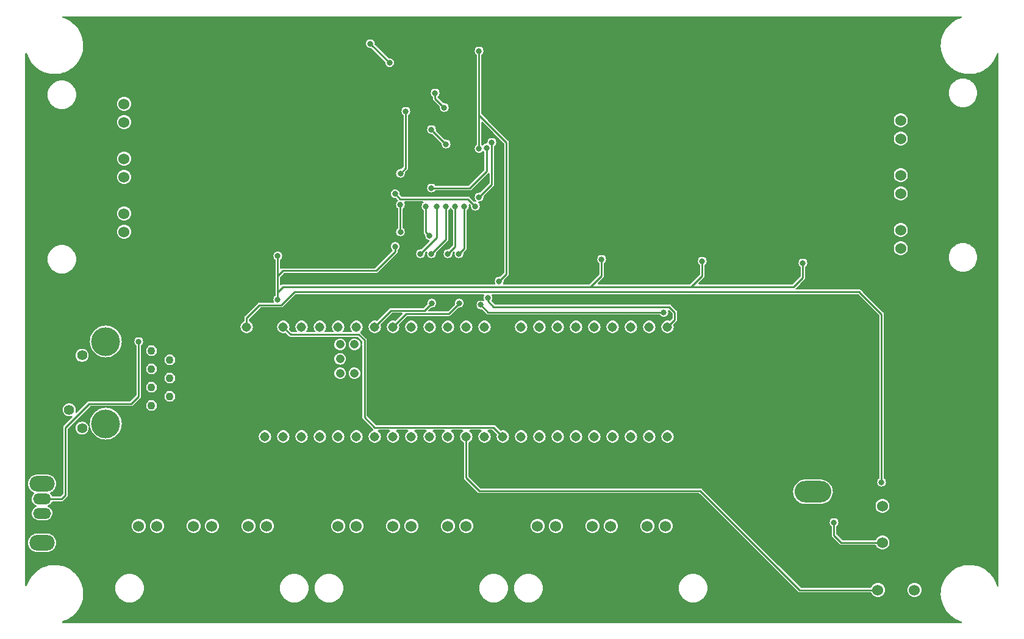
<source format=gbr>
%TF.GenerationSoftware,KiCad,Pcbnew,7.0.7*%
%TF.CreationDate,2023-11-02T10:21:24-05:00*%
%TF.ProjectId,CoreBoard_Rev1,436f7265-426f-4617-9264-5f526576312e,rev?*%
%TF.SameCoordinates,Original*%
%TF.FileFunction,Copper,L2,Bot*%
%TF.FilePolarity,Positive*%
%FSLAX46Y46*%
G04 Gerber Fmt 4.6, Leading zero omitted, Abs format (unit mm)*
G04 Created by KiCad (PCBNEW 7.0.7) date 2023-11-02 10:21:24*
%MOMM*%
%LPD*%
G01*
G04 APERTURE LIST*
%TA.AperFunction,ComponentPad*%
%ADD10C,1.524000*%
%TD*%
%TA.AperFunction,ComponentPad*%
%ADD11O,3.500000X2.200000*%
%TD*%
%TA.AperFunction,ComponentPad*%
%ADD12R,2.500000X1.500000*%
%TD*%
%TA.AperFunction,ComponentPad*%
%ADD13O,2.500000X1.500000*%
%TD*%
%TA.AperFunction,ComponentPad*%
%ADD14C,1.308000*%
%TD*%
%TA.AperFunction,ComponentPad*%
%ADD15C,1.208000*%
%TD*%
%TA.AperFunction,ComponentPad*%
%ADD16C,1.100000*%
%TD*%
%TA.AperFunction,ComponentPad*%
%ADD17C,1.400000*%
%TD*%
%TA.AperFunction,ComponentPad*%
%ADD18C,4.000000*%
%TD*%
%TA.AperFunction,ComponentPad*%
%ADD19C,2.000000*%
%TD*%
%TA.AperFunction,ComponentPad*%
%ADD20O,5.100000X3.000000*%
%TD*%
%TA.AperFunction,ViaPad*%
%ADD21C,0.800000*%
%TD*%
%TA.AperFunction,Conductor*%
%ADD22C,0.254000*%
%TD*%
%TA.AperFunction,Conductor*%
%ADD23C,0.250000*%
%TD*%
G04 APERTURE END LIST*
D10*
%TO.P,Conn2,1*%
%TO.N,GND*%
X188341000Y-44196000D03*
%TO.P,Conn2,2*%
%TO.N,FL_RX*%
X188341000Y-46736000D03*
%TO.P,Conn2,3*%
%TO.N,FL_TX*%
X188341000Y-49276000D03*
%TO.P,Conn2,4*%
%TO.N,GND*%
X188341000Y-51816000D03*
%TO.P,Conn2,5*%
%TO.N,ML_RX*%
X188341000Y-54356000D03*
%TO.P,Conn2,6*%
%TO.N,ML_TX*%
X188341000Y-56896000D03*
%TO.P,Conn2,7*%
%TO.N,GND*%
X188341000Y-59436000D03*
%TO.P,Conn2,8*%
%TO.N,BL_RX*%
X188341000Y-61976000D03*
%TO.P,Conn2,9*%
%TO.N,BL_TX*%
X188341000Y-64516000D03*
%TD*%
%TO.P,U7,1,Vi*%
%TO.N,PV*%
X185801000Y-105410000D03*
%TO.P,U7,2,GND*%
%TO.N,GND*%
X185801000Y-102870000D03*
%TO.P,U7,3,Vo*%
%TO.N,+5V*%
X185801000Y-100330000D03*
%TD*%
D11*
%TO.P,SW16,*%
%TO.N,*%
X69131500Y-105446000D03*
X69131500Y-97246000D03*
D12*
%TO.P,SW16,1,A*%
%TO.N,GND*%
X69131500Y-103346000D03*
D13*
%TO.P,SW16,2,B*%
%TO.N,ReverseSW*%
X69131500Y-101346000D03*
%TO.P,SW16,3,C*%
%TO.N,+3V3*%
X69131500Y-99346000D03*
%TD*%
D10*
%TO.P,Conn5,1*%
%TO.N,GND*%
X130556000Y-103124000D03*
%TO.P,Conn5,2*%
%TO.N,+5V*%
X128016000Y-103124000D03*
%TO.P,Conn5,3*%
%TO.N,ServoPWM6*%
X125476000Y-103124000D03*
%TO.P,Conn5,4*%
%TO.N,GND*%
X122936000Y-103124000D03*
%TO.P,Conn5,5*%
%TO.N,+5V*%
X120396000Y-103124000D03*
%TO.P,Conn5,6*%
%TO.N,ServoPWM5*%
X117856000Y-103124000D03*
%TO.P,Conn5,7*%
%TO.N,GND*%
X115316000Y-103124000D03*
%TO.P,Conn5,8*%
%TO.N,+5V*%
X112776000Y-103124000D03*
%TO.P,Conn5,9*%
%TO.N,ServoPWM4*%
X110236000Y-103124000D03*
%TD*%
%TO.P,Conn4,1*%
%TO.N,GND*%
X102870000Y-103124000D03*
%TO.P,Conn4,2*%
%TO.N,+5V*%
X100330000Y-103124000D03*
%TO.P,Conn4,3*%
%TO.N,ServoPWM3*%
X97790000Y-103124000D03*
%TO.P,Conn4,4*%
%TO.N,GND*%
X95250000Y-103124000D03*
%TO.P,Conn4,5*%
%TO.N,+5V*%
X92710000Y-103124000D03*
%TO.P,Conn4,6*%
%TO.N,ServoPWM2*%
X90170000Y-103124000D03*
%TO.P,Conn4,7*%
%TO.N,GND*%
X87630000Y-103124000D03*
%TO.P,Conn4,8*%
%TO.N,+5V*%
X85090000Y-103124000D03*
%TO.P,Conn4,9*%
%TO.N,ServoPWM1*%
X82550000Y-103124000D03*
%TD*%
D14*
%TO.P,U1,0,RX1*%
%TO.N,unconnected-(U1-RX1-Pad0)*%
X100076000Y-90678000D03*
%TO.P,U1,1,TX1*%
%TO.N,unconnected-(U1-TX1-Pad1)*%
X102616000Y-90678000D03*
%TO.P,U1,2,OUT2*%
%TO.N,ServoPWM1*%
X105156000Y-90678000D03*
%TO.P,U1,3,LRCLK2*%
%TO.N,ServoPWM2*%
X107696000Y-90678000D03*
%TO.P,U1,3.3V_1,3.3V*%
%TO.N,+3V3*%
X133096000Y-90678000D03*
%TO.P,U1,3.3V_2,3.3V*%
X102616000Y-75438000D03*
%TO.P,U1,4,BCLK2*%
%TO.N,ServoPWM3*%
X110236000Y-90678000D03*
%TO.P,U1,5,IN2*%
%TO.N,ServoPWM4*%
X112776000Y-90678000D03*
%TO.P,U1,6,OUT1D*%
%TO.N,ServoPWM5*%
X115316000Y-90678000D03*
%TO.P,U1,7,RX2*%
%TO.N,ServoPWM6*%
X117856000Y-90678000D03*
%TO.P,U1,8,TX2*%
%TO.N,ServoPWM7*%
X120396000Y-90678000D03*
%TO.P,U1,9,OUT1C*%
%TO.N,ServoPWM8*%
X122936000Y-90678000D03*
%TO.P,U1,10,CS1*%
%TO.N,ServoPWM9*%
X125476000Y-90678000D03*
%TO.P,U1,11,MOSI*%
%TO.N,NeoPixels*%
X128016000Y-90678000D03*
%TO.P,U1,12,MISO*%
%TO.N,unconnected-(U1-MISO-Pad12)*%
X130556000Y-90678000D03*
%TO.P,U1,13,SCK*%
%TO.N,unconnected-(U1-SCK-Pad13)*%
X130556000Y-75438000D03*
%TO.P,U1,14,A0*%
%TO.N,FL_RX*%
X128016000Y-75438000D03*
%TO.P,U1,15,A1*%
%TO.N,unconnected-(U1-A1-Pad15)*%
X125476000Y-75438000D03*
%TO.P,U1,16,A2*%
%TO.N,BR_TX*%
X122936000Y-75438000D03*
%TO.P,U1,17,A3*%
%TO.N,BR_RX*%
X120396000Y-75438000D03*
%TO.P,U1,18,A4*%
%TO.N,Out1*%
X117856000Y-75438000D03*
%TO.P,U1,19,A5*%
%TO.N,Out0*%
X115316000Y-75438000D03*
%TO.P,U1,20,A6*%
%TO.N,MR_TX*%
X112776000Y-75438000D03*
%TO.P,U1,21,A7*%
%TO.N,MR_RX*%
X110236000Y-75438000D03*
%TO.P,U1,22,A8*%
%TO.N,FR_TX*%
X107696000Y-75438000D03*
%TO.P,U1,23,A9*%
%TO.N,FR_RX*%
X105156000Y-75438000D03*
%TO.P,U1,24,A10*%
%TO.N,unconnected-(U1-A10-Pad24)*%
X135636000Y-90678000D03*
%TO.P,U1,25,A11*%
%TO.N,unconnected-(U1-A11-Pad25)*%
X138176000Y-90678000D03*
%TO.P,U1,26,A12*%
%TO.N,unconnected-(U1-A12-Pad26)*%
X140716000Y-90678000D03*
%TO.P,U1,27,A13*%
%TO.N,ReverseSW*%
X143256000Y-90678000D03*
%TO.P,U1,28,RX7*%
%TO.N,unconnected-(U1-RX7-Pad28)*%
X145796000Y-90678000D03*
%TO.P,U1,29,TX7*%
%TO.N,unconnected-(U1-TX7-Pad29)*%
X148336000Y-90678000D03*
%TO.P,U1,30,CRX3*%
%TO.N,BL_TX*%
X150876000Y-90678000D03*
%TO.P,U1,31,CTX3*%
%TO.N,unconnected-(U1-CTX3-Pad31)*%
X153416000Y-90678000D03*
%TO.P,U1,32,OUT1B*%
%TO.N,unconnected-(U1-OUT1B-Pad32)*%
X155956000Y-90678000D03*
%TO.P,U1,33,MCLK2*%
%TO.N,Out3*%
X155956000Y-75438000D03*
%TO.P,U1,34,RX8*%
%TO.N,Out2*%
X153416000Y-75438000D03*
%TO.P,U1,35,TX8*%
%TO.N,BL_RX*%
X150876000Y-75438000D03*
%TO.P,U1,36,CS2*%
%TO.N,ML_TX*%
X148336000Y-75438000D03*
%TO.P,U1,37,CS3*%
%TO.N,ML_RX*%
X145796000Y-75438000D03*
%TO.P,U1,38,A14*%
%TO.N,FL_TX*%
X143256000Y-75438000D03*
%TO.P,U1,39,A15*%
%TO.N,unconnected-(U1-A15-Pad39)*%
X140716000Y-75438000D03*
%TO.P,U1,40,A16*%
%TO.N,unconnected-(U1-A16-Pad40)*%
X138176000Y-75438000D03*
%TO.P,U1,41,A17*%
%TO.N,unconnected-(U1-A17-Pad41)*%
X135636000Y-75438000D03*
%TO.P,U1,GND1,GND*%
%TO.N,GND*%
X97536000Y-90678000D03*
%TO.P,U1,GND2,GND*%
X133096000Y-75438000D03*
%TO.P,U1,GND3,GND*%
X100076000Y-75438000D03*
D15*
%TO.P,U1,GND5,GND*%
X112506000Y-79888000D03*
%TO.P,U1,LED,LED*%
%TO.N,Net-(J1-Pad10)*%
X110506000Y-79888000D03*
%TO.P,U1,R+,R+*%
%TO.N,Net-(J1-Pad4)*%
X110506000Y-77888000D03*
%TO.P,U1,R-,R-*%
%TO.N,Net-(J1-Pad6)*%
X112506000Y-77888000D03*
%TO.P,U1,T+,T+*%
%TO.N,Net-(J1-Pad1)*%
X112506000Y-81888000D03*
%TO.P,U1,T-,T-*%
%TO.N,Net-(J1-Pad3)*%
X110506000Y-81888000D03*
D14*
%TO.P,U1,VIN,VIN*%
%TO.N,+5V*%
X97536000Y-75438000D03*
%TD*%
D10*
%TO.P,Conn7,1*%
%TO.N,Net-(U3-Vout+)*%
X190246000Y-112014000D03*
%TO.P,Conn7,2*%
%TO.N,GND*%
X187706000Y-112014000D03*
%TO.P,Conn7,3*%
%TO.N,NeoPixels*%
X185166000Y-112014000D03*
%TD*%
D16*
%TO.P,J1,1*%
%TO.N,Net-(J1-Pad1)*%
X84328000Y-78740000D03*
%TO.P,J1,2*%
%TO.N,Net-(C1-Pad2)*%
X86868000Y-80010000D03*
%TO.P,J1,3*%
%TO.N,Net-(J1-Pad3)*%
X84328000Y-81280000D03*
%TO.P,J1,4*%
%TO.N,Net-(J1-Pad4)*%
X86868000Y-82550000D03*
%TO.P,J1,5*%
%TO.N,Net-(C1-Pad2)*%
X84328000Y-83820000D03*
%TO.P,J1,6*%
%TO.N,Net-(J1-Pad6)*%
X86868000Y-85090000D03*
%TO.P,J1,7*%
%TO.N,unconnected-(J1-Pad7)*%
X84328000Y-86360000D03*
%TO.P,J1,8*%
%TO.N,GND*%
X86868000Y-87630000D03*
D17*
%TO.P,J1,9*%
X72898000Y-76860000D03*
%TO.P,J1,10*%
%TO.N,Net-(J1-Pad10)*%
X74688000Y-79400000D03*
%TO.P,J1,11*%
%TO.N,unconnected-(J1-Pad11)*%
X72898000Y-86970000D03*
%TO.P,J1,12*%
%TO.N,unconnected-(J1-Pad12)*%
X74688000Y-89510000D03*
D18*
%TO.P,J1,13*%
%TO.N,N/C*%
X77978000Y-77470000D03*
%TO.P,J1,14*%
X77978000Y-88900000D03*
D19*
%TO.P,J1,SH*%
%TO.N,GND*%
X81028000Y-75310000D03*
X81028000Y-91060000D03*
%TD*%
D20*
%TO.P,Conn1,1,GND*%
%TO.N,GND*%
X168275000Y-98362800D03*
%TO.P,Conn1,4,PV+*%
%TO.N,PV*%
X176149000Y-98362800D03*
%TD*%
D10*
%TO.P,Conn6,1*%
%TO.N,GND*%
X158242000Y-103124000D03*
%TO.P,Conn6,2*%
%TO.N,+5V*%
X155702000Y-103124000D03*
%TO.P,Conn6,3*%
%TO.N,ServoPWM9*%
X153162000Y-103124000D03*
%TO.P,Conn6,4*%
%TO.N,GND*%
X150622000Y-103124000D03*
%TO.P,Conn6,5*%
%TO.N,+5V*%
X148082000Y-103124000D03*
%TO.P,Conn6,6*%
%TO.N,ServoPWM8*%
X145542000Y-103124000D03*
%TO.P,Conn6,7*%
%TO.N,GND*%
X143002000Y-103124000D03*
%TO.P,Conn6,8*%
%TO.N,+5V*%
X140462000Y-103124000D03*
%TO.P,Conn6,9*%
%TO.N,ServoPWM7*%
X137922000Y-103124000D03*
%TD*%
%TO.P,Conn3,1*%
%TO.N,GND*%
X80518000Y-64770000D03*
%TO.P,Conn3,2*%
%TO.N,FR_RX*%
X80518000Y-62230000D03*
%TO.P,Conn3,3*%
%TO.N,FR_TX*%
X80518000Y-59690000D03*
%TO.P,Conn3,4*%
%TO.N,GND*%
X80518000Y-57150000D03*
%TO.P,Conn3,5*%
%TO.N,MR_RX*%
X80518000Y-54610000D03*
%TO.P,Conn3,6*%
%TO.N,MR_TX*%
X80518000Y-52070000D03*
%TO.P,Conn3,7*%
%TO.N,GND*%
X80518000Y-49530000D03*
%TO.P,Conn3,8*%
%TO.N,BR_RX*%
X80518000Y-46990000D03*
%TO.P,Conn3,9*%
%TO.N,BR_TX*%
X80518000Y-44450000D03*
%TD*%
D21*
%TO.N,GND*%
X113538000Y-53340000D03*
X181864000Y-94742000D03*
X89662000Y-87630000D03*
X149352000Y-63754000D03*
X176403000Y-107442000D03*
X97282000Y-82042000D03*
X149352000Y-53340000D03*
X149352000Y-42672000D03*
X131445000Y-45720000D03*
X131191000Y-68199000D03*
X89916000Y-53340000D03*
X163576000Y-63754000D03*
X163576000Y-53340000D03*
X78740000Y-83439000D03*
X113538000Y-63754000D03*
X113538000Y-42672000D03*
X163322000Y-42926000D03*
X105410000Y-94361000D03*
X194056000Y-82550000D03*
X135382000Y-53340000D03*
X122428000Y-44958000D03*
X135382000Y-63754000D03*
X135382000Y-42926000D03*
X97536000Y-93472000D03*
X90170000Y-63754000D03*
X69723000Y-93345000D03*
X89916000Y-42672000D03*
X75438000Y-93345000D03*
X126492000Y-44958000D03*
X89281000Y-80010000D03*
%TO.N,PV*%
X179070000Y-102616000D03*
%TO.N,+5V*%
X185674000Y-97028000D03*
%TO.N,+3V3*%
X146812000Y-66040000D03*
X101854000Y-71628000D03*
X174752000Y-66548000D03*
X117372143Y-38723643D03*
X114716500Y-36068000D03*
X160782000Y-66294000D03*
X118152500Y-64262000D03*
X82550000Y-77470000D03*
X101854000Y-65569500D03*
%TO.N,B3*%
X129286000Y-58674000D03*
X118152500Y-56938500D03*
%TO.N,Out3*%
X129794000Y-50637500D03*
X131028124Y-71401277D03*
X132588000Y-69088000D03*
X129794000Y-37084000D03*
%TO.N,Out2*%
X130043701Y-72385701D03*
X155448000Y-73426500D03*
%TO.N,Out1*%
X127050800Y-72136000D03*
%TO.N,Out0*%
X123240800Y-72136000D03*
%TO.N,Net-(U4-S2)*%
X118879000Y-62230000D03*
X118879000Y-54102000D03*
X118872000Y-58455500D03*
X119634000Y-45466000D03*
%TO.N,Net-(U4-S1)*%
X126492000Y-58674000D03*
X125476000Y-65278000D03*
X124968000Y-44958000D03*
X123698000Y-42926000D03*
%TO.N,Net-(U4-S0)*%
X123952000Y-58674000D03*
X121666000Y-65278000D03*
%TO.N,Net-(U5-S2)*%
X130845500Y-50546000D03*
X123190000Y-56134000D03*
X122428000Y-58674000D03*
X122936000Y-62773500D03*
%TO.N,Net-(U5-S1)*%
X127762000Y-58674000D03*
X127000000Y-65278000D03*
X129794000Y-57404000D03*
X131572000Y-49784000D03*
%TO.N,Net-(U5-S0)*%
X123190000Y-48006000D03*
X125222000Y-58674000D03*
X123190000Y-65278000D03*
X125222000Y-50038000D03*
%TD*%
D22*
%TO.N,PV*%
X185801000Y-105410000D02*
X180086000Y-105410000D01*
X179070000Y-104394000D02*
X179070000Y-102616000D01*
X180086000Y-105410000D02*
X179070000Y-104394000D01*
D23*
%TO.N,+5V*%
X104177000Y-70575000D02*
X182589000Y-70575000D01*
X182589000Y-70575000D02*
X182880000Y-70866000D01*
D22*
X185674000Y-73660000D02*
X182880000Y-70866000D01*
X182880000Y-70866000D02*
X182626000Y-70612000D01*
D23*
X102362000Y-72390000D02*
X104177000Y-70575000D01*
D22*
X185674000Y-97028000D02*
X185674000Y-73660000D01*
D23*
X99314000Y-72390000D02*
X102362000Y-72390000D01*
X97536000Y-75438000D02*
X97536000Y-74168000D01*
X97536000Y-74168000D02*
X99314000Y-72390000D01*
D22*
%TO.N,NeoPixels*%
X185166000Y-112014000D02*
X174324000Y-112014000D01*
D23*
X128016000Y-96388812D02*
X129845188Y-98218000D01*
X128016000Y-90678000D02*
X128016000Y-96388812D01*
X129845188Y-98218000D02*
X160528000Y-98218000D01*
D22*
X174324000Y-112014000D02*
X160528000Y-98218000D01*
D23*
%TO.N,+3V3*%
X115316000Y-89408000D02*
X113885000Y-87977000D01*
X102616000Y-69850000D02*
X101854000Y-70612000D01*
X103687000Y-76509000D02*
X102616000Y-75438000D01*
X113098880Y-76509000D02*
X103687000Y-76509000D01*
X174752000Y-66548000D02*
X174752000Y-68580000D01*
X113885000Y-87977000D02*
X113885000Y-77295120D01*
X145288000Y-69850000D02*
X102616000Y-69850000D01*
X81534000Y-86106000D02*
X75692000Y-86106000D01*
D22*
X118152500Y-64981500D02*
X115493800Y-67640200D01*
D23*
X75692000Y-86106000D02*
X72390000Y-89408000D01*
X71850000Y-99346000D02*
X69131500Y-99346000D01*
X174752000Y-68580000D02*
X173482000Y-69850000D01*
D22*
X102539800Y-67640200D02*
X101854000Y-68326000D01*
D23*
X173482000Y-69850000D02*
X159258000Y-69850000D01*
X72390000Y-89408000D02*
X72390000Y-98806000D01*
X145288000Y-69850000D02*
X159258000Y-69850000D01*
X101854000Y-65569500D02*
X101854000Y-68580000D01*
X101854000Y-71628000D02*
X101854000Y-70612000D01*
D22*
X114716500Y-36068000D02*
X117372143Y-38723643D01*
D23*
X72390000Y-98806000D02*
X71850000Y-99346000D01*
X160782000Y-68326000D02*
X159258000Y-69850000D01*
X82550000Y-77470000D02*
X82550000Y-85090000D01*
D22*
X118152500Y-64262000D02*
X118152500Y-64981500D01*
D23*
X160782000Y-66294000D02*
X160782000Y-68326000D01*
X113885000Y-77295120D02*
X113098880Y-76509000D01*
X131826000Y-89408000D02*
X115316000Y-89408000D01*
X82550000Y-85090000D02*
X81534000Y-86106000D01*
X146812000Y-68326000D02*
X145288000Y-69850000D01*
D22*
X115493800Y-67640200D02*
X102539800Y-67640200D01*
D23*
X101854000Y-68580000D02*
X101854000Y-70612000D01*
X133096000Y-90678000D02*
X131826000Y-89408000D01*
X146812000Y-66040000D02*
X146812000Y-68326000D01*
D22*
X101854000Y-68326000D02*
X101854000Y-68580000D01*
%TO.N,B3*%
X118152500Y-56938500D02*
X118872000Y-57658000D01*
X128270000Y-57658000D02*
X129286000Y-58674000D01*
X118872000Y-57658000D02*
X128270000Y-57658000D01*
%TO.N,Out3*%
X133604000Y-68072000D02*
X132588000Y-69088000D01*
X156972000Y-74422000D02*
X155956000Y-75438000D01*
X129794000Y-37084000D02*
X129794000Y-45974000D01*
X131028124Y-71846124D02*
X131826000Y-72644000D01*
X131826000Y-72644000D02*
X156210000Y-72644000D01*
X129794000Y-45974000D02*
X129794000Y-50637500D01*
X131028124Y-71401277D02*
X131028124Y-71846124D01*
X133604000Y-49784000D02*
X133604000Y-68072000D01*
X156972000Y-73406000D02*
X156972000Y-74422000D01*
X156210000Y-72644000D02*
X156972000Y-73406000D01*
X129794000Y-45974000D02*
X133604000Y-49784000D01*
%TO.N,Out2*%
X155427500Y-73406000D02*
X155448000Y-73426500D01*
X131064000Y-73406000D02*
X155427500Y-73406000D01*
X130043701Y-72385701D02*
X131064000Y-73406000D01*
%TO.N,Out1*%
X119688000Y-73606000D02*
X125580800Y-73606000D01*
X117856000Y-75438000D02*
X119688000Y-73606000D01*
X125580800Y-73606000D02*
X127050800Y-72136000D01*
%TO.N,Out0*%
X122224800Y-73152000D02*
X123240800Y-72136000D01*
X115316000Y-75438000D02*
X117602000Y-73152000D01*
X117602000Y-73152000D02*
X122224800Y-73152000D01*
%TO.N,Net-(U4-S2)*%
X118872000Y-62223000D02*
X118872000Y-58455500D01*
X118879000Y-62230000D02*
X118872000Y-62223000D01*
X119634000Y-53347000D02*
X119634000Y-45466000D01*
X118879000Y-54102000D02*
X119634000Y-53347000D01*
%TO.N,Net-(U4-S1)*%
X123698000Y-43688000D02*
X123698000Y-42926000D01*
X125476000Y-65278000D02*
X126492000Y-64262000D01*
X126492000Y-64262000D02*
X126492000Y-58674000D01*
X124968000Y-44958000D02*
X123698000Y-43688000D01*
%TO.N,Net-(U4-S0)*%
X123952000Y-62992000D02*
X123952000Y-58674000D01*
X121666000Y-65278000D02*
X123952000Y-62992000D01*
%TO.N,Net-(U5-S2)*%
X122428000Y-58674000D02*
X122428000Y-62265500D01*
X130845500Y-53812500D02*
X128524000Y-56134000D01*
X122428000Y-62265500D02*
X122936000Y-62773500D01*
X130845500Y-50546000D02*
X130845500Y-53812500D01*
X128524000Y-56134000D02*
X123190000Y-56134000D01*
%TO.N,Net-(U5-S1)*%
X127762000Y-64516000D02*
X127762000Y-58674000D01*
X131572000Y-55626000D02*
X129794000Y-57404000D01*
X131572000Y-49784000D02*
X131572000Y-55626000D01*
X127000000Y-65278000D02*
X127762000Y-64516000D01*
%TO.N,Net-(U5-S0)*%
X125222000Y-63246000D02*
X125222000Y-58674000D01*
X123190000Y-48006000D02*
X125222000Y-50038000D01*
X123190000Y-65278000D02*
X125222000Y-63246000D01*
%TD*%
%TA.AperFunction,Conductor*%
%TO.N,GND*%
G36*
X196783364Y-32278502D02*
G01*
X196829857Y-32332158D01*
X196839961Y-32402432D01*
X196810467Y-32467012D01*
X196750741Y-32505396D01*
X196746369Y-32506594D01*
X196707697Y-32516441D01*
X196693273Y-32520114D01*
X196693252Y-32520121D01*
X196320578Y-32655762D01*
X196320551Y-32655773D01*
X195963202Y-32827864D01*
X195963201Y-32827864D01*
X195624747Y-33034689D01*
X195308567Y-33274187D01*
X195017823Y-33543959D01*
X195017821Y-33543961D01*
X194755372Y-33841351D01*
X194755364Y-33841360D01*
X194625099Y-34022549D01*
X194523834Y-34163400D01*
X194523831Y-34163404D01*
X194523831Y-34163405D01*
X194325521Y-34506888D01*
X194325515Y-34506898D01*
X194162384Y-34868435D01*
X194162381Y-34868442D01*
X194036060Y-35244416D01*
X194036057Y-35244425D01*
X193947800Y-35631106D01*
X193947799Y-35631117D01*
X193898478Y-36024675D01*
X193888591Y-36421190D01*
X193918230Y-36816714D01*
X193918230Y-36816719D01*
X193918231Y-36816720D01*
X193952820Y-37012885D01*
X193987108Y-37207335D01*
X194094532Y-37589145D01*
X194239436Y-37958355D01*
X194239439Y-37958361D01*
X194239441Y-37958366D01*
X194420391Y-38311323D01*
X194635586Y-38644509D01*
X194882886Y-38954614D01*
X195159833Y-39238554D01*
X195463676Y-39493508D01*
X195791394Y-39716942D01*
X196139730Y-39906636D01*
X196333311Y-39988237D01*
X196505221Y-40060703D01*
X196505225Y-40060705D01*
X196604828Y-40091428D01*
X196884240Y-40177615D01*
X197273014Y-40256208D01*
X197667681Y-40295700D01*
X197667686Y-40295700D01*
X197965108Y-40295700D01*
X198262135Y-40280876D01*
X198262139Y-40280875D01*
X198262145Y-40280875D01*
X198654353Y-40221759D01*
X199038726Y-40123886D01*
X199252642Y-40046027D01*
X199411421Y-39988237D01*
X199411427Y-39988234D01*
X199411445Y-39988228D01*
X199768803Y-39816133D01*
X200107251Y-39609312D01*
X200423424Y-39369820D01*
X200714181Y-39100037D01*
X200976631Y-38802645D01*
X201208166Y-38480600D01*
X201406485Y-38137101D01*
X201569617Y-37775563D01*
X201684060Y-37434938D01*
X201724717Y-37376735D01*
X201790386Y-37349751D01*
X201860219Y-37362555D01*
X201912044Y-37411080D01*
X201929500Y-37475067D01*
X201929500Y-111379750D01*
X201909498Y-111447871D01*
X201855842Y-111494364D01*
X201785568Y-111504468D01*
X201720988Y-111474974D01*
X201682604Y-111415248D01*
X201682209Y-111413876D01*
X201637467Y-111254854D01*
X201492563Y-110885644D01*
X201492562Y-110885643D01*
X201492559Y-110885634D01*
X201311609Y-110532677D01*
X201096414Y-110199491D01*
X200904176Y-109958432D01*
X200849115Y-109889387D01*
X200849114Y-109889386D01*
X200572167Y-109605446D01*
X200268324Y-109350492D01*
X199940606Y-109127058D01*
X199940597Y-109127053D01*
X199592275Y-108937366D01*
X199226778Y-108783296D01*
X199226774Y-108783294D01*
X198947365Y-108697109D01*
X198847760Y-108666385D01*
X198458986Y-108587792D01*
X198458985Y-108587791D01*
X198458981Y-108587791D01*
X198064325Y-108548300D01*
X198064319Y-108548300D01*
X197766899Y-108548300D01*
X197766892Y-108548300D01*
X197469864Y-108563123D01*
X197227321Y-108599681D01*
X197077647Y-108622241D01*
X197077643Y-108622241D01*
X197077643Y-108622242D01*
X196693273Y-108720114D01*
X196693252Y-108720121D01*
X196320578Y-108855762D01*
X196320551Y-108855773D01*
X195963202Y-109027864D01*
X195963201Y-109027864D01*
X195624747Y-109234689D01*
X195308567Y-109474187D01*
X195017823Y-109743959D01*
X195017821Y-109743961D01*
X194755372Y-110041351D01*
X194755364Y-110041360D01*
X194595873Y-110263200D01*
X194523834Y-110363400D01*
X194523831Y-110363404D01*
X194523831Y-110363405D01*
X194325521Y-110706888D01*
X194325515Y-110706898D01*
X194162384Y-111068435D01*
X194162381Y-111068442D01*
X194036060Y-111444416D01*
X194036057Y-111444425D01*
X193947800Y-111831106D01*
X193947799Y-111831117D01*
X193898478Y-112224675D01*
X193888591Y-112621190D01*
X193918230Y-113016714D01*
X193918230Y-113016719D01*
X193918231Y-113016720D01*
X193962656Y-113268666D01*
X193987108Y-113407335D01*
X194094532Y-113789145D01*
X194239436Y-114158355D01*
X194239439Y-114158361D01*
X194239441Y-114158366D01*
X194420391Y-114511323D01*
X194635586Y-114844509D01*
X194882886Y-115154614D01*
X195159833Y-115438554D01*
X195463676Y-115693508D01*
X195791394Y-115916942D01*
X195901416Y-115976857D01*
X196084631Y-116076631D01*
X196139730Y-116106636D01*
X196333311Y-116188237D01*
X196505221Y-116260703D01*
X196505225Y-116260705D01*
X196759371Y-116339098D01*
X196818570Y-116378290D01*
X196847182Y-116443266D01*
X196836123Y-116513396D01*
X196788905Y-116566414D01*
X196722232Y-116585500D01*
X72016757Y-116585500D01*
X71948636Y-116565498D01*
X71902143Y-116511842D01*
X71892039Y-116441568D01*
X71921533Y-116376988D01*
X71981259Y-116338604D01*
X71985630Y-116337405D01*
X72038726Y-116323886D01*
X72257794Y-116244152D01*
X72411421Y-116188237D01*
X72411427Y-116188234D01*
X72411445Y-116188228D01*
X72768803Y-116016133D01*
X73107251Y-115809312D01*
X73423424Y-115569820D01*
X73714181Y-115300037D01*
X73976631Y-115002645D01*
X74208166Y-114680600D01*
X74406485Y-114337101D01*
X74569617Y-113975563D01*
X74695941Y-113599578D01*
X74784201Y-113212885D01*
X74833521Y-112819325D01*
X74843409Y-112422810D01*
X74813769Y-112027280D01*
X74766640Y-111760000D01*
X79299454Y-111760000D01*
X79319613Y-112041864D01*
X79379658Y-112317884D01*
X79379680Y-112317984D01*
X79404346Y-112384115D01*
X79478431Y-112582748D01*
X79478433Y-112582752D01*
X79613857Y-112830761D01*
X79783200Y-113056979D01*
X79783208Y-113056988D01*
X79983011Y-113256791D01*
X79983020Y-113256799D01*
X79998873Y-113268666D01*
X80209236Y-113426141D01*
X80457251Y-113561568D01*
X80722016Y-113660320D01*
X80998139Y-113720387D01*
X81209447Y-113735500D01*
X81209453Y-113735500D01*
X81350547Y-113735500D01*
X81350553Y-113735500D01*
X81561861Y-113720387D01*
X81837984Y-113660320D01*
X82102749Y-113561568D01*
X82350764Y-113426141D01*
X82576982Y-113256797D01*
X82776797Y-113056982D01*
X82946141Y-112830764D01*
X83081568Y-112582749D01*
X83180320Y-112317984D01*
X83240387Y-112041861D01*
X83260546Y-111760000D01*
X83260546Y-111759999D01*
X102159454Y-111759999D01*
X102179613Y-112041864D01*
X102239658Y-112317884D01*
X102239680Y-112317984D01*
X102264346Y-112384115D01*
X102338431Y-112582748D01*
X102338433Y-112582752D01*
X102473857Y-112830761D01*
X102643200Y-113056979D01*
X102643208Y-113056988D01*
X102843011Y-113256791D01*
X102843020Y-113256799D01*
X102858873Y-113268666D01*
X103069236Y-113426141D01*
X103317251Y-113561568D01*
X103582016Y-113660320D01*
X103858139Y-113720387D01*
X104069447Y-113735500D01*
X104069453Y-113735500D01*
X104210547Y-113735500D01*
X104210553Y-113735500D01*
X104421861Y-113720387D01*
X104697984Y-113660320D01*
X104962749Y-113561568D01*
X105210764Y-113426141D01*
X105436982Y-113256797D01*
X105636797Y-113056982D01*
X105806141Y-112830764D01*
X105941568Y-112582749D01*
X106040320Y-112317984D01*
X106100387Y-112041861D01*
X106120546Y-111760000D01*
X106985454Y-111760000D01*
X107005613Y-112041864D01*
X107065658Y-112317884D01*
X107065680Y-112317984D01*
X107090346Y-112384115D01*
X107164431Y-112582748D01*
X107164433Y-112582752D01*
X107299857Y-112830761D01*
X107469200Y-113056979D01*
X107469208Y-113056988D01*
X107669011Y-113256791D01*
X107669020Y-113256799D01*
X107684873Y-113268666D01*
X107895236Y-113426141D01*
X108143251Y-113561568D01*
X108408016Y-113660320D01*
X108684139Y-113720387D01*
X108895447Y-113735500D01*
X108895453Y-113735500D01*
X109036547Y-113735500D01*
X109036553Y-113735500D01*
X109247861Y-113720387D01*
X109523984Y-113660320D01*
X109788749Y-113561568D01*
X110036764Y-113426141D01*
X110262982Y-113256797D01*
X110462797Y-113056982D01*
X110632141Y-112830764D01*
X110767568Y-112582749D01*
X110866320Y-112317984D01*
X110926387Y-112041861D01*
X110946546Y-111760000D01*
X129845454Y-111760000D01*
X129865613Y-112041864D01*
X129925658Y-112317884D01*
X129925680Y-112317984D01*
X129950346Y-112384115D01*
X130024431Y-112582748D01*
X130024433Y-112582752D01*
X130159857Y-112830761D01*
X130329200Y-113056979D01*
X130329208Y-113056988D01*
X130529011Y-113256791D01*
X130529020Y-113256799D01*
X130544873Y-113268666D01*
X130755236Y-113426141D01*
X131003251Y-113561568D01*
X131268016Y-113660320D01*
X131544139Y-113720387D01*
X131755447Y-113735500D01*
X131755453Y-113735500D01*
X131896547Y-113735500D01*
X131896553Y-113735500D01*
X132107861Y-113720387D01*
X132383984Y-113660320D01*
X132648749Y-113561568D01*
X132896764Y-113426141D01*
X133122982Y-113256797D01*
X133322797Y-113056982D01*
X133492141Y-112830764D01*
X133627568Y-112582749D01*
X133726320Y-112317984D01*
X133786387Y-112041861D01*
X133806546Y-111760000D01*
X133806546Y-111759999D01*
X134671454Y-111759999D01*
X134691613Y-112041864D01*
X134751658Y-112317884D01*
X134751680Y-112317984D01*
X134776346Y-112384115D01*
X134850431Y-112582748D01*
X134850433Y-112582752D01*
X134985857Y-112830761D01*
X135155200Y-113056979D01*
X135155208Y-113056988D01*
X135355011Y-113256791D01*
X135355020Y-113256799D01*
X135370873Y-113268666D01*
X135581236Y-113426141D01*
X135829251Y-113561568D01*
X136094016Y-113660320D01*
X136370139Y-113720387D01*
X136581447Y-113735500D01*
X136581453Y-113735500D01*
X136722547Y-113735500D01*
X136722553Y-113735500D01*
X136933861Y-113720387D01*
X137209984Y-113660320D01*
X137474749Y-113561568D01*
X137722764Y-113426141D01*
X137948982Y-113256797D01*
X138148797Y-113056982D01*
X138318141Y-112830764D01*
X138453568Y-112582749D01*
X138552320Y-112317984D01*
X138612387Y-112041861D01*
X138632546Y-111760000D01*
X138632546Y-111759999D01*
X157531454Y-111759999D01*
X157551613Y-112041864D01*
X157611658Y-112317884D01*
X157611680Y-112317984D01*
X157636346Y-112384115D01*
X157710431Y-112582748D01*
X157710433Y-112582752D01*
X157845857Y-112830761D01*
X158015200Y-113056979D01*
X158015208Y-113056988D01*
X158215011Y-113256791D01*
X158215020Y-113256799D01*
X158230873Y-113268666D01*
X158441236Y-113426141D01*
X158689251Y-113561568D01*
X158954016Y-113660320D01*
X159230139Y-113720387D01*
X159441447Y-113735500D01*
X159441453Y-113735500D01*
X159582547Y-113735500D01*
X159582553Y-113735500D01*
X159793861Y-113720387D01*
X160069984Y-113660320D01*
X160334749Y-113561568D01*
X160582764Y-113426141D01*
X160808982Y-113256797D01*
X161008797Y-113056982D01*
X161178141Y-112830764D01*
X161313568Y-112582749D01*
X161412320Y-112317984D01*
X161472387Y-112041861D01*
X161492546Y-111760000D01*
X161472387Y-111478139D01*
X161412320Y-111202016D01*
X161313568Y-110937251D01*
X161178141Y-110689236D01*
X161060938Y-110532670D01*
X161008799Y-110463020D01*
X161008791Y-110463011D01*
X160808988Y-110263208D01*
X160808979Y-110263200D01*
X160582761Y-110093857D01*
X160334752Y-109958433D01*
X160334748Y-109958431D01*
X160200634Y-109908409D01*
X160069984Y-109859680D01*
X160069980Y-109859679D01*
X160069977Y-109859678D01*
X159793863Y-109799613D01*
X159793864Y-109799613D01*
X159723424Y-109794575D01*
X159582553Y-109784500D01*
X159441447Y-109784500D01*
X159314662Y-109793567D01*
X159230135Y-109799613D01*
X158954022Y-109859678D01*
X158954017Y-109859679D01*
X158954016Y-109859680D01*
X158903141Y-109878655D01*
X158689251Y-109958431D01*
X158689247Y-109958433D01*
X158441238Y-110093857D01*
X158215020Y-110263200D01*
X158215011Y-110263208D01*
X158015208Y-110463011D01*
X158015200Y-110463020D01*
X157845857Y-110689238D01*
X157710433Y-110937247D01*
X157710431Y-110937251D01*
X157611678Y-111202022D01*
X157551613Y-111478135D01*
X157531454Y-111759999D01*
X138632546Y-111759999D01*
X138612387Y-111478139D01*
X138552320Y-111202016D01*
X138453568Y-110937251D01*
X138318141Y-110689236D01*
X138200938Y-110532670D01*
X138148799Y-110463020D01*
X138148791Y-110463011D01*
X137948988Y-110263208D01*
X137948979Y-110263200D01*
X137722761Y-110093857D01*
X137474752Y-109958433D01*
X137474748Y-109958431D01*
X137340634Y-109908409D01*
X137209984Y-109859680D01*
X137209980Y-109859679D01*
X137209977Y-109859678D01*
X136933863Y-109799613D01*
X136933864Y-109799613D01*
X136863425Y-109794575D01*
X136722553Y-109784500D01*
X136581447Y-109784500D01*
X136454662Y-109793567D01*
X136370135Y-109799613D01*
X136094022Y-109859678D01*
X136094017Y-109859679D01*
X136094016Y-109859680D01*
X136043141Y-109878655D01*
X135829251Y-109958431D01*
X135829247Y-109958433D01*
X135581238Y-110093857D01*
X135355020Y-110263200D01*
X135355011Y-110263208D01*
X135155208Y-110463011D01*
X135155200Y-110463020D01*
X134985857Y-110689238D01*
X134850433Y-110937247D01*
X134850431Y-110937251D01*
X134751678Y-111202022D01*
X134691613Y-111478135D01*
X134671454Y-111759999D01*
X133806546Y-111759999D01*
X133786387Y-111478139D01*
X133726320Y-111202016D01*
X133627568Y-110937251D01*
X133492141Y-110689236D01*
X133374938Y-110532670D01*
X133322799Y-110463020D01*
X133322791Y-110463011D01*
X133122988Y-110263208D01*
X133122979Y-110263200D01*
X132896761Y-110093857D01*
X132648752Y-109958433D01*
X132648748Y-109958431D01*
X132514634Y-109908409D01*
X132383984Y-109859680D01*
X132383980Y-109859679D01*
X132383977Y-109859678D01*
X132107863Y-109799613D01*
X132107864Y-109799613D01*
X132037425Y-109794575D01*
X131896553Y-109784500D01*
X131755447Y-109784500D01*
X131628662Y-109793567D01*
X131544135Y-109799613D01*
X131268022Y-109859678D01*
X131268017Y-109859679D01*
X131268016Y-109859680D01*
X131217141Y-109878655D01*
X131003251Y-109958431D01*
X131003247Y-109958433D01*
X130755238Y-110093857D01*
X130529020Y-110263200D01*
X130529011Y-110263208D01*
X130329208Y-110463011D01*
X130329200Y-110463020D01*
X130159857Y-110689238D01*
X130024433Y-110937247D01*
X130024431Y-110937251D01*
X129925678Y-111202022D01*
X129865613Y-111478135D01*
X129845454Y-111760000D01*
X110946546Y-111760000D01*
X110926387Y-111478139D01*
X110866320Y-111202016D01*
X110767568Y-110937251D01*
X110632141Y-110689236D01*
X110514938Y-110532670D01*
X110462799Y-110463020D01*
X110462791Y-110463011D01*
X110262988Y-110263208D01*
X110262979Y-110263200D01*
X110036761Y-110093857D01*
X109788752Y-109958433D01*
X109788748Y-109958431D01*
X109654634Y-109908409D01*
X109523984Y-109859680D01*
X109523980Y-109859679D01*
X109523977Y-109859678D01*
X109247863Y-109799613D01*
X109247864Y-109799613D01*
X109177424Y-109794575D01*
X109036553Y-109784500D01*
X108895447Y-109784500D01*
X108768662Y-109793567D01*
X108684135Y-109799613D01*
X108408022Y-109859678D01*
X108408017Y-109859679D01*
X108408016Y-109859680D01*
X108357141Y-109878655D01*
X108143251Y-109958431D01*
X108143247Y-109958433D01*
X107895238Y-110093857D01*
X107669020Y-110263200D01*
X107669011Y-110263208D01*
X107469208Y-110463011D01*
X107469200Y-110463020D01*
X107299857Y-110689238D01*
X107164433Y-110937247D01*
X107164431Y-110937251D01*
X107065678Y-111202022D01*
X107005613Y-111478135D01*
X106985454Y-111760000D01*
X106120546Y-111760000D01*
X106100387Y-111478139D01*
X106040320Y-111202016D01*
X105941568Y-110937251D01*
X105806141Y-110689236D01*
X105688938Y-110532670D01*
X105636799Y-110463020D01*
X105636791Y-110463011D01*
X105436988Y-110263208D01*
X105436979Y-110263200D01*
X105210761Y-110093857D01*
X104962752Y-109958433D01*
X104962748Y-109958431D01*
X104828634Y-109908409D01*
X104697984Y-109859680D01*
X104697980Y-109859679D01*
X104697977Y-109859678D01*
X104421863Y-109799613D01*
X104421864Y-109799613D01*
X104351425Y-109794575D01*
X104210553Y-109784500D01*
X104069447Y-109784500D01*
X103942662Y-109793567D01*
X103858135Y-109799613D01*
X103582022Y-109859678D01*
X103582017Y-109859679D01*
X103582016Y-109859680D01*
X103531141Y-109878655D01*
X103317251Y-109958431D01*
X103317247Y-109958433D01*
X103069238Y-110093857D01*
X102843020Y-110263200D01*
X102843011Y-110263208D01*
X102643208Y-110463011D01*
X102643200Y-110463020D01*
X102473857Y-110689238D01*
X102338433Y-110937247D01*
X102338431Y-110937251D01*
X102239678Y-111202022D01*
X102179613Y-111478135D01*
X102159454Y-111759999D01*
X83260546Y-111759999D01*
X83240387Y-111478139D01*
X83180320Y-111202016D01*
X83081568Y-110937251D01*
X82946141Y-110689236D01*
X82828938Y-110532670D01*
X82776799Y-110463020D01*
X82776791Y-110463011D01*
X82576988Y-110263208D01*
X82576979Y-110263200D01*
X82350761Y-110093857D01*
X82102752Y-109958433D01*
X82102748Y-109958431D01*
X81968634Y-109908409D01*
X81837984Y-109859680D01*
X81837980Y-109859679D01*
X81837977Y-109859678D01*
X81561863Y-109799613D01*
X81561864Y-109799613D01*
X81491425Y-109794575D01*
X81350553Y-109784500D01*
X81209447Y-109784500D01*
X81082662Y-109793567D01*
X80998135Y-109799613D01*
X80722022Y-109859678D01*
X80722017Y-109859679D01*
X80722016Y-109859680D01*
X80671141Y-109878655D01*
X80457251Y-109958431D01*
X80457247Y-109958433D01*
X80209238Y-110093857D01*
X79983020Y-110263200D01*
X79983011Y-110263208D01*
X79783208Y-110463011D01*
X79783200Y-110463020D01*
X79613857Y-110689238D01*
X79478433Y-110937247D01*
X79478431Y-110937251D01*
X79379678Y-111202022D01*
X79319613Y-111478135D01*
X79299454Y-111760000D01*
X74766640Y-111760000D01*
X74744893Y-111636668D01*
X74637467Y-111254854D01*
X74616730Y-111202016D01*
X74492563Y-110885644D01*
X74492562Y-110885643D01*
X74492559Y-110885634D01*
X74311609Y-110532677D01*
X74096414Y-110199491D01*
X73904176Y-109958432D01*
X73849115Y-109889387D01*
X73849114Y-109889386D01*
X73572167Y-109605446D01*
X73268324Y-109350492D01*
X72940606Y-109127058D01*
X72940597Y-109127053D01*
X72592275Y-108937366D01*
X72226778Y-108783296D01*
X72226774Y-108783294D01*
X71947365Y-108697109D01*
X71847760Y-108666385D01*
X71458986Y-108587792D01*
X71458985Y-108587791D01*
X71458981Y-108587791D01*
X71064325Y-108548300D01*
X71064319Y-108548300D01*
X70766899Y-108548300D01*
X70766892Y-108548300D01*
X70469864Y-108563123D01*
X70227321Y-108599681D01*
X70077647Y-108622241D01*
X70077643Y-108622241D01*
X70077643Y-108622242D01*
X69693273Y-108720114D01*
X69693252Y-108720121D01*
X69320578Y-108855762D01*
X69320551Y-108855773D01*
X68963202Y-109027864D01*
X68963201Y-109027864D01*
X68624747Y-109234689D01*
X68308567Y-109474187D01*
X68017823Y-109743959D01*
X68017821Y-109743961D01*
X67755372Y-110041351D01*
X67755364Y-110041360D01*
X67595873Y-110263200D01*
X67523834Y-110363400D01*
X67523831Y-110363404D01*
X67523831Y-110363405D01*
X67325521Y-110706888D01*
X67325515Y-110706898D01*
X67162384Y-111068435D01*
X67162381Y-111068442D01*
X67047939Y-111409061D01*
X67007283Y-111467265D01*
X66941614Y-111494248D01*
X66871781Y-111481444D01*
X66819956Y-111432919D01*
X66802500Y-111368932D01*
X66802500Y-105445999D01*
X67176032Y-105445999D01*
X67195865Y-105672695D01*
X67254760Y-105892493D01*
X67254762Y-105892498D01*
X67350933Y-106098737D01*
X67481448Y-106285134D01*
X67481457Y-106285144D01*
X67642355Y-106446042D01*
X67642365Y-106446051D01*
X67828762Y-106576566D01*
X67828761Y-106576566D01*
X67902080Y-106610755D01*
X68035004Y-106672739D01*
X68254808Y-106731635D01*
X68424716Y-106746500D01*
X68424717Y-106746500D01*
X69838283Y-106746500D01*
X69838284Y-106746500D01*
X70008192Y-106731635D01*
X70227996Y-106672739D01*
X70434234Y-106576568D01*
X70434237Y-106576566D01*
X70620634Y-106446051D01*
X70620636Y-106446048D01*
X70620639Y-106446047D01*
X70781547Y-106285139D01*
X70831246Y-106214162D01*
X70912066Y-106098737D01*
X70912066Y-106098736D01*
X70912068Y-106098734D01*
X71008239Y-105892496D01*
X71067135Y-105672692D01*
X71086968Y-105446000D01*
X71067135Y-105219308D01*
X71008239Y-104999504D01*
X70912068Y-104793266D01*
X70912067Y-104793265D01*
X70912066Y-104793262D01*
X70781551Y-104606865D01*
X70781542Y-104606855D01*
X70620644Y-104445957D01*
X70620634Y-104445948D01*
X70434237Y-104315433D01*
X70434238Y-104315433D01*
X70227998Y-104219262D01*
X70227993Y-104219260D01*
X70008195Y-104160365D01*
X69880761Y-104149216D01*
X69838284Y-104145500D01*
X68424716Y-104145500D01*
X68390734Y-104148472D01*
X68254804Y-104160365D01*
X68035006Y-104219260D01*
X68035001Y-104219262D01*
X67828762Y-104315433D01*
X67642365Y-104445948D01*
X67642355Y-104445957D01*
X67481457Y-104606855D01*
X67481448Y-104606865D01*
X67350933Y-104793262D01*
X67254762Y-104999501D01*
X67254760Y-104999506D01*
X67195865Y-105219304D01*
X67176032Y-105445999D01*
X66802500Y-105445999D01*
X66802500Y-103124002D01*
X81582843Y-103124002D01*
X81601425Y-103312676D01*
X81601426Y-103312682D01*
X81601427Y-103312683D01*
X81656463Y-103494115D01*
X81745838Y-103661324D01*
X81866117Y-103807883D01*
X82012676Y-103928162D01*
X82179885Y-104017537D01*
X82361317Y-104072573D01*
X82361321Y-104072573D01*
X82361323Y-104072574D01*
X82549997Y-104091157D01*
X82550000Y-104091157D01*
X82550003Y-104091157D01*
X82738676Y-104072574D01*
X82738677Y-104072573D01*
X82738683Y-104072573D01*
X82920115Y-104017537D01*
X83087324Y-103928162D01*
X83233883Y-103807883D01*
X83354162Y-103661324D01*
X83443537Y-103494115D01*
X83498573Y-103312683D01*
X83515471Y-103141124D01*
X83517157Y-103124002D01*
X84122843Y-103124002D01*
X84141425Y-103312676D01*
X84141426Y-103312682D01*
X84141427Y-103312683D01*
X84196463Y-103494115D01*
X84285838Y-103661324D01*
X84406117Y-103807883D01*
X84552676Y-103928162D01*
X84719885Y-104017537D01*
X84901317Y-104072573D01*
X84901321Y-104072573D01*
X84901323Y-104072574D01*
X85089997Y-104091157D01*
X85090000Y-104091157D01*
X85090003Y-104091157D01*
X85278676Y-104072574D01*
X85278677Y-104072573D01*
X85278683Y-104072573D01*
X85460115Y-104017537D01*
X85627324Y-103928162D01*
X85773883Y-103807883D01*
X85894162Y-103661324D01*
X85983537Y-103494115D01*
X86038573Y-103312683D01*
X86055471Y-103141124D01*
X86057157Y-103124002D01*
X89202843Y-103124002D01*
X89221425Y-103312676D01*
X89221426Y-103312682D01*
X89221427Y-103312683D01*
X89276463Y-103494115D01*
X89365838Y-103661324D01*
X89486117Y-103807883D01*
X89632676Y-103928162D01*
X89799885Y-104017537D01*
X89981317Y-104072573D01*
X89981321Y-104072573D01*
X89981323Y-104072574D01*
X90169997Y-104091157D01*
X90170000Y-104091157D01*
X90170003Y-104091157D01*
X90358676Y-104072574D01*
X90358677Y-104072573D01*
X90358683Y-104072573D01*
X90540115Y-104017537D01*
X90707324Y-103928162D01*
X90853883Y-103807883D01*
X90974162Y-103661324D01*
X91063537Y-103494115D01*
X91118573Y-103312683D01*
X91135471Y-103141124D01*
X91137157Y-103124002D01*
X91742843Y-103124002D01*
X91761425Y-103312676D01*
X91761426Y-103312682D01*
X91761427Y-103312683D01*
X91816463Y-103494115D01*
X91905838Y-103661324D01*
X92026117Y-103807883D01*
X92172676Y-103928162D01*
X92339885Y-104017537D01*
X92521317Y-104072573D01*
X92521321Y-104072573D01*
X92521323Y-104072574D01*
X92709997Y-104091157D01*
X92710000Y-104091157D01*
X92710003Y-104091157D01*
X92898676Y-104072574D01*
X92898677Y-104072573D01*
X92898683Y-104072573D01*
X93080115Y-104017537D01*
X93247324Y-103928162D01*
X93393883Y-103807883D01*
X93514162Y-103661324D01*
X93603537Y-103494115D01*
X93658573Y-103312683D01*
X93675471Y-103141124D01*
X93677157Y-103124002D01*
X96822843Y-103124002D01*
X96841425Y-103312676D01*
X96841426Y-103312682D01*
X96841427Y-103312683D01*
X96896463Y-103494115D01*
X96985838Y-103661324D01*
X97106117Y-103807883D01*
X97252676Y-103928162D01*
X97419885Y-104017537D01*
X97601317Y-104072573D01*
X97601321Y-104072573D01*
X97601323Y-104072574D01*
X97789997Y-104091157D01*
X97790000Y-104091157D01*
X97790003Y-104091157D01*
X97978676Y-104072574D01*
X97978677Y-104072573D01*
X97978683Y-104072573D01*
X98160115Y-104017537D01*
X98327324Y-103928162D01*
X98473883Y-103807883D01*
X98594162Y-103661324D01*
X98683537Y-103494115D01*
X98738573Y-103312683D01*
X98755471Y-103141124D01*
X98757157Y-103124002D01*
X99362843Y-103124002D01*
X99381425Y-103312676D01*
X99381426Y-103312682D01*
X99381427Y-103312683D01*
X99436463Y-103494115D01*
X99525838Y-103661324D01*
X99646117Y-103807883D01*
X99792676Y-103928162D01*
X99959885Y-104017537D01*
X100141317Y-104072573D01*
X100141321Y-104072573D01*
X100141323Y-104072574D01*
X100329997Y-104091157D01*
X100330000Y-104091157D01*
X100330003Y-104091157D01*
X100518676Y-104072574D01*
X100518677Y-104072573D01*
X100518683Y-104072573D01*
X100700115Y-104017537D01*
X100867324Y-103928162D01*
X101013883Y-103807883D01*
X101134162Y-103661324D01*
X101223537Y-103494115D01*
X101278573Y-103312683D01*
X101295471Y-103141124D01*
X101297157Y-103124002D01*
X109268843Y-103124002D01*
X109287425Y-103312676D01*
X109287426Y-103312682D01*
X109287427Y-103312683D01*
X109342463Y-103494115D01*
X109431838Y-103661324D01*
X109552117Y-103807883D01*
X109698676Y-103928162D01*
X109865885Y-104017537D01*
X110047317Y-104072573D01*
X110047321Y-104072573D01*
X110047323Y-104072574D01*
X110235997Y-104091157D01*
X110236000Y-104091157D01*
X110236003Y-104091157D01*
X110424676Y-104072574D01*
X110424677Y-104072573D01*
X110424683Y-104072573D01*
X110606115Y-104017537D01*
X110773324Y-103928162D01*
X110919883Y-103807883D01*
X111040162Y-103661324D01*
X111129537Y-103494115D01*
X111184573Y-103312683D01*
X111201471Y-103141124D01*
X111203157Y-103124002D01*
X111808843Y-103124002D01*
X111827425Y-103312676D01*
X111827426Y-103312682D01*
X111827427Y-103312683D01*
X111882463Y-103494115D01*
X111971838Y-103661324D01*
X112092117Y-103807883D01*
X112238676Y-103928162D01*
X112405885Y-104017537D01*
X112587317Y-104072573D01*
X112587321Y-104072573D01*
X112587323Y-104072574D01*
X112775997Y-104091157D01*
X112776000Y-104091157D01*
X112776003Y-104091157D01*
X112964676Y-104072574D01*
X112964677Y-104072573D01*
X112964683Y-104072573D01*
X113146115Y-104017537D01*
X113313324Y-103928162D01*
X113459883Y-103807883D01*
X113580162Y-103661324D01*
X113669537Y-103494115D01*
X113724573Y-103312683D01*
X113741471Y-103141124D01*
X113743157Y-103124002D01*
X116888843Y-103124002D01*
X116907425Y-103312676D01*
X116907426Y-103312682D01*
X116907427Y-103312683D01*
X116962463Y-103494115D01*
X117051838Y-103661324D01*
X117172117Y-103807883D01*
X117318676Y-103928162D01*
X117485885Y-104017537D01*
X117667317Y-104072573D01*
X117667321Y-104072573D01*
X117667323Y-104072574D01*
X117855997Y-104091157D01*
X117856000Y-104091157D01*
X117856003Y-104091157D01*
X118044676Y-104072574D01*
X118044677Y-104072573D01*
X118044683Y-104072573D01*
X118226115Y-104017537D01*
X118393324Y-103928162D01*
X118539883Y-103807883D01*
X118660162Y-103661324D01*
X118749537Y-103494115D01*
X118804573Y-103312683D01*
X118821471Y-103141124D01*
X118823157Y-103124002D01*
X119428843Y-103124002D01*
X119447425Y-103312676D01*
X119447426Y-103312682D01*
X119447427Y-103312683D01*
X119502463Y-103494115D01*
X119591838Y-103661324D01*
X119712117Y-103807883D01*
X119858676Y-103928162D01*
X120025885Y-104017537D01*
X120207317Y-104072573D01*
X120207321Y-104072573D01*
X120207323Y-104072574D01*
X120395997Y-104091157D01*
X120396000Y-104091157D01*
X120396003Y-104091157D01*
X120584676Y-104072574D01*
X120584677Y-104072573D01*
X120584683Y-104072573D01*
X120766115Y-104017537D01*
X120933324Y-103928162D01*
X121079883Y-103807883D01*
X121200162Y-103661324D01*
X121289537Y-103494115D01*
X121344573Y-103312683D01*
X121361471Y-103141124D01*
X121363157Y-103124002D01*
X124508843Y-103124002D01*
X124527425Y-103312676D01*
X124527426Y-103312682D01*
X124527427Y-103312683D01*
X124582463Y-103494115D01*
X124671838Y-103661324D01*
X124792117Y-103807883D01*
X124938676Y-103928162D01*
X125105885Y-104017537D01*
X125287317Y-104072573D01*
X125287321Y-104072573D01*
X125287323Y-104072574D01*
X125475997Y-104091157D01*
X125476000Y-104091157D01*
X125476003Y-104091157D01*
X125664676Y-104072574D01*
X125664677Y-104072573D01*
X125664683Y-104072573D01*
X125846115Y-104017537D01*
X126013324Y-103928162D01*
X126159883Y-103807883D01*
X126280162Y-103661324D01*
X126369537Y-103494115D01*
X126424573Y-103312683D01*
X126441471Y-103141124D01*
X126443157Y-103124002D01*
X127048843Y-103124002D01*
X127067425Y-103312676D01*
X127067426Y-103312682D01*
X127067427Y-103312683D01*
X127122463Y-103494115D01*
X127211838Y-103661324D01*
X127332117Y-103807883D01*
X127478676Y-103928162D01*
X127645885Y-104017537D01*
X127827317Y-104072573D01*
X127827321Y-104072573D01*
X127827323Y-104072574D01*
X128015997Y-104091157D01*
X128016000Y-104091157D01*
X128016003Y-104091157D01*
X128204676Y-104072574D01*
X128204677Y-104072573D01*
X128204683Y-104072573D01*
X128386115Y-104017537D01*
X128553324Y-103928162D01*
X128699883Y-103807883D01*
X128820162Y-103661324D01*
X128909537Y-103494115D01*
X128964573Y-103312683D01*
X128981471Y-103141124D01*
X128983157Y-103124002D01*
X136954843Y-103124002D01*
X136973425Y-103312676D01*
X136973426Y-103312682D01*
X136973427Y-103312683D01*
X137028463Y-103494115D01*
X137117838Y-103661324D01*
X137238117Y-103807883D01*
X137384676Y-103928162D01*
X137551885Y-104017537D01*
X137733317Y-104072573D01*
X137733321Y-104072573D01*
X137733323Y-104072574D01*
X137921997Y-104091157D01*
X137922000Y-104091157D01*
X137922003Y-104091157D01*
X138110676Y-104072574D01*
X138110677Y-104072573D01*
X138110683Y-104072573D01*
X138292115Y-104017537D01*
X138459324Y-103928162D01*
X138605883Y-103807883D01*
X138726162Y-103661324D01*
X138815537Y-103494115D01*
X138870573Y-103312683D01*
X138887471Y-103141124D01*
X138889157Y-103124002D01*
X139494843Y-103124002D01*
X139513425Y-103312676D01*
X139513426Y-103312682D01*
X139513427Y-103312683D01*
X139568463Y-103494115D01*
X139657838Y-103661324D01*
X139778117Y-103807883D01*
X139924676Y-103928162D01*
X140091885Y-104017537D01*
X140273317Y-104072573D01*
X140273321Y-104072573D01*
X140273323Y-104072574D01*
X140461997Y-104091157D01*
X140462000Y-104091157D01*
X140462003Y-104091157D01*
X140650676Y-104072574D01*
X140650677Y-104072573D01*
X140650683Y-104072573D01*
X140832115Y-104017537D01*
X140999324Y-103928162D01*
X141145883Y-103807883D01*
X141266162Y-103661324D01*
X141355537Y-103494115D01*
X141410573Y-103312683D01*
X141427471Y-103141124D01*
X141429157Y-103124002D01*
X144574843Y-103124002D01*
X144593425Y-103312676D01*
X144593426Y-103312682D01*
X144593427Y-103312683D01*
X144648463Y-103494115D01*
X144737838Y-103661324D01*
X144858117Y-103807883D01*
X145004676Y-103928162D01*
X145171885Y-104017537D01*
X145353317Y-104072573D01*
X145353321Y-104072573D01*
X145353323Y-104072574D01*
X145541997Y-104091157D01*
X145542000Y-104091157D01*
X145542003Y-104091157D01*
X145730676Y-104072574D01*
X145730677Y-104072573D01*
X145730683Y-104072573D01*
X145912115Y-104017537D01*
X146079324Y-103928162D01*
X146225883Y-103807883D01*
X146346162Y-103661324D01*
X146435537Y-103494115D01*
X146490573Y-103312683D01*
X146507471Y-103141124D01*
X146509157Y-103124002D01*
X147114842Y-103124002D01*
X147133425Y-103312676D01*
X147133426Y-103312682D01*
X147133427Y-103312683D01*
X147188463Y-103494115D01*
X147277838Y-103661324D01*
X147398117Y-103807883D01*
X147544676Y-103928162D01*
X147711885Y-104017537D01*
X147893317Y-104072573D01*
X147893321Y-104072573D01*
X147893323Y-104072574D01*
X148081997Y-104091157D01*
X148082000Y-104091157D01*
X148082003Y-104091157D01*
X148270676Y-104072574D01*
X148270677Y-104072573D01*
X148270683Y-104072573D01*
X148452115Y-104017537D01*
X148619324Y-103928162D01*
X148765883Y-103807883D01*
X148886162Y-103661324D01*
X148975537Y-103494115D01*
X149030573Y-103312683D01*
X149047471Y-103141124D01*
X149049157Y-103124002D01*
X152194842Y-103124002D01*
X152213425Y-103312676D01*
X152213426Y-103312682D01*
X152213427Y-103312683D01*
X152268463Y-103494115D01*
X152357838Y-103661324D01*
X152478117Y-103807883D01*
X152624676Y-103928162D01*
X152791885Y-104017537D01*
X152973317Y-104072573D01*
X152973321Y-104072573D01*
X152973323Y-104072574D01*
X153161997Y-104091157D01*
X153162000Y-104091157D01*
X153162003Y-104091157D01*
X153350676Y-104072574D01*
X153350677Y-104072573D01*
X153350683Y-104072573D01*
X153532115Y-104017537D01*
X153699324Y-103928162D01*
X153845883Y-103807883D01*
X153966162Y-103661324D01*
X154055537Y-103494115D01*
X154110573Y-103312683D01*
X154127471Y-103141124D01*
X154129157Y-103124002D01*
X154734842Y-103124002D01*
X154753425Y-103312676D01*
X154753426Y-103312682D01*
X154753427Y-103312683D01*
X154808463Y-103494115D01*
X154897838Y-103661324D01*
X155018117Y-103807883D01*
X155164676Y-103928162D01*
X155331885Y-104017537D01*
X155513317Y-104072573D01*
X155513321Y-104072573D01*
X155513323Y-104072574D01*
X155701997Y-104091157D01*
X155702000Y-104091157D01*
X155702003Y-104091157D01*
X155890676Y-104072574D01*
X155890677Y-104072573D01*
X155890683Y-104072573D01*
X156072115Y-104017537D01*
X156239324Y-103928162D01*
X156385883Y-103807883D01*
X156506162Y-103661324D01*
X156595537Y-103494115D01*
X156650573Y-103312683D01*
X156667471Y-103141124D01*
X156669157Y-103124002D01*
X156669157Y-103123997D01*
X156650574Y-102935323D01*
X156650573Y-102935321D01*
X156650573Y-102935317D01*
X156595537Y-102753885D01*
X156506162Y-102586676D01*
X156385883Y-102440117D01*
X156239324Y-102319838D01*
X156072115Y-102230463D01*
X155890683Y-102175427D01*
X155890682Y-102175426D01*
X155890676Y-102175425D01*
X155702003Y-102156843D01*
X155701997Y-102156843D01*
X155513323Y-102175425D01*
X155331884Y-102230463D01*
X155164675Y-102319838D01*
X155018117Y-102440117D01*
X154897838Y-102586675D01*
X154808463Y-102753884D01*
X154753425Y-102935323D01*
X154734842Y-103123997D01*
X154734842Y-103124002D01*
X154129157Y-103124002D01*
X154129157Y-103123997D01*
X154110574Y-102935323D01*
X154110573Y-102935321D01*
X154110573Y-102935317D01*
X154055537Y-102753885D01*
X153966162Y-102586676D01*
X153845883Y-102440117D01*
X153699324Y-102319838D01*
X153532115Y-102230463D01*
X153350683Y-102175427D01*
X153350682Y-102175426D01*
X153350676Y-102175425D01*
X153162003Y-102156843D01*
X153161997Y-102156843D01*
X152973323Y-102175425D01*
X152791884Y-102230463D01*
X152624675Y-102319838D01*
X152478117Y-102440117D01*
X152357838Y-102586675D01*
X152268463Y-102753884D01*
X152213425Y-102935323D01*
X152194842Y-103123997D01*
X152194842Y-103124002D01*
X149049157Y-103124002D01*
X149049157Y-103123997D01*
X149030574Y-102935323D01*
X149030573Y-102935321D01*
X149030573Y-102935317D01*
X148975537Y-102753885D01*
X148886162Y-102586676D01*
X148765883Y-102440117D01*
X148619324Y-102319838D01*
X148452115Y-102230463D01*
X148270683Y-102175427D01*
X148270682Y-102175426D01*
X148270676Y-102175425D01*
X148082003Y-102156843D01*
X148081997Y-102156843D01*
X147893323Y-102175425D01*
X147711884Y-102230463D01*
X147544675Y-102319838D01*
X147398117Y-102440117D01*
X147277838Y-102586675D01*
X147188463Y-102753884D01*
X147133425Y-102935323D01*
X147114842Y-103123997D01*
X147114842Y-103124002D01*
X146509157Y-103124002D01*
X146509157Y-103123997D01*
X146490574Y-102935323D01*
X146490573Y-102935321D01*
X146490573Y-102935317D01*
X146435537Y-102753885D01*
X146346162Y-102586676D01*
X146225883Y-102440117D01*
X146079324Y-102319838D01*
X145912115Y-102230463D01*
X145730683Y-102175427D01*
X145730682Y-102175426D01*
X145730676Y-102175425D01*
X145542003Y-102156843D01*
X145541997Y-102156843D01*
X145353323Y-102175425D01*
X145171884Y-102230463D01*
X145004675Y-102319838D01*
X144858117Y-102440117D01*
X144737838Y-102586675D01*
X144648463Y-102753884D01*
X144593425Y-102935323D01*
X144574843Y-103123997D01*
X144574843Y-103124002D01*
X141429157Y-103124002D01*
X141429157Y-103123997D01*
X141410574Y-102935323D01*
X141410573Y-102935321D01*
X141410573Y-102935317D01*
X141355537Y-102753885D01*
X141266162Y-102586676D01*
X141145883Y-102440117D01*
X140999324Y-102319838D01*
X140832115Y-102230463D01*
X140650683Y-102175427D01*
X140650682Y-102175426D01*
X140650676Y-102175425D01*
X140462003Y-102156843D01*
X140461997Y-102156843D01*
X140273323Y-102175425D01*
X140091884Y-102230463D01*
X139924675Y-102319838D01*
X139778117Y-102440117D01*
X139657838Y-102586675D01*
X139568463Y-102753884D01*
X139513425Y-102935323D01*
X139494843Y-103123997D01*
X139494843Y-103124002D01*
X138889157Y-103124002D01*
X138889157Y-103123997D01*
X138870574Y-102935323D01*
X138870573Y-102935321D01*
X138870573Y-102935317D01*
X138815537Y-102753885D01*
X138726162Y-102586676D01*
X138605883Y-102440117D01*
X138459324Y-102319838D01*
X138292115Y-102230463D01*
X138110683Y-102175427D01*
X138110682Y-102175426D01*
X138110676Y-102175425D01*
X137922003Y-102156843D01*
X137921997Y-102156843D01*
X137733323Y-102175425D01*
X137551884Y-102230463D01*
X137384675Y-102319838D01*
X137238117Y-102440117D01*
X137117838Y-102586675D01*
X137028463Y-102753884D01*
X136973425Y-102935323D01*
X136954843Y-103123997D01*
X136954843Y-103124002D01*
X128983157Y-103124002D01*
X128983157Y-103123997D01*
X128964574Y-102935323D01*
X128964573Y-102935321D01*
X128964573Y-102935317D01*
X128909537Y-102753885D01*
X128820162Y-102586676D01*
X128699883Y-102440117D01*
X128553324Y-102319838D01*
X128386115Y-102230463D01*
X128204683Y-102175427D01*
X128204682Y-102175426D01*
X128204676Y-102175425D01*
X128016003Y-102156843D01*
X128015997Y-102156843D01*
X127827323Y-102175425D01*
X127645884Y-102230463D01*
X127478675Y-102319838D01*
X127332117Y-102440117D01*
X127211838Y-102586675D01*
X127122463Y-102753884D01*
X127067425Y-102935323D01*
X127048843Y-103123997D01*
X127048843Y-103124002D01*
X126443157Y-103124002D01*
X126443157Y-103123997D01*
X126424574Y-102935323D01*
X126424573Y-102935321D01*
X126424573Y-102935317D01*
X126369537Y-102753885D01*
X126280162Y-102586676D01*
X126159883Y-102440117D01*
X126013324Y-102319838D01*
X125846115Y-102230463D01*
X125664683Y-102175427D01*
X125664682Y-102175426D01*
X125664676Y-102175425D01*
X125476003Y-102156843D01*
X125475997Y-102156843D01*
X125287323Y-102175425D01*
X125105884Y-102230463D01*
X124938675Y-102319838D01*
X124792117Y-102440117D01*
X124671838Y-102586675D01*
X124582463Y-102753884D01*
X124527425Y-102935323D01*
X124508843Y-103123997D01*
X124508843Y-103124002D01*
X121363157Y-103124002D01*
X121363157Y-103123997D01*
X121344574Y-102935323D01*
X121344573Y-102935321D01*
X121344573Y-102935317D01*
X121289537Y-102753885D01*
X121200162Y-102586676D01*
X121079883Y-102440117D01*
X120933324Y-102319838D01*
X120766115Y-102230463D01*
X120584683Y-102175427D01*
X120584682Y-102175426D01*
X120584676Y-102175425D01*
X120396003Y-102156843D01*
X120395997Y-102156843D01*
X120207323Y-102175425D01*
X120025884Y-102230463D01*
X119858675Y-102319838D01*
X119712117Y-102440117D01*
X119591838Y-102586675D01*
X119502463Y-102753884D01*
X119447425Y-102935323D01*
X119428843Y-103123997D01*
X119428843Y-103124002D01*
X118823157Y-103124002D01*
X118823157Y-103123997D01*
X118804574Y-102935323D01*
X118804573Y-102935321D01*
X118804573Y-102935317D01*
X118749537Y-102753885D01*
X118660162Y-102586676D01*
X118539883Y-102440117D01*
X118393324Y-102319838D01*
X118226115Y-102230463D01*
X118044683Y-102175427D01*
X118044682Y-102175426D01*
X118044676Y-102175425D01*
X117856003Y-102156843D01*
X117855997Y-102156843D01*
X117667323Y-102175425D01*
X117485884Y-102230463D01*
X117318675Y-102319838D01*
X117172117Y-102440117D01*
X117051838Y-102586675D01*
X116962463Y-102753884D01*
X116907425Y-102935323D01*
X116888843Y-103123997D01*
X116888843Y-103124002D01*
X113743157Y-103124002D01*
X113743157Y-103123997D01*
X113724574Y-102935323D01*
X113724573Y-102935321D01*
X113724573Y-102935317D01*
X113669537Y-102753885D01*
X113580162Y-102586676D01*
X113459883Y-102440117D01*
X113313324Y-102319838D01*
X113146115Y-102230463D01*
X112964683Y-102175427D01*
X112964682Y-102175426D01*
X112964676Y-102175425D01*
X112776003Y-102156843D01*
X112775997Y-102156843D01*
X112587323Y-102175425D01*
X112405884Y-102230463D01*
X112238675Y-102319838D01*
X112092117Y-102440117D01*
X111971838Y-102586675D01*
X111882463Y-102753884D01*
X111827425Y-102935323D01*
X111808843Y-103123997D01*
X111808843Y-103124002D01*
X111203157Y-103124002D01*
X111203157Y-103123997D01*
X111184574Y-102935323D01*
X111184573Y-102935321D01*
X111184573Y-102935317D01*
X111129537Y-102753885D01*
X111040162Y-102586676D01*
X110919883Y-102440117D01*
X110773324Y-102319838D01*
X110606115Y-102230463D01*
X110424683Y-102175427D01*
X110424682Y-102175426D01*
X110424676Y-102175425D01*
X110236003Y-102156843D01*
X110235997Y-102156843D01*
X110047323Y-102175425D01*
X109865884Y-102230463D01*
X109698675Y-102319838D01*
X109552117Y-102440117D01*
X109431838Y-102586675D01*
X109342463Y-102753884D01*
X109287425Y-102935323D01*
X109268843Y-103123997D01*
X109268843Y-103124002D01*
X101297157Y-103124002D01*
X101297157Y-103123997D01*
X101278574Y-102935323D01*
X101278573Y-102935321D01*
X101278573Y-102935317D01*
X101223537Y-102753885D01*
X101134162Y-102586676D01*
X101013883Y-102440117D01*
X100867324Y-102319838D01*
X100700115Y-102230463D01*
X100518683Y-102175427D01*
X100518682Y-102175426D01*
X100518676Y-102175425D01*
X100330003Y-102156843D01*
X100329997Y-102156843D01*
X100141323Y-102175425D01*
X99959884Y-102230463D01*
X99792675Y-102319838D01*
X99646117Y-102440117D01*
X99525838Y-102586675D01*
X99436463Y-102753884D01*
X99381425Y-102935323D01*
X99362843Y-103123997D01*
X99362843Y-103124002D01*
X98757157Y-103124002D01*
X98757157Y-103123997D01*
X98738574Y-102935323D01*
X98738573Y-102935321D01*
X98738573Y-102935317D01*
X98683537Y-102753885D01*
X98594162Y-102586676D01*
X98473883Y-102440117D01*
X98327324Y-102319838D01*
X98160115Y-102230463D01*
X97978683Y-102175427D01*
X97978682Y-102175426D01*
X97978676Y-102175425D01*
X97790003Y-102156843D01*
X97789997Y-102156843D01*
X97601323Y-102175425D01*
X97419884Y-102230463D01*
X97252675Y-102319838D01*
X97106117Y-102440117D01*
X96985838Y-102586675D01*
X96896463Y-102753884D01*
X96841425Y-102935323D01*
X96822843Y-103123997D01*
X96822843Y-103124002D01*
X93677157Y-103124002D01*
X93677157Y-103123997D01*
X93658574Y-102935323D01*
X93658573Y-102935321D01*
X93658573Y-102935317D01*
X93603537Y-102753885D01*
X93514162Y-102586676D01*
X93393883Y-102440117D01*
X93247324Y-102319838D01*
X93080115Y-102230463D01*
X92898683Y-102175427D01*
X92898682Y-102175426D01*
X92898676Y-102175425D01*
X92710003Y-102156843D01*
X92709997Y-102156843D01*
X92521323Y-102175425D01*
X92339884Y-102230463D01*
X92172675Y-102319838D01*
X92026117Y-102440117D01*
X91905838Y-102586675D01*
X91816463Y-102753884D01*
X91761425Y-102935323D01*
X91742843Y-103123997D01*
X91742843Y-103124002D01*
X91137157Y-103124002D01*
X91137157Y-103123997D01*
X91118574Y-102935323D01*
X91118573Y-102935321D01*
X91118573Y-102935317D01*
X91063537Y-102753885D01*
X90974162Y-102586676D01*
X90853883Y-102440117D01*
X90707324Y-102319838D01*
X90540115Y-102230463D01*
X90358683Y-102175427D01*
X90358682Y-102175426D01*
X90358676Y-102175425D01*
X90170003Y-102156843D01*
X90169997Y-102156843D01*
X89981323Y-102175425D01*
X89799884Y-102230463D01*
X89632675Y-102319838D01*
X89486117Y-102440117D01*
X89365838Y-102586675D01*
X89276463Y-102753884D01*
X89221425Y-102935323D01*
X89202843Y-103123997D01*
X89202843Y-103124002D01*
X86057157Y-103124002D01*
X86057157Y-103123997D01*
X86038574Y-102935323D01*
X86038573Y-102935321D01*
X86038573Y-102935317D01*
X85983537Y-102753885D01*
X85894162Y-102586676D01*
X85773883Y-102440117D01*
X85627324Y-102319838D01*
X85460115Y-102230463D01*
X85278683Y-102175427D01*
X85278682Y-102175426D01*
X85278676Y-102175425D01*
X85090003Y-102156843D01*
X85089997Y-102156843D01*
X84901323Y-102175425D01*
X84719884Y-102230463D01*
X84552675Y-102319838D01*
X84406117Y-102440117D01*
X84285838Y-102586675D01*
X84196463Y-102753884D01*
X84141425Y-102935323D01*
X84122843Y-103123997D01*
X84122843Y-103124002D01*
X83517157Y-103124002D01*
X83517157Y-103123997D01*
X83498574Y-102935323D01*
X83498573Y-102935321D01*
X83498573Y-102935317D01*
X83443537Y-102753885D01*
X83354162Y-102586676D01*
X83233883Y-102440117D01*
X83087324Y-102319838D01*
X82920115Y-102230463D01*
X82738683Y-102175427D01*
X82738682Y-102175426D01*
X82738676Y-102175425D01*
X82550003Y-102156843D01*
X82549997Y-102156843D01*
X82361323Y-102175425D01*
X82179884Y-102230463D01*
X82012675Y-102319838D01*
X81866117Y-102440117D01*
X81745838Y-102586675D01*
X81656463Y-102753884D01*
X81601425Y-102935323D01*
X81582843Y-103123997D01*
X81582843Y-103124002D01*
X66802500Y-103124002D01*
X66802500Y-97245999D01*
X67176032Y-97245999D01*
X67195865Y-97472695D01*
X67254760Y-97692493D01*
X67254762Y-97692498D01*
X67350933Y-97898737D01*
X67481448Y-98085134D01*
X67481457Y-98085144D01*
X67642355Y-98246042D01*
X67642365Y-98246051D01*
X67828762Y-98376566D01*
X67828761Y-98376566D01*
X67925508Y-98421679D01*
X67956571Y-98436165D01*
X67958077Y-98436867D01*
X68011362Y-98483784D01*
X68030823Y-98552062D01*
X68010281Y-98620022D01*
X67986901Y-98646665D01*
X67939036Y-98687756D01*
X67939034Y-98687757D01*
X67939032Y-98687760D01*
X67856387Y-98794529D01*
X67820701Y-98840631D01*
X67735571Y-99014182D01*
X67735569Y-99014186D01*
X67687114Y-99201330D01*
X67687113Y-99201334D01*
X67677323Y-99394390D01*
X67703953Y-99568218D01*
X67706597Y-99585474D01*
X67770413Y-99757782D01*
X67773737Y-99766755D01*
X67851312Y-99891214D01*
X67875991Y-99930807D01*
X68009177Y-100070919D01*
X68009180Y-100070921D01*
X68167840Y-100181352D01*
X68167841Y-100181352D01*
X68167842Y-100181353D01*
X68277791Y-100228535D01*
X68332502Y-100273780D01*
X68354068Y-100341422D01*
X68335640Y-100409985D01*
X68283069Y-100457702D01*
X68265826Y-100464544D01*
X68254736Y-100468023D01*
X68254733Y-100468025D01*
X68085705Y-100561842D01*
X67939038Y-100687754D01*
X67939036Y-100687756D01*
X67939032Y-100687760D01*
X67882191Y-100761193D01*
X67820701Y-100840631D01*
X67735571Y-101014182D01*
X67735569Y-101014186D01*
X67687114Y-101201330D01*
X67687113Y-101201334D01*
X67677323Y-101394390D01*
X67692073Y-101490669D01*
X67706597Y-101585474D01*
X67740797Y-101677817D01*
X67773737Y-101766755D01*
X67826479Y-101851373D01*
X67875991Y-101930807D01*
X68009177Y-102070919D01*
X68009180Y-102070921D01*
X68167840Y-102181352D01*
X68167841Y-102181352D01*
X68167842Y-102181353D01*
X68345488Y-102257587D01*
X68534844Y-102296500D01*
X68534845Y-102296500D01*
X69679705Y-102296500D01*
X69679706Y-102296500D01*
X69823821Y-102281845D01*
X70008268Y-102223974D01*
X70177291Y-102130159D01*
X70177292Y-102130158D01*
X70177294Y-102130157D01*
X70230548Y-102084438D01*
X70323968Y-102004240D01*
X70442296Y-101851373D01*
X70527430Y-101677816D01*
X70575885Y-101490674D01*
X70575885Y-101490667D01*
X70575886Y-101490665D01*
X70585676Y-101297609D01*
X70570926Y-101201330D01*
X70556403Y-101106526D01*
X70489264Y-100925247D01*
X70387009Y-100761193D01*
X70253823Y-100621081D01*
X70253819Y-100621078D01*
X70095159Y-100510647D01*
X69985209Y-100463464D01*
X69930497Y-100418219D01*
X69908931Y-100350577D01*
X69927359Y-100282013D01*
X69979930Y-100234297D01*
X69997181Y-100227453D01*
X70008262Y-100223976D01*
X70008262Y-100223975D01*
X70008268Y-100223974D01*
X70177291Y-100130159D01*
X70177292Y-100130158D01*
X70177294Y-100130157D01*
X70230548Y-100084438D01*
X70323968Y-100004240D01*
X70442296Y-99851373D01*
X70495940Y-99742011D01*
X70543898Y-99689660D01*
X70609064Y-99671500D01*
X71833040Y-99671500D01*
X71838525Y-99671739D01*
X71878807Y-99675264D01*
X71917870Y-99664796D01*
X71923231Y-99663607D01*
X71963045Y-99656588D01*
X71963047Y-99656586D01*
X71968838Y-99654479D01*
X71984101Y-99648157D01*
X71989681Y-99645555D01*
X71989681Y-99645554D01*
X71989684Y-99645554D01*
X72022817Y-99622352D01*
X72027428Y-99619415D01*
X72062455Y-99599194D01*
X72088448Y-99568215D01*
X72092151Y-99564173D01*
X72608186Y-99048139D01*
X72612217Y-99044446D01*
X72643194Y-99018455D01*
X72663421Y-98983418D01*
X72666352Y-98978817D01*
X72689554Y-98945684D01*
X72689554Y-98945681D01*
X72692147Y-98940122D01*
X72698480Y-98924833D01*
X72700585Y-98919049D01*
X72700588Y-98919045D01*
X72707611Y-98879206D01*
X72708791Y-98873884D01*
X72719263Y-98834807D01*
X72718842Y-98830004D01*
X72715740Y-98794529D01*
X72715500Y-98789037D01*
X72715500Y-89595016D01*
X72735502Y-89526895D01*
X72749118Y-89510000D01*
X73782540Y-89510000D01*
X73802325Y-89698256D01*
X73860818Y-89878278D01*
X73860822Y-89878286D01*
X73955465Y-90042214D01*
X73955466Y-90042216D01*
X74082126Y-90182886D01*
X74235267Y-90294149D01*
X74235267Y-90294150D01*
X74282612Y-90315229D01*
X74408197Y-90371144D01*
X74593354Y-90410500D01*
X74782646Y-90410500D01*
X74967803Y-90371144D01*
X75140730Y-90294151D01*
X75140730Y-90294150D01*
X75140732Y-90294150D01*
X75140732Y-90294149D01*
X75293871Y-90182888D01*
X75302801Y-90172971D01*
X75420533Y-90042216D01*
X75420534Y-90042214D01*
X75443399Y-90002611D01*
X75515179Y-89878284D01*
X75573674Y-89698256D01*
X75593460Y-89510000D01*
X75586886Y-89447450D01*
X75599658Y-89377613D01*
X75648161Y-89325766D01*
X75655912Y-89323807D01*
X75619746Y-89310072D01*
X75722063Y-89310072D01*
X75784303Y-89330954D01*
X75828720Y-89386341D01*
X75835775Y-89409700D01*
X75847918Y-89470751D01*
X75847920Y-89470758D01*
X75890101Y-89595016D01*
X75940641Y-89743902D01*
X75940644Y-89743908D01*
X76068220Y-90002608D01*
X76228473Y-90242445D01*
X76228476Y-90242449D01*
X76418672Y-90459327D01*
X76464326Y-90499364D01*
X76635546Y-90649520D01*
X76635548Y-90649521D01*
X76635550Y-90649523D01*
X76635554Y-90649526D01*
X76678169Y-90678000D01*
X76875389Y-90809778D01*
X77134098Y-90937359D01*
X77407247Y-91030081D01*
X77622831Y-91072963D01*
X77690150Y-91086354D01*
X77690152Y-91086354D01*
X77690161Y-91086356D01*
X77854640Y-91097136D01*
X77977997Y-91105222D01*
X77978000Y-91105222D01*
X77978003Y-91105222D01*
X78085939Y-91098147D01*
X78265839Y-91086356D01*
X78548753Y-91030081D01*
X78821902Y-90937359D01*
X79080611Y-90809778D01*
X79277832Y-90677999D01*
X99216793Y-90677999D01*
X99235568Y-90856639D01*
X99291072Y-91027466D01*
X99291075Y-91027472D01*
X99380885Y-91183026D01*
X99380887Y-91183029D01*
X99501078Y-91316515D01*
X99646396Y-91422095D01*
X99810490Y-91495154D01*
X99986188Y-91532500D01*
X100165812Y-91532500D01*
X100341510Y-91495154D01*
X100505604Y-91422095D01*
X100650922Y-91316515D01*
X100771113Y-91183029D01*
X100860925Y-91027471D01*
X100916431Y-90856639D01*
X100935207Y-90678000D01*
X100935207Y-90677999D01*
X101756793Y-90677999D01*
X101775568Y-90856639D01*
X101831072Y-91027466D01*
X101831075Y-91027472D01*
X101920885Y-91183026D01*
X101920887Y-91183029D01*
X102041078Y-91316515D01*
X102186396Y-91422095D01*
X102350490Y-91495154D01*
X102526188Y-91532500D01*
X102705812Y-91532500D01*
X102881510Y-91495154D01*
X103045604Y-91422095D01*
X103190922Y-91316515D01*
X103311113Y-91183029D01*
X103400925Y-91027471D01*
X103456431Y-90856639D01*
X103475207Y-90678000D01*
X104296793Y-90678000D01*
X104315568Y-90856639D01*
X104371072Y-91027466D01*
X104371075Y-91027472D01*
X104460885Y-91183026D01*
X104460887Y-91183029D01*
X104581078Y-91316515D01*
X104726396Y-91422095D01*
X104890490Y-91495154D01*
X105066188Y-91532500D01*
X105245812Y-91532500D01*
X105421510Y-91495154D01*
X105585604Y-91422095D01*
X105730922Y-91316515D01*
X105851113Y-91183029D01*
X105940925Y-91027471D01*
X105996431Y-90856639D01*
X106015207Y-90678000D01*
X106836793Y-90678000D01*
X106855568Y-90856639D01*
X106911072Y-91027466D01*
X106911075Y-91027472D01*
X107000885Y-91183026D01*
X107000887Y-91183029D01*
X107121078Y-91316515D01*
X107266396Y-91422095D01*
X107430490Y-91495154D01*
X107606188Y-91532500D01*
X107785812Y-91532500D01*
X107961510Y-91495154D01*
X108125604Y-91422095D01*
X108270922Y-91316515D01*
X108391113Y-91183029D01*
X108480925Y-91027471D01*
X108536431Y-90856639D01*
X108555207Y-90678000D01*
X108555207Y-90677999D01*
X109376793Y-90677999D01*
X109395568Y-90856639D01*
X109451072Y-91027466D01*
X109451075Y-91027472D01*
X109540885Y-91183026D01*
X109540887Y-91183029D01*
X109661078Y-91316515D01*
X109806396Y-91422095D01*
X109970490Y-91495154D01*
X110146188Y-91532500D01*
X110325812Y-91532500D01*
X110501510Y-91495154D01*
X110665604Y-91422095D01*
X110810922Y-91316515D01*
X110931113Y-91183029D01*
X111020925Y-91027471D01*
X111076431Y-90856639D01*
X111095207Y-90678000D01*
X111095207Y-90677999D01*
X111916793Y-90677999D01*
X111935568Y-90856639D01*
X111991072Y-91027466D01*
X111991075Y-91027472D01*
X112080885Y-91183026D01*
X112080887Y-91183029D01*
X112201078Y-91316515D01*
X112346396Y-91422095D01*
X112510490Y-91495154D01*
X112686188Y-91532500D01*
X112865812Y-91532500D01*
X113041510Y-91495154D01*
X113205604Y-91422095D01*
X113350922Y-91316515D01*
X113471113Y-91183029D01*
X113560925Y-91027471D01*
X113616431Y-90856639D01*
X113635207Y-90678000D01*
X113616431Y-90499361D01*
X113616431Y-90499360D01*
X113560927Y-90328533D01*
X113560924Y-90328527D01*
X113511224Y-90242445D01*
X113471113Y-90172971D01*
X113350922Y-90039485D01*
X113300169Y-90002611D01*
X113205604Y-89933905D01*
X113041510Y-89860846D01*
X112865812Y-89823500D01*
X112686188Y-89823500D01*
X112510489Y-89860846D01*
X112346392Y-89933907D01*
X112201078Y-90039484D01*
X112080888Y-90172969D01*
X112080885Y-90172973D01*
X111991075Y-90328527D01*
X111991072Y-90328533D01*
X111935568Y-90499360D01*
X111916793Y-90677999D01*
X111095207Y-90677999D01*
X111076431Y-90499361D01*
X111076431Y-90499360D01*
X111020927Y-90328533D01*
X111020924Y-90328527D01*
X110971224Y-90242445D01*
X110931113Y-90172971D01*
X110810922Y-90039485D01*
X110760169Y-90002611D01*
X110665604Y-89933905D01*
X110501510Y-89860846D01*
X110325812Y-89823500D01*
X110146188Y-89823500D01*
X109970489Y-89860846D01*
X109806392Y-89933907D01*
X109661078Y-90039484D01*
X109540888Y-90172969D01*
X109540885Y-90172973D01*
X109451075Y-90328527D01*
X109451072Y-90328533D01*
X109395568Y-90499360D01*
X109376793Y-90677999D01*
X108555207Y-90677999D01*
X108536431Y-90499361D01*
X108536431Y-90499360D01*
X108480927Y-90328533D01*
X108480924Y-90328527D01*
X108431224Y-90242445D01*
X108391113Y-90172971D01*
X108270922Y-90039485D01*
X108220169Y-90002611D01*
X108125604Y-89933905D01*
X107961510Y-89860846D01*
X107785812Y-89823500D01*
X107606188Y-89823500D01*
X107430489Y-89860846D01*
X107266392Y-89933907D01*
X107121078Y-90039484D01*
X107000888Y-90172969D01*
X107000885Y-90172973D01*
X106911075Y-90328527D01*
X106911072Y-90328533D01*
X106855568Y-90499360D01*
X106836793Y-90678000D01*
X106015207Y-90678000D01*
X105996431Y-90499361D01*
X105996431Y-90499360D01*
X105940927Y-90328533D01*
X105940924Y-90328527D01*
X105891224Y-90242445D01*
X105851113Y-90172971D01*
X105730922Y-90039485D01*
X105680169Y-90002611D01*
X105585604Y-89933905D01*
X105421510Y-89860846D01*
X105245812Y-89823500D01*
X105066188Y-89823500D01*
X104890489Y-89860846D01*
X104726392Y-89933907D01*
X104581078Y-90039484D01*
X104460888Y-90172969D01*
X104460885Y-90172973D01*
X104371075Y-90328527D01*
X104371072Y-90328533D01*
X104315568Y-90499360D01*
X104296793Y-90678000D01*
X103475207Y-90678000D01*
X103456431Y-90499361D01*
X103456431Y-90499360D01*
X103400927Y-90328533D01*
X103400924Y-90328527D01*
X103351224Y-90242445D01*
X103311113Y-90172971D01*
X103190922Y-90039485D01*
X103140169Y-90002611D01*
X103045604Y-89933905D01*
X102881510Y-89860846D01*
X102705812Y-89823500D01*
X102526188Y-89823500D01*
X102350489Y-89860846D01*
X102186392Y-89933907D01*
X102041078Y-90039484D01*
X101920888Y-90172969D01*
X101920885Y-90172973D01*
X101831075Y-90328527D01*
X101831072Y-90328533D01*
X101775568Y-90499360D01*
X101756793Y-90677999D01*
X100935207Y-90677999D01*
X100916431Y-90499361D01*
X100916431Y-90499360D01*
X100860927Y-90328533D01*
X100860924Y-90328527D01*
X100811224Y-90242445D01*
X100771113Y-90172971D01*
X100650922Y-90039485D01*
X100600169Y-90002611D01*
X100505604Y-89933905D01*
X100341510Y-89860846D01*
X100165812Y-89823500D01*
X99986188Y-89823500D01*
X99810489Y-89860846D01*
X99646392Y-89933907D01*
X99501078Y-90039484D01*
X99380888Y-90172969D01*
X99380885Y-90172973D01*
X99291075Y-90328527D01*
X99291072Y-90328533D01*
X99235568Y-90499360D01*
X99216793Y-90677999D01*
X79277832Y-90677999D01*
X79320454Y-90649520D01*
X79537327Y-90459327D01*
X79727520Y-90242454D01*
X79887778Y-90002611D01*
X80015359Y-89743902D01*
X80108081Y-89470753D01*
X80164356Y-89187839D01*
X80183222Y-88900000D01*
X80164356Y-88612161D01*
X80108081Y-88329247D01*
X80015359Y-88056098D01*
X79887778Y-87797389D01*
X79784544Y-87642888D01*
X79727526Y-87557554D01*
X79727523Y-87557550D01*
X79727521Y-87557548D01*
X79727520Y-87557546D01*
X79565995Y-87373362D01*
X79537327Y-87340672D01*
X79380724Y-87203335D01*
X79320454Y-87150480D01*
X79320452Y-87150478D01*
X79320449Y-87150476D01*
X79320445Y-87150473D01*
X79080608Y-86990220D01*
X78821908Y-86862644D01*
X78821902Y-86862641D01*
X78728367Y-86830890D01*
X78548758Y-86769920D01*
X78548754Y-86769919D01*
X78265849Y-86713645D01*
X78265834Y-86713643D01*
X77978003Y-86694778D01*
X77977997Y-86694778D01*
X77690165Y-86713643D01*
X77690150Y-86713645D01*
X77407245Y-86769919D01*
X77407241Y-86769920D01*
X77138855Y-86861025D01*
X77134098Y-86862641D01*
X77134095Y-86862642D01*
X77134091Y-86862644D01*
X76875391Y-86990220D01*
X76635554Y-87150473D01*
X76635550Y-87150476D01*
X76418672Y-87340672D01*
X76228476Y-87557550D01*
X76228473Y-87557554D01*
X76068220Y-87797391D01*
X75940644Y-88056091D01*
X75940640Y-88056101D01*
X75847920Y-88329241D01*
X75847919Y-88329245D01*
X75791645Y-88612150D01*
X75791643Y-88612165D01*
X75772778Y-88899996D01*
X75772778Y-88900003D01*
X75791792Y-89190100D01*
X75776288Y-89259383D01*
X75725788Y-89309286D01*
X75722063Y-89310072D01*
X75619746Y-89310072D01*
X75589954Y-89298758D01*
X75547746Y-89241670D01*
X75546229Y-89237277D01*
X75515181Y-89141720D01*
X75515177Y-89141713D01*
X75511062Y-89134586D01*
X75420534Y-88977785D01*
X75420533Y-88977783D01*
X75293873Y-88837113D01*
X75140732Y-88725850D01*
X75140732Y-88725849D01*
X75015145Y-88669934D01*
X74967803Y-88648856D01*
X74967801Y-88648855D01*
X74967800Y-88648855D01*
X74782646Y-88609500D01*
X74593354Y-88609500D01*
X74408199Y-88648855D01*
X74235267Y-88725849D01*
X74235267Y-88725850D01*
X74082126Y-88837113D01*
X73955466Y-88977783D01*
X73955465Y-88977785D01*
X73860822Y-89141713D01*
X73860818Y-89141721D01*
X73802325Y-89321743D01*
X73782540Y-89510000D01*
X72749118Y-89510000D01*
X72752405Y-89505921D01*
X75789922Y-86468405D01*
X75852234Y-86434379D01*
X75879017Y-86431500D01*
X81517040Y-86431500D01*
X81522525Y-86431739D01*
X81562807Y-86435264D01*
X81601870Y-86424796D01*
X81607231Y-86423607D01*
X81647045Y-86416588D01*
X81647047Y-86416586D01*
X81652838Y-86414479D01*
X81668101Y-86408157D01*
X81673681Y-86405555D01*
X81673681Y-86405554D01*
X81673684Y-86405554D01*
X81706817Y-86382352D01*
X81711428Y-86379415D01*
X81745059Y-86360000D01*
X83572751Y-86360000D01*
X83591687Y-86528059D01*
X83591688Y-86528061D01*
X83647543Y-86687689D01*
X83663851Y-86713643D01*
X83737523Y-86830890D01*
X83737526Y-86830893D01*
X83737526Y-86830894D01*
X83857105Y-86950473D01*
X83857107Y-86950474D01*
X83857110Y-86950477D01*
X84000310Y-87040456D01*
X84159941Y-87096313D01*
X84328000Y-87115249D01*
X84496059Y-87096313D01*
X84655690Y-87040456D01*
X84798890Y-86950477D01*
X84918477Y-86830890D01*
X85008456Y-86687690D01*
X85064313Y-86528059D01*
X85083249Y-86360000D01*
X85064313Y-86191941D01*
X85008456Y-86032310D01*
X84918477Y-85889110D01*
X84918473Y-85889106D01*
X84918473Y-85889105D01*
X84798894Y-85769526D01*
X84798891Y-85769524D01*
X84798890Y-85769523D01*
X84657175Y-85680477D01*
X84655689Y-85679543D01*
X84546485Y-85641331D01*
X84496059Y-85623687D01*
X84328000Y-85604751D01*
X84327999Y-85604751D01*
X84303554Y-85607505D01*
X84159941Y-85623687D01*
X84159938Y-85623687D01*
X84159938Y-85623688D01*
X84000310Y-85679543D01*
X83903981Y-85740071D01*
X83857110Y-85769523D01*
X83857108Y-85769524D01*
X83857106Y-85769526D01*
X83857105Y-85769526D01*
X83737526Y-85889105D01*
X83737526Y-85889106D01*
X83647543Y-86032310D01*
X83593819Y-86185849D01*
X83591687Y-86191941D01*
X83572751Y-86360000D01*
X81745059Y-86360000D01*
X81746455Y-86359194D01*
X81772453Y-86328209D01*
X81776146Y-86324178D01*
X82768186Y-85332138D01*
X82772204Y-85328456D01*
X82803194Y-85302455D01*
X82823415Y-85267428D01*
X82826352Y-85262817D01*
X82849554Y-85229684D01*
X82849554Y-85229681D01*
X82852157Y-85224101D01*
X82858479Y-85208838D01*
X82860587Y-85203046D01*
X82860588Y-85203045D01*
X82867607Y-85163231D01*
X82868798Y-85157863D01*
X82879263Y-85118811D01*
X82879263Y-85118810D01*
X82879264Y-85118807D01*
X82876743Y-85090000D01*
X86112751Y-85090000D01*
X86131687Y-85258059D01*
X86131688Y-85258061D01*
X86187543Y-85417689D01*
X86187544Y-85417690D01*
X86277523Y-85560890D01*
X86277526Y-85560893D01*
X86277526Y-85560894D01*
X86397105Y-85680473D01*
X86397107Y-85680474D01*
X86397110Y-85680477D01*
X86540310Y-85770456D01*
X86699941Y-85826313D01*
X86868000Y-85845249D01*
X87036059Y-85826313D01*
X87195690Y-85770456D01*
X87338890Y-85680477D01*
X87458477Y-85560890D01*
X87548456Y-85417690D01*
X87604313Y-85258059D01*
X87623249Y-85090000D01*
X87604313Y-84921941D01*
X87548456Y-84762310D01*
X87458477Y-84619110D01*
X87458473Y-84619106D01*
X87458473Y-84619105D01*
X87338894Y-84499526D01*
X87338891Y-84499524D01*
X87338890Y-84499523D01*
X87197175Y-84410477D01*
X87195689Y-84409543D01*
X87086485Y-84371331D01*
X87036059Y-84353687D01*
X86868000Y-84334751D01*
X86867999Y-84334751D01*
X86843554Y-84337505D01*
X86699941Y-84353687D01*
X86699938Y-84353687D01*
X86699938Y-84353688D01*
X86540310Y-84409543D01*
X86443981Y-84470071D01*
X86397110Y-84499523D01*
X86397108Y-84499524D01*
X86397106Y-84499526D01*
X86397105Y-84499526D01*
X86277526Y-84619105D01*
X86277526Y-84619106D01*
X86187543Y-84762310D01*
X86131688Y-84921938D01*
X86131687Y-84921941D01*
X86112751Y-85090000D01*
X82876743Y-85090000D01*
X82875739Y-85078525D01*
X82875500Y-85073040D01*
X82875500Y-83820000D01*
X83572751Y-83820000D01*
X83591687Y-83988059D01*
X83591688Y-83988061D01*
X83647543Y-84147689D01*
X83647544Y-84147690D01*
X83737523Y-84290890D01*
X83737526Y-84290893D01*
X83737526Y-84290894D01*
X83857105Y-84410473D01*
X83857107Y-84410474D01*
X83857110Y-84410477D01*
X84000310Y-84500456D01*
X84159941Y-84556313D01*
X84328000Y-84575249D01*
X84496059Y-84556313D01*
X84655690Y-84500456D01*
X84798890Y-84410477D01*
X84918477Y-84290890D01*
X85008456Y-84147690D01*
X85064313Y-83988059D01*
X85083249Y-83820000D01*
X85064313Y-83651941D01*
X85008456Y-83492310D01*
X84918477Y-83349110D01*
X84918473Y-83349106D01*
X84918473Y-83349105D01*
X84798894Y-83229526D01*
X84798891Y-83229524D01*
X84798890Y-83229523D01*
X84657175Y-83140477D01*
X84655689Y-83139543D01*
X84546485Y-83101331D01*
X84496059Y-83083687D01*
X84328000Y-83064751D01*
X84159941Y-83083687D01*
X84159938Y-83083687D01*
X84159938Y-83083688D01*
X84000310Y-83139543D01*
X83903981Y-83200071D01*
X83857110Y-83229523D01*
X83857108Y-83229524D01*
X83857106Y-83229526D01*
X83857105Y-83229526D01*
X83737526Y-83349105D01*
X83737526Y-83349106D01*
X83647543Y-83492310D01*
X83591688Y-83651938D01*
X83591687Y-83651941D01*
X83572751Y-83820000D01*
X82875500Y-83820000D01*
X82875500Y-82550000D01*
X86112751Y-82550000D01*
X86131687Y-82718059D01*
X86131688Y-82718061D01*
X86187543Y-82877689D01*
X86187544Y-82877690D01*
X86277523Y-83020890D01*
X86277526Y-83020893D01*
X86277526Y-83020894D01*
X86397105Y-83140473D01*
X86397107Y-83140474D01*
X86397110Y-83140477D01*
X86540310Y-83230456D01*
X86699941Y-83286313D01*
X86868000Y-83305249D01*
X87036059Y-83286313D01*
X87195690Y-83230456D01*
X87338890Y-83140477D01*
X87458477Y-83020890D01*
X87548456Y-82877690D01*
X87604313Y-82718059D01*
X87623249Y-82550000D01*
X87604313Y-82381941D01*
X87548456Y-82222310D01*
X87458477Y-82079110D01*
X87458473Y-82079106D01*
X87458473Y-82079105D01*
X87338894Y-81959526D01*
X87338891Y-81959524D01*
X87338890Y-81959523D01*
X87257700Y-81908507D01*
X87225063Y-81888000D01*
X109696409Y-81888000D01*
X109716707Y-82068151D01*
X109720542Y-82079110D01*
X109776583Y-82239266D01*
X109873037Y-82392774D01*
X110001225Y-82520962D01*
X110001227Y-82520963D01*
X110001228Y-82520964D01*
X110154732Y-82617416D01*
X110325849Y-82677293D01*
X110506000Y-82697591D01*
X110686151Y-82677293D01*
X110857268Y-82617416D01*
X111010772Y-82520964D01*
X111138964Y-82392772D01*
X111235416Y-82239268D01*
X111295293Y-82068151D01*
X111315591Y-81888000D01*
X111696409Y-81888000D01*
X111716707Y-82068151D01*
X111720542Y-82079110D01*
X111776583Y-82239266D01*
X111873037Y-82392774D01*
X112001225Y-82520962D01*
X112001227Y-82520963D01*
X112001228Y-82520964D01*
X112154732Y-82617416D01*
X112325849Y-82677293D01*
X112506000Y-82697591D01*
X112686151Y-82677293D01*
X112857268Y-82617416D01*
X113010772Y-82520964D01*
X113138964Y-82392772D01*
X113235416Y-82239268D01*
X113295293Y-82068151D01*
X113308292Y-81952774D01*
X113335796Y-81887323D01*
X113338749Y-81885294D01*
X113312604Y-81844613D01*
X113308292Y-81823223D01*
X113307218Y-81813688D01*
X113295293Y-81707849D01*
X113235416Y-81536732D01*
X113138964Y-81383228D01*
X113138963Y-81383227D01*
X113138962Y-81383225D01*
X113010774Y-81255037D01*
X112857266Y-81158583D01*
X112723971Y-81111941D01*
X112686151Y-81098707D01*
X112506000Y-81078409D01*
X112505999Y-81078409D01*
X112479796Y-81081361D01*
X112325849Y-81098707D01*
X112325846Y-81098707D01*
X112325846Y-81098708D01*
X112154733Y-81158583D01*
X112001225Y-81255037D01*
X111873037Y-81383225D01*
X111776583Y-81536733D01*
X111751754Y-81607690D01*
X111716707Y-81707849D01*
X111696409Y-81888000D01*
X111315591Y-81888000D01*
X111295293Y-81707849D01*
X111235416Y-81536732D01*
X111138964Y-81383228D01*
X111138963Y-81383227D01*
X111138962Y-81383225D01*
X111010774Y-81255037D01*
X110857266Y-81158583D01*
X110723971Y-81111941D01*
X110686151Y-81098707D01*
X110506000Y-81078409D01*
X110505999Y-81078409D01*
X110479796Y-81081361D01*
X110325849Y-81098707D01*
X110325846Y-81098707D01*
X110325846Y-81098708D01*
X110154733Y-81158583D01*
X110001225Y-81255037D01*
X109873037Y-81383225D01*
X109776583Y-81536733D01*
X109751754Y-81607690D01*
X109716707Y-81707849D01*
X109696409Y-81888000D01*
X87225063Y-81888000D01*
X87195689Y-81869543D01*
X87063311Y-81823223D01*
X87036059Y-81813687D01*
X86868000Y-81794751D01*
X86867999Y-81794751D01*
X86843554Y-81797505D01*
X86699941Y-81813687D01*
X86699938Y-81813687D01*
X86699938Y-81813688D01*
X86540310Y-81869543D01*
X86443981Y-81930071D01*
X86397110Y-81959523D01*
X86397108Y-81959524D01*
X86397106Y-81959526D01*
X86397105Y-81959526D01*
X86277526Y-82079105D01*
X86277526Y-82079106D01*
X86187543Y-82222310D01*
X86131688Y-82381938D01*
X86131687Y-82381941D01*
X86112751Y-82550000D01*
X82875500Y-82550000D01*
X82875500Y-81280000D01*
X83572751Y-81280000D01*
X83591687Y-81448059D01*
X83591688Y-81448061D01*
X83647543Y-81607689D01*
X83647544Y-81607690D01*
X83737523Y-81750890D01*
X83737526Y-81750893D01*
X83737526Y-81750894D01*
X83857105Y-81870473D01*
X83857107Y-81870474D01*
X83857110Y-81870477D01*
X84000310Y-81960456D01*
X84159941Y-82016313D01*
X84328000Y-82035249D01*
X84496059Y-82016313D01*
X84655690Y-81960456D01*
X84798890Y-81870477D01*
X84918477Y-81750890D01*
X85008456Y-81607690D01*
X85064313Y-81448059D01*
X85083249Y-81280000D01*
X85064313Y-81111941D01*
X85008456Y-80952310D01*
X84918477Y-80809110D01*
X84918473Y-80809106D01*
X84918473Y-80809105D01*
X84798894Y-80689526D01*
X84798891Y-80689524D01*
X84798890Y-80689523D01*
X84657175Y-80600477D01*
X84655689Y-80599543D01*
X84546485Y-80561331D01*
X84496059Y-80543687D01*
X84328000Y-80524751D01*
X84159941Y-80543687D01*
X84159938Y-80543687D01*
X84159938Y-80543688D01*
X84000310Y-80599543D01*
X83903981Y-80660071D01*
X83857110Y-80689523D01*
X83857108Y-80689524D01*
X83857106Y-80689526D01*
X83857105Y-80689526D01*
X83737526Y-80809105D01*
X83737526Y-80809106D01*
X83647543Y-80952310D01*
X83603420Y-81078409D01*
X83591687Y-81111941D01*
X83572751Y-81280000D01*
X82875500Y-81280000D01*
X82875500Y-80010000D01*
X86112751Y-80010000D01*
X86131687Y-80178059D01*
X86133819Y-80184151D01*
X86187543Y-80337689D01*
X86187544Y-80337690D01*
X86277523Y-80480890D01*
X86277526Y-80480893D01*
X86277526Y-80480894D01*
X86397105Y-80600473D01*
X86397107Y-80600474D01*
X86397110Y-80600477D01*
X86540310Y-80690456D01*
X86699941Y-80746313D01*
X86868000Y-80765249D01*
X87036059Y-80746313D01*
X87195690Y-80690456D01*
X87338890Y-80600477D01*
X87458477Y-80480890D01*
X87548456Y-80337690D01*
X87604313Y-80178059D01*
X87623249Y-80010000D01*
X87609503Y-79888000D01*
X109696409Y-79888000D01*
X109716707Y-80068151D01*
X109716708Y-80068153D01*
X109757297Y-80184151D01*
X109776584Y-80239268D01*
X109815058Y-80300500D01*
X109873037Y-80392774D01*
X110001225Y-80520962D01*
X110001227Y-80520963D01*
X110001228Y-80520964D01*
X110154732Y-80617416D01*
X110325849Y-80677293D01*
X110506000Y-80697591D01*
X110686151Y-80677293D01*
X110857268Y-80617416D01*
X111010772Y-80520964D01*
X111138964Y-80392772D01*
X111235416Y-80239268D01*
X111295293Y-80068151D01*
X111315591Y-79888000D01*
X111295293Y-79707849D01*
X111235416Y-79536732D01*
X111138964Y-79383228D01*
X111138963Y-79383227D01*
X111138962Y-79383225D01*
X111010774Y-79255037D01*
X110857266Y-79158583D01*
X110771709Y-79128645D01*
X110686151Y-79098707D01*
X110506000Y-79078409D01*
X110505999Y-79078409D01*
X110479796Y-79081361D01*
X110325849Y-79098707D01*
X110325846Y-79098707D01*
X110325846Y-79098708D01*
X110154733Y-79158583D01*
X110001225Y-79255037D01*
X109873037Y-79383225D01*
X109776583Y-79536733D01*
X109716708Y-79707846D01*
X109716707Y-79707849D01*
X109696409Y-79888000D01*
X87609503Y-79888000D01*
X87604313Y-79841941D01*
X87548456Y-79682310D01*
X87458477Y-79539110D01*
X87458473Y-79539106D01*
X87458473Y-79539105D01*
X87338894Y-79419526D01*
X87338891Y-79419524D01*
X87338890Y-79419523D01*
X87197175Y-79330477D01*
X87195689Y-79329543D01*
X87086485Y-79291331D01*
X87036059Y-79273687D01*
X86868000Y-79254751D01*
X86867999Y-79254751D01*
X86843554Y-79257505D01*
X86699941Y-79273687D01*
X86699938Y-79273687D01*
X86699938Y-79273688D01*
X86540310Y-79329543D01*
X86454873Y-79383228D01*
X86397110Y-79419523D01*
X86397108Y-79419524D01*
X86397106Y-79419526D01*
X86397105Y-79419526D01*
X86277526Y-79539105D01*
X86277526Y-79539106D01*
X86187543Y-79682310D01*
X86131688Y-79841938D01*
X86131687Y-79841941D01*
X86112751Y-80010000D01*
X82875500Y-80010000D01*
X82875500Y-78740000D01*
X83572751Y-78740000D01*
X83591687Y-78908059D01*
X83591688Y-78908061D01*
X83647543Y-79067689D01*
X83647544Y-79067690D01*
X83737523Y-79210890D01*
X83737526Y-79210893D01*
X83737526Y-79210894D01*
X83857105Y-79330473D01*
X83857107Y-79330474D01*
X83857110Y-79330477D01*
X84000310Y-79420456D01*
X84159941Y-79476313D01*
X84328000Y-79495249D01*
X84496059Y-79476313D01*
X84655690Y-79420456D01*
X84798890Y-79330477D01*
X84918477Y-79210890D01*
X85008456Y-79067690D01*
X85064313Y-78908059D01*
X85083249Y-78740000D01*
X85064313Y-78571941D01*
X85008456Y-78412310D01*
X84918477Y-78269110D01*
X84918473Y-78269106D01*
X84918473Y-78269105D01*
X84798894Y-78149526D01*
X84798891Y-78149524D01*
X84798890Y-78149523D01*
X84717700Y-78098507D01*
X84655689Y-78059543D01*
X84546485Y-78021331D01*
X84496059Y-78003687D01*
X84328000Y-77984751D01*
X84159941Y-78003687D01*
X84159938Y-78003687D01*
X84159938Y-78003688D01*
X84000310Y-78059543D01*
X83903981Y-78120071D01*
X83857110Y-78149523D01*
X83857108Y-78149524D01*
X83857106Y-78149526D01*
X83857105Y-78149526D01*
X83737526Y-78269105D01*
X83737526Y-78269106D01*
X83647543Y-78412310D01*
X83603264Y-78538855D01*
X83591687Y-78571941D01*
X83572751Y-78740000D01*
X82875500Y-78740000D01*
X82875500Y-78039285D01*
X82895502Y-77971164D01*
X82924797Y-77939322D01*
X82978282Y-77898282D01*
X82986172Y-77888000D01*
X109696409Y-77888000D01*
X109716707Y-78068151D01*
X109716708Y-78068153D01*
X109776583Y-78239266D01*
X109873037Y-78392774D01*
X110001225Y-78520962D01*
X110001227Y-78520963D01*
X110001228Y-78520964D01*
X110154732Y-78617416D01*
X110325849Y-78677293D01*
X110506000Y-78697591D01*
X110686151Y-78677293D01*
X110857268Y-78617416D01*
X111010772Y-78520964D01*
X111138964Y-78392772D01*
X111235416Y-78239268D01*
X111295293Y-78068151D01*
X111315591Y-77888000D01*
X111696409Y-77888000D01*
X111716707Y-78068151D01*
X111716708Y-78068153D01*
X111776583Y-78239266D01*
X111873037Y-78392774D01*
X112001225Y-78520962D01*
X112001227Y-78520963D01*
X112001228Y-78520964D01*
X112154732Y-78617416D01*
X112325849Y-78677293D01*
X112506000Y-78697591D01*
X112686151Y-78677293D01*
X112857268Y-78617416D01*
X113010772Y-78520964D01*
X113138964Y-78392772D01*
X113235416Y-78239268D01*
X113295293Y-78068151D01*
X113308292Y-77952774D01*
X113335796Y-77887323D01*
X113338748Y-77885295D01*
X113312604Y-77844614D01*
X113308292Y-77823223D01*
X113295293Y-77707849D01*
X113235416Y-77536732D01*
X113138964Y-77383228D01*
X113138963Y-77383227D01*
X113138962Y-77383225D01*
X113010774Y-77255037D01*
X112894654Y-77182075D01*
X112857268Y-77158584D01*
X112857267Y-77158583D01*
X112857266Y-77158583D01*
X112740366Y-77117678D01*
X112686151Y-77098707D01*
X112570775Y-77085707D01*
X112505324Y-77058204D01*
X112503295Y-77055250D01*
X112462613Y-77081396D01*
X112441227Y-77085707D01*
X112325849Y-77098707D01*
X112325846Y-77098707D01*
X112325846Y-77098708D01*
X112154733Y-77158583D01*
X112001225Y-77255037D01*
X111873037Y-77383225D01*
X111776583Y-77536733D01*
X111745081Y-77626762D01*
X111716707Y-77707849D01*
X111696409Y-77888000D01*
X111315591Y-77888000D01*
X111295293Y-77707849D01*
X111235416Y-77536732D01*
X111138964Y-77383228D01*
X111138963Y-77383227D01*
X111138962Y-77383225D01*
X111010774Y-77255037D01*
X110894654Y-77182075D01*
X110857268Y-77158584D01*
X110857267Y-77158583D01*
X110857266Y-77158583D01*
X110740366Y-77117678D01*
X110686151Y-77098707D01*
X110570775Y-77085707D01*
X110505324Y-77058204D01*
X110503295Y-77055250D01*
X110462613Y-77081396D01*
X110441227Y-77085707D01*
X110325849Y-77098707D01*
X110325846Y-77098707D01*
X110325846Y-77098708D01*
X110154733Y-77158583D01*
X110001225Y-77255037D01*
X109873037Y-77383225D01*
X109776583Y-77536733D01*
X109745081Y-77626762D01*
X109716707Y-77707849D01*
X109696409Y-77888000D01*
X82986172Y-77888000D01*
X83074536Y-77772841D01*
X83135044Y-77626762D01*
X83155682Y-77470000D01*
X83155681Y-77469996D01*
X83135044Y-77313239D01*
X83110936Y-77255036D01*
X83074536Y-77167159D01*
X82978282Y-77041718D01*
X82852841Y-76945464D01*
X82741264Y-76899247D01*
X82706760Y-76884955D01*
X82550000Y-76864318D01*
X82393239Y-76884955D01*
X82247160Y-76945463D01*
X82247157Y-76945465D01*
X82121718Y-77041718D01*
X82025465Y-77167157D01*
X82025463Y-77167160D01*
X81964955Y-77313239D01*
X81944318Y-77469999D01*
X81944318Y-77470000D01*
X81964955Y-77626760D01*
X81964956Y-77626762D01*
X82025464Y-77772841D01*
X82113829Y-77888000D01*
X82121719Y-77898283D01*
X82175203Y-77939322D01*
X82217071Y-77996659D01*
X82224500Y-78039285D01*
X82224500Y-84902983D01*
X82204498Y-84971104D01*
X82187595Y-84992077D01*
X81436077Y-85743596D01*
X81373767Y-85777620D01*
X81346984Y-85780500D01*
X75708963Y-85780500D01*
X75703471Y-85780260D01*
X75663193Y-85776737D01*
X75663190Y-85776737D01*
X75624145Y-85787199D01*
X75618780Y-85788389D01*
X75578952Y-85795412D01*
X75573235Y-85797493D01*
X75557840Y-85803869D01*
X75552314Y-85806446D01*
X75519195Y-85829636D01*
X75514559Y-85832590D01*
X75479546Y-85852805D01*
X75479544Y-85852807D01*
X75453553Y-85883780D01*
X75449839Y-85887833D01*
X73964309Y-87373362D01*
X73901997Y-87407388D01*
X73831182Y-87402323D01*
X73774346Y-87359776D01*
X73749535Y-87293256D01*
X73755380Y-87245333D01*
X73783674Y-87158256D01*
X73803460Y-86970000D01*
X73783674Y-86781744D01*
X73779832Y-86769919D01*
X73725181Y-86601721D01*
X73725177Y-86601713D01*
X73630534Y-86437785D01*
X73630533Y-86437783D01*
X73503873Y-86297113D01*
X73350732Y-86185850D01*
X73350732Y-86185849D01*
X73225145Y-86129934D01*
X73177803Y-86108856D01*
X73177801Y-86108855D01*
X73177800Y-86108855D01*
X72992646Y-86069500D01*
X72803354Y-86069500D01*
X72618199Y-86108855D01*
X72445267Y-86185849D01*
X72445267Y-86185850D01*
X72292126Y-86297113D01*
X72165466Y-86437783D01*
X72165465Y-86437785D01*
X72070822Y-86601713D01*
X72070818Y-86601721D01*
X72012325Y-86781743D01*
X71992540Y-86969999D01*
X72012325Y-87158256D01*
X72070818Y-87338278D01*
X72070822Y-87338286D01*
X72165465Y-87502214D01*
X72165466Y-87502216D01*
X72292126Y-87642886D01*
X72445267Y-87754149D01*
X72445267Y-87754150D01*
X72492612Y-87775229D01*
X72618197Y-87831144D01*
X72803354Y-87870500D01*
X72992646Y-87870500D01*
X73177803Y-87831144D01*
X73177804Y-87831143D01*
X73179189Y-87830849D01*
X73249980Y-87836251D01*
X73306612Y-87879068D01*
X73331106Y-87945705D01*
X73315685Y-88015007D01*
X73294481Y-88043191D01*
X72171843Y-89165829D01*
X72167792Y-89169542D01*
X72136806Y-89195544D01*
X72136804Y-89195547D01*
X72116589Y-89230558D01*
X72113638Y-89235191D01*
X72090445Y-89268316D01*
X72087873Y-89273832D01*
X72081493Y-89289235D01*
X72079412Y-89294952D01*
X72072392Y-89334761D01*
X72071203Y-89340126D01*
X72060736Y-89379192D01*
X72060736Y-89379194D01*
X72064260Y-89419465D01*
X72064500Y-89424959D01*
X72064500Y-98618982D01*
X72044498Y-98687103D01*
X72027596Y-98708077D01*
X71752079Y-98983595D01*
X71689766Y-99017620D01*
X71662983Y-99020500D01*
X70612240Y-99020500D01*
X70544119Y-99000498D01*
X70497626Y-98946842D01*
X70494087Y-98938271D01*
X70489264Y-98925247D01*
X70485398Y-98919045D01*
X70387009Y-98761193D01*
X70387009Y-98761192D01*
X70268881Y-98636922D01*
X70236447Y-98573770D01*
X70243304Y-98503105D01*
X70287276Y-98447365D01*
X70306956Y-98435919D01*
X70323670Y-98428125D01*
X70434234Y-98376568D01*
X70547192Y-98297475D01*
X70620634Y-98246051D01*
X70620636Y-98246048D01*
X70620639Y-98246047D01*
X70781547Y-98085139D01*
X70814493Y-98038088D01*
X70912066Y-97898737D01*
X70912066Y-97898736D01*
X70912068Y-97898734D01*
X71008239Y-97692496D01*
X71067135Y-97472692D01*
X71086968Y-97246000D01*
X71067135Y-97019308D01*
X71008239Y-96799504D01*
X70912068Y-96593266D01*
X70912067Y-96593265D01*
X70912066Y-96593262D01*
X70781551Y-96406865D01*
X70781542Y-96406855D01*
X70620644Y-96245957D01*
X70620634Y-96245948D01*
X70434237Y-96115433D01*
X70434238Y-96115433D01*
X70227998Y-96019262D01*
X70227993Y-96019260D01*
X70008195Y-95960365D01*
X69880761Y-95949216D01*
X69838284Y-95945500D01*
X68424716Y-95945500D01*
X68390734Y-95948472D01*
X68254804Y-95960365D01*
X68035006Y-96019260D01*
X68035001Y-96019262D01*
X67828762Y-96115433D01*
X67642365Y-96245948D01*
X67642355Y-96245957D01*
X67481457Y-96406855D01*
X67481448Y-96406865D01*
X67350933Y-96593262D01*
X67254762Y-96799501D01*
X67254760Y-96799506D01*
X67195865Y-97019304D01*
X67176032Y-97245999D01*
X66802500Y-97245999D01*
X66802500Y-79399999D01*
X73782540Y-79399999D01*
X73802325Y-79588256D01*
X73860818Y-79768278D01*
X73860822Y-79768286D01*
X73955465Y-79932214D01*
X73955466Y-79932216D01*
X74082126Y-80072886D01*
X74235267Y-80184149D01*
X74235267Y-80184150D01*
X74282612Y-80205229D01*
X74408197Y-80261144D01*
X74593354Y-80300500D01*
X74782646Y-80300500D01*
X74967803Y-80261144D01*
X75140730Y-80184151D01*
X75140730Y-80184150D01*
X75140732Y-80184150D01*
X75140732Y-80184149D01*
X75293871Y-80072888D01*
X75298135Y-80068153D01*
X75420533Y-79932216D01*
X75420534Y-79932214D01*
X75472653Y-79841941D01*
X75515179Y-79768284D01*
X75551548Y-79656354D01*
X75573674Y-79588256D01*
X75578839Y-79539110D01*
X75593460Y-79400000D01*
X75573674Y-79211744D01*
X75573398Y-79210894D01*
X75515181Y-79031721D01*
X75515177Y-79031713D01*
X75513799Y-79029327D01*
X75420534Y-78867785D01*
X75420533Y-78867783D01*
X75293873Y-78727113D01*
X75140732Y-78615850D01*
X75140732Y-78615849D01*
X75015145Y-78559934D01*
X74967803Y-78538856D01*
X74967801Y-78538855D01*
X74967800Y-78538855D01*
X74782646Y-78499500D01*
X74593354Y-78499500D01*
X74408199Y-78538855D01*
X74235267Y-78615849D01*
X74235267Y-78615850D01*
X74082126Y-78727113D01*
X73955466Y-78867783D01*
X73955465Y-78867785D01*
X73860822Y-79031713D01*
X73860818Y-79031721D01*
X73802325Y-79211743D01*
X73782540Y-79399999D01*
X66802500Y-79399999D01*
X66802500Y-77470003D01*
X75772778Y-77470003D01*
X75791643Y-77757834D01*
X75791645Y-77757849D01*
X75847919Y-78040754D01*
X75847920Y-78040758D01*
X75909195Y-78221266D01*
X75940641Y-78313902D01*
X75940644Y-78313908D01*
X76068220Y-78572608D01*
X76228473Y-78812445D01*
X76228476Y-78812449D01*
X76418672Y-79029327D01*
X76556009Y-79149767D01*
X76635546Y-79219520D01*
X76635548Y-79219521D01*
X76635550Y-79219523D01*
X76635554Y-79219526D01*
X76716614Y-79273688D01*
X76875389Y-79379778D01*
X77134098Y-79507359D01*
X77407247Y-79600081D01*
X77622831Y-79642963D01*
X77690150Y-79656354D01*
X77690152Y-79656354D01*
X77690161Y-79656356D01*
X77854640Y-79667136D01*
X77977997Y-79675222D01*
X77978000Y-79675222D01*
X77978003Y-79675222D01*
X78085939Y-79668147D01*
X78265839Y-79656356D01*
X78548753Y-79600081D01*
X78821902Y-79507359D01*
X79080611Y-79379778D01*
X79320454Y-79219520D01*
X79537327Y-79029327D01*
X79727520Y-78812454D01*
X79887778Y-78572611D01*
X80015359Y-78313902D01*
X80108081Y-78040753D01*
X80164356Y-77757839D01*
X80183222Y-77470000D01*
X80177534Y-77383225D01*
X80169872Y-77266313D01*
X80164356Y-77182161D01*
X80164339Y-77182078D01*
X80117274Y-76945464D01*
X80108081Y-76899247D01*
X80015359Y-76626098D01*
X79887778Y-76367389D01*
X79779729Y-76205682D01*
X79727526Y-76127554D01*
X79727523Y-76127550D01*
X79727521Y-76127548D01*
X79727520Y-76127546D01*
X79593730Y-75974988D01*
X79537327Y-75910672D01*
X79320449Y-75720476D01*
X79320445Y-75720473D01*
X79080608Y-75560220D01*
X78832769Y-75438000D01*
X96676793Y-75438000D01*
X96695568Y-75616639D01*
X96751072Y-75787466D01*
X96751075Y-75787472D01*
X96822206Y-75910673D01*
X96840887Y-75943029D01*
X96961078Y-76076515D01*
X97106396Y-76182095D01*
X97270490Y-76255154D01*
X97446188Y-76292500D01*
X97625812Y-76292500D01*
X97801510Y-76255154D01*
X97965604Y-76182095D01*
X98110922Y-76076515D01*
X98231113Y-75943029D01*
X98320925Y-75787471D01*
X98342692Y-75720480D01*
X98376431Y-75616639D01*
X98376430Y-75616639D01*
X98395207Y-75438000D01*
X98395207Y-75437999D01*
X101756793Y-75437999D01*
X101775568Y-75616639D01*
X101831072Y-75787466D01*
X101831075Y-75787472D01*
X101902206Y-75910673D01*
X101920887Y-75943029D01*
X102041078Y-76076515D01*
X102186396Y-76182095D01*
X102350490Y-76255154D01*
X102526188Y-76292500D01*
X102705812Y-76292500D01*
X102887970Y-76253781D01*
X102888506Y-76256305D01*
X102947892Y-76254572D01*
X103005031Y-76287357D01*
X103444844Y-76727170D01*
X103448548Y-76731212D01*
X103474545Y-76762194D01*
X103500777Y-76777339D01*
X103509558Y-76782409D01*
X103514196Y-76785363D01*
X103547316Y-76808554D01*
X103552870Y-76811144D01*
X103568181Y-76817485D01*
X103573949Y-76819585D01*
X103573955Y-76819588D01*
X103613782Y-76826610D01*
X103619114Y-76827792D01*
X103658193Y-76838264D01*
X103688986Y-76835570D01*
X103698482Y-76834740D01*
X103703974Y-76834500D01*
X110427115Y-76834500D01*
X110495236Y-76854502D01*
X110504608Y-76865318D01*
X110563146Y-76836389D01*
X110584885Y-76834500D01*
X112427115Y-76834500D01*
X112495236Y-76854502D01*
X112504608Y-76865318D01*
X112563146Y-76836389D01*
X112584885Y-76834500D01*
X112911864Y-76834500D01*
X112979985Y-76854502D01*
X113000959Y-76871405D01*
X113522594Y-77393040D01*
X113556620Y-77455352D01*
X113559499Y-77482135D01*
X113559500Y-77809115D01*
X113539498Y-77877235D01*
X113528681Y-77886608D01*
X113557611Y-77945145D01*
X113559500Y-77966884D01*
X113559500Y-81809115D01*
X113539498Y-81877236D01*
X113528681Y-81886608D01*
X113557611Y-81945145D01*
X113559500Y-81966884D01*
X113559500Y-87960039D01*
X113559260Y-87965532D01*
X113555736Y-88005804D01*
X113555736Y-88005806D01*
X113566203Y-88044872D01*
X113567393Y-88050240D01*
X113574412Y-88090047D01*
X113576505Y-88095796D01*
X113582866Y-88111152D01*
X113585445Y-88116683D01*
X113608634Y-88149800D01*
X113611587Y-88154436D01*
X113631806Y-88189455D01*
X113662787Y-88215451D01*
X113666829Y-88219155D01*
X115073844Y-89626170D01*
X115077549Y-89630213D01*
X115103742Y-89661429D01*
X115132206Y-89726470D01*
X115120989Y-89796575D01*
X115073650Y-89849486D01*
X115056258Y-89857565D01*
X115056523Y-89858160D01*
X114886392Y-89933907D01*
X114741078Y-90039484D01*
X114620888Y-90172969D01*
X114620885Y-90172973D01*
X114531075Y-90328527D01*
X114531072Y-90328533D01*
X114475568Y-90499360D01*
X114456793Y-90678000D01*
X114475568Y-90856639D01*
X114531072Y-91027466D01*
X114531075Y-91027472D01*
X114620885Y-91183026D01*
X114620887Y-91183029D01*
X114741078Y-91316515D01*
X114886396Y-91422095D01*
X115050490Y-91495154D01*
X115226188Y-91532500D01*
X115405812Y-91532500D01*
X115581510Y-91495154D01*
X115745604Y-91422095D01*
X115890922Y-91316515D01*
X116011113Y-91183029D01*
X116100925Y-91027471D01*
X116156431Y-90856639D01*
X116175207Y-90678000D01*
X116156431Y-90499361D01*
X116156431Y-90499360D01*
X116100927Y-90328533D01*
X116100924Y-90328527D01*
X116051224Y-90242445D01*
X116011113Y-90172971D01*
X115890922Y-90039485D01*
X115840169Y-90002611D01*
X115783497Y-89961436D01*
X115740143Y-89905214D01*
X115734068Y-89834478D01*
X115767199Y-89771686D01*
X115829019Y-89736775D01*
X115857558Y-89733500D01*
X117314442Y-89733500D01*
X117382563Y-89753502D01*
X117429056Y-89807158D01*
X117439160Y-89877432D01*
X117409666Y-89942012D01*
X117388503Y-89961436D01*
X117281078Y-90039484D01*
X117160888Y-90172969D01*
X117160885Y-90172973D01*
X117071075Y-90328527D01*
X117071072Y-90328533D01*
X117015568Y-90499360D01*
X116996793Y-90678000D01*
X117015568Y-90856639D01*
X117071072Y-91027466D01*
X117071075Y-91027472D01*
X117160885Y-91183026D01*
X117160887Y-91183029D01*
X117281078Y-91316515D01*
X117426396Y-91422095D01*
X117590490Y-91495154D01*
X117766188Y-91532500D01*
X117945812Y-91532500D01*
X118121510Y-91495154D01*
X118285604Y-91422095D01*
X118430922Y-91316515D01*
X118551113Y-91183029D01*
X118640925Y-91027471D01*
X118696431Y-90856639D01*
X118715207Y-90678000D01*
X118696431Y-90499361D01*
X118696431Y-90499360D01*
X118640927Y-90328533D01*
X118640924Y-90328527D01*
X118591224Y-90242445D01*
X118551113Y-90172971D01*
X118430922Y-90039485D01*
X118380169Y-90002611D01*
X118323497Y-89961436D01*
X118280143Y-89905214D01*
X118274068Y-89834478D01*
X118307199Y-89771686D01*
X118369019Y-89736775D01*
X118397558Y-89733500D01*
X119854442Y-89733500D01*
X119922563Y-89753502D01*
X119969056Y-89807158D01*
X119979160Y-89877432D01*
X119949666Y-89942012D01*
X119928503Y-89961436D01*
X119821078Y-90039484D01*
X119700888Y-90172969D01*
X119700885Y-90172973D01*
X119611075Y-90328527D01*
X119611072Y-90328533D01*
X119555568Y-90499360D01*
X119536793Y-90678000D01*
X119555568Y-90856639D01*
X119611072Y-91027466D01*
X119611075Y-91027472D01*
X119700885Y-91183026D01*
X119700887Y-91183029D01*
X119821078Y-91316515D01*
X119966396Y-91422095D01*
X120130490Y-91495154D01*
X120306188Y-91532500D01*
X120485812Y-91532500D01*
X120661510Y-91495154D01*
X120825604Y-91422095D01*
X120970922Y-91316515D01*
X121091113Y-91183029D01*
X121180925Y-91027471D01*
X121236431Y-90856639D01*
X121255207Y-90678000D01*
X121236431Y-90499361D01*
X121236431Y-90499360D01*
X121180927Y-90328533D01*
X121180924Y-90328527D01*
X121131224Y-90242445D01*
X121091113Y-90172971D01*
X120970922Y-90039485D01*
X120920169Y-90002611D01*
X120863497Y-89961436D01*
X120820143Y-89905214D01*
X120814068Y-89834478D01*
X120847199Y-89771686D01*
X120909019Y-89736775D01*
X120937558Y-89733500D01*
X122394442Y-89733500D01*
X122462563Y-89753502D01*
X122509056Y-89807158D01*
X122519160Y-89877432D01*
X122489666Y-89942012D01*
X122468503Y-89961436D01*
X122361078Y-90039484D01*
X122240888Y-90172969D01*
X122240885Y-90172973D01*
X122151075Y-90328527D01*
X122151072Y-90328533D01*
X122095568Y-90499360D01*
X122076793Y-90678000D01*
X122095568Y-90856639D01*
X122151072Y-91027466D01*
X122151075Y-91027472D01*
X122240885Y-91183026D01*
X122240887Y-91183029D01*
X122361078Y-91316515D01*
X122506396Y-91422095D01*
X122670490Y-91495154D01*
X122846188Y-91532500D01*
X123025812Y-91532500D01*
X123201510Y-91495154D01*
X123365604Y-91422095D01*
X123510922Y-91316515D01*
X123631113Y-91183029D01*
X123720925Y-91027471D01*
X123776431Y-90856639D01*
X123795207Y-90678000D01*
X123776431Y-90499361D01*
X123776431Y-90499360D01*
X123720927Y-90328533D01*
X123720924Y-90328527D01*
X123671224Y-90242445D01*
X123631113Y-90172971D01*
X123510922Y-90039485D01*
X123460169Y-90002611D01*
X123403497Y-89961436D01*
X123360143Y-89905214D01*
X123354068Y-89834478D01*
X123387199Y-89771686D01*
X123449019Y-89736775D01*
X123477558Y-89733500D01*
X124934442Y-89733500D01*
X125002563Y-89753502D01*
X125049056Y-89807158D01*
X125059160Y-89877432D01*
X125029666Y-89942012D01*
X125008503Y-89961436D01*
X124901078Y-90039484D01*
X124780888Y-90172969D01*
X124780885Y-90172973D01*
X124691075Y-90328527D01*
X124691072Y-90328533D01*
X124635568Y-90499360D01*
X124616793Y-90677999D01*
X124635568Y-90856639D01*
X124691072Y-91027466D01*
X124691075Y-91027472D01*
X124780885Y-91183026D01*
X124780887Y-91183029D01*
X124901078Y-91316515D01*
X125046396Y-91422095D01*
X125210490Y-91495154D01*
X125386188Y-91532500D01*
X125565812Y-91532500D01*
X125741510Y-91495154D01*
X125905604Y-91422095D01*
X126050922Y-91316515D01*
X126171113Y-91183029D01*
X126260925Y-91027471D01*
X126316431Y-90856639D01*
X126335207Y-90678000D01*
X126316431Y-90499361D01*
X126316431Y-90499360D01*
X126260927Y-90328533D01*
X126260924Y-90328527D01*
X126211224Y-90242445D01*
X126171113Y-90172971D01*
X126050922Y-90039485D01*
X126000169Y-90002611D01*
X125943497Y-89961436D01*
X125900143Y-89905214D01*
X125894068Y-89834478D01*
X125927199Y-89771686D01*
X125989019Y-89736775D01*
X126017558Y-89733500D01*
X127474442Y-89733500D01*
X127542563Y-89753502D01*
X127589056Y-89807158D01*
X127599160Y-89877432D01*
X127569666Y-89942012D01*
X127548503Y-89961436D01*
X127441078Y-90039484D01*
X127320888Y-90172969D01*
X127320885Y-90172973D01*
X127231075Y-90328527D01*
X127231072Y-90328533D01*
X127175568Y-90499360D01*
X127156793Y-90677999D01*
X127175568Y-90856639D01*
X127231072Y-91027466D01*
X127231075Y-91027472D01*
X127320885Y-91183026D01*
X127320887Y-91183029D01*
X127441078Y-91316515D01*
X127586396Y-91422095D01*
X127615748Y-91435163D01*
X127669844Y-91481142D01*
X127690494Y-91549069D01*
X127690500Y-91550270D01*
X127690500Y-96371851D01*
X127690260Y-96377344D01*
X127686736Y-96417616D01*
X127686736Y-96417618D01*
X127697203Y-96456684D01*
X127698393Y-96462052D01*
X127705412Y-96501859D01*
X127707505Y-96507608D01*
X127713866Y-96522964D01*
X127716445Y-96528495D01*
X127716446Y-96528496D01*
X127738653Y-96560212D01*
X127739634Y-96561612D01*
X127742587Y-96566248D01*
X127762806Y-96601267D01*
X127793787Y-96627263D01*
X127797829Y-96630967D01*
X129603037Y-98436176D01*
X129606742Y-98440219D01*
X129632732Y-98471193D01*
X129632734Y-98471195D01*
X129667749Y-98491410D01*
X129672386Y-98494364D01*
X129705504Y-98517553D01*
X129711064Y-98520146D01*
X129726384Y-98526492D01*
X129732143Y-98528588D01*
X129771967Y-98535610D01*
X129777314Y-98536794D01*
X129816381Y-98547263D01*
X129847200Y-98544566D01*
X129856658Y-98543740D01*
X129862150Y-98543500D01*
X160338156Y-98543500D01*
X160406277Y-98563502D01*
X160427250Y-98580404D01*
X174080372Y-112233527D01*
X174084077Y-112237570D01*
X174110239Y-112268749D01*
X174110241Y-112268751D01*
X174145485Y-112289098D01*
X174150123Y-112292053D01*
X174183457Y-112315394D01*
X174183459Y-112315394D01*
X174188798Y-112317884D01*
X174204766Y-112324497D01*
X174210258Y-112326496D01*
X174210259Y-112326496D01*
X174210261Y-112326497D01*
X174250361Y-112333567D01*
X174255694Y-112334749D01*
X174295015Y-112345286D01*
X174325183Y-112342646D01*
X174335554Y-112341740D01*
X174341046Y-112341500D01*
X184174163Y-112341500D01*
X184242284Y-112361502D01*
X184285285Y-112408104D01*
X184361838Y-112551324D01*
X184482117Y-112697883D01*
X184628676Y-112818162D01*
X184795885Y-112907537D01*
X184977317Y-112962573D01*
X184977321Y-112962573D01*
X184977323Y-112962574D01*
X185165997Y-112981157D01*
X185166000Y-112981157D01*
X185166003Y-112981157D01*
X185354676Y-112962574D01*
X185354677Y-112962573D01*
X185354683Y-112962573D01*
X185536115Y-112907537D01*
X185703324Y-112818162D01*
X185849883Y-112697883D01*
X185970162Y-112551324D01*
X186059537Y-112384115D01*
X186114573Y-112202683D01*
X186133157Y-112014002D01*
X189278842Y-112014002D01*
X189297425Y-112202676D01*
X189297426Y-112202682D01*
X189297427Y-112202683D01*
X189352463Y-112384115D01*
X189441838Y-112551324D01*
X189562117Y-112697883D01*
X189708676Y-112818162D01*
X189875885Y-112907537D01*
X190057317Y-112962573D01*
X190057321Y-112962573D01*
X190057323Y-112962574D01*
X190245997Y-112981157D01*
X190246000Y-112981157D01*
X190246003Y-112981157D01*
X190434676Y-112962574D01*
X190434677Y-112962573D01*
X190434683Y-112962573D01*
X190616115Y-112907537D01*
X190783324Y-112818162D01*
X190929883Y-112697883D01*
X191050162Y-112551324D01*
X191139537Y-112384115D01*
X191194573Y-112202683D01*
X191213157Y-112014000D01*
X191213157Y-112013997D01*
X191194574Y-111825323D01*
X191194573Y-111825321D01*
X191194573Y-111825317D01*
X191139537Y-111643885D01*
X191050162Y-111476676D01*
X190929883Y-111330117D01*
X190783324Y-111209838D01*
X190616115Y-111120463D01*
X190434683Y-111065427D01*
X190434682Y-111065426D01*
X190434676Y-111065425D01*
X190246003Y-111046843D01*
X190245997Y-111046843D01*
X190057323Y-111065425D01*
X189875884Y-111120463D01*
X189708675Y-111209838D01*
X189562117Y-111330117D01*
X189441838Y-111476675D01*
X189352463Y-111643884D01*
X189297425Y-111825323D01*
X189278842Y-112013997D01*
X189278842Y-112014002D01*
X186133157Y-112014002D01*
X186133157Y-112014000D01*
X186133157Y-112013997D01*
X186114574Y-111825323D01*
X186114573Y-111825321D01*
X186114573Y-111825317D01*
X186059537Y-111643885D01*
X185970162Y-111476676D01*
X185849883Y-111330117D01*
X185703324Y-111209838D01*
X185536115Y-111120463D01*
X185354683Y-111065427D01*
X185354682Y-111065426D01*
X185354676Y-111065425D01*
X185166003Y-111046843D01*
X185165997Y-111046843D01*
X184977323Y-111065425D01*
X184795884Y-111120463D01*
X184628675Y-111209838D01*
X184482117Y-111330117D01*
X184361838Y-111476675D01*
X184285285Y-111619896D01*
X184235533Y-111670544D01*
X184174163Y-111686500D01*
X174511845Y-111686500D01*
X174443724Y-111666498D01*
X174422750Y-111649595D01*
X171321455Y-108548300D01*
X165389154Y-102616000D01*
X178464318Y-102616000D01*
X178484955Y-102772760D01*
X178484956Y-102772762D01*
X178545464Y-102918841D01*
X178641718Y-103044282D01*
X178693203Y-103083788D01*
X178735071Y-103141124D01*
X178742500Y-103183750D01*
X178742500Y-104376955D01*
X178742260Y-104382449D01*
X178738713Y-104422982D01*
X178738713Y-104422983D01*
X178749245Y-104462291D01*
X178750435Y-104467658D01*
X178757502Y-104507736D01*
X178759500Y-104513226D01*
X178766143Y-104529263D01*
X178768604Y-104534541D01*
X178791946Y-104567876D01*
X178794899Y-104572512D01*
X178815250Y-104607760D01*
X178846435Y-104633927D01*
X178850477Y-104637631D01*
X179842372Y-105629527D01*
X179846076Y-105633569D01*
X179872240Y-105664750D01*
X179907489Y-105685101D01*
X179912104Y-105688040D01*
X179945457Y-105711394D01*
X179945458Y-105711394D01*
X179945461Y-105711396D01*
X179950775Y-105713874D01*
X179966769Y-105720498D01*
X179972258Y-105722496D01*
X179972259Y-105722496D01*
X179972261Y-105722497D01*
X180012359Y-105729566D01*
X180017686Y-105730747D01*
X180057016Y-105741287D01*
X180097558Y-105737739D01*
X180103044Y-105737500D01*
X184809163Y-105737500D01*
X184877284Y-105757502D01*
X184920285Y-105804104D01*
X184996838Y-105947324D01*
X185117117Y-106093883D01*
X185263676Y-106214162D01*
X185430885Y-106303537D01*
X185612317Y-106358573D01*
X185612321Y-106358573D01*
X185612323Y-106358574D01*
X185800997Y-106377157D01*
X185801000Y-106377157D01*
X185801003Y-106377157D01*
X185989676Y-106358574D01*
X185989677Y-106358573D01*
X185989683Y-106358573D01*
X186171115Y-106303537D01*
X186338324Y-106214162D01*
X186484883Y-106093883D01*
X186605162Y-105947324D01*
X186694537Y-105780115D01*
X186749573Y-105598683D01*
X186764612Y-105445999D01*
X186768157Y-105410002D01*
X186768157Y-105409997D01*
X186749574Y-105221323D01*
X186749573Y-105221321D01*
X186749573Y-105221317D01*
X186694537Y-105039885D01*
X186605162Y-104872676D01*
X186484883Y-104726117D01*
X186338324Y-104605838D01*
X186171115Y-104516463D01*
X185989683Y-104461427D01*
X185989682Y-104461426D01*
X185989676Y-104461425D01*
X185801003Y-104442843D01*
X185800997Y-104442843D01*
X185612323Y-104461425D01*
X185430884Y-104516463D01*
X185263675Y-104605838D01*
X185117117Y-104726117D01*
X184996838Y-104872675D01*
X184920285Y-105015896D01*
X184870533Y-105066544D01*
X184809163Y-105082500D01*
X180273845Y-105082500D01*
X180205724Y-105062498D01*
X180184750Y-105045595D01*
X179434404Y-104295249D01*
X179400378Y-104232937D01*
X179397500Y-104206163D01*
X179397500Y-103183750D01*
X179417502Y-103115629D01*
X179446795Y-103083788D01*
X179498282Y-103044282D01*
X179594536Y-102918841D01*
X179655044Y-102772762D01*
X179675682Y-102616000D01*
X179671821Y-102586676D01*
X179655044Y-102459239D01*
X179647124Y-102440117D01*
X179594536Y-102313159D01*
X179498282Y-102187718D01*
X179372841Y-102091464D01*
X179226762Y-102030956D01*
X179226760Y-102030955D01*
X179070000Y-102010318D01*
X178913239Y-102030955D01*
X178767160Y-102091463D01*
X178767157Y-102091465D01*
X178641718Y-102187718D01*
X178545465Y-102313157D01*
X178545463Y-102313160D01*
X178484955Y-102459239D01*
X178464318Y-102615999D01*
X178464318Y-102616000D01*
X165389154Y-102616000D01*
X163103156Y-100330002D01*
X184833842Y-100330002D01*
X184852425Y-100518676D01*
X184852426Y-100518682D01*
X184852427Y-100518683D01*
X184907463Y-100700115D01*
X184996838Y-100867324D01*
X185117117Y-101013883D01*
X185263676Y-101134162D01*
X185430885Y-101223537D01*
X185612317Y-101278573D01*
X185612321Y-101278573D01*
X185612323Y-101278574D01*
X185800997Y-101297157D01*
X185801000Y-101297157D01*
X185801003Y-101297157D01*
X185989676Y-101278574D01*
X185989677Y-101278573D01*
X185989683Y-101278573D01*
X186171115Y-101223537D01*
X186338324Y-101134162D01*
X186484883Y-101013883D01*
X186605162Y-100867324D01*
X186694537Y-100700115D01*
X186749573Y-100518683D01*
X186750365Y-100510647D01*
X186768157Y-100330002D01*
X186768157Y-100329997D01*
X186749574Y-100141323D01*
X186749573Y-100141321D01*
X186749573Y-100141317D01*
X186694537Y-99959885D01*
X186605162Y-99792676D01*
X186484883Y-99646117D01*
X186338324Y-99525838D01*
X186171115Y-99436463D01*
X185989683Y-99381427D01*
X185989682Y-99381426D01*
X185989676Y-99381425D01*
X185801003Y-99362843D01*
X185800997Y-99362843D01*
X185612323Y-99381425D01*
X185430884Y-99436463D01*
X185263675Y-99525838D01*
X185117117Y-99646117D01*
X184996838Y-99792675D01*
X184907463Y-99959884D01*
X184852425Y-100141323D01*
X184833842Y-100329997D01*
X184833842Y-100330002D01*
X163103156Y-100330002D01*
X161070629Y-98297475D01*
X173394748Y-98297475D01*
X173404749Y-98558396D01*
X173454460Y-98814720D01*
X173454461Y-98814723D01*
X173454462Y-98814727D01*
X173538297Y-99048150D01*
X173542723Y-99060473D01*
X173542725Y-99060476D01*
X173667458Y-99289856D01*
X173748917Y-99396720D01*
X173825750Y-99497516D01*
X173825753Y-99497519D01*
X173825755Y-99497521D01*
X173952408Y-99619412D01*
X174010441Y-99675263D01*
X174013884Y-99678576D01*
X174013891Y-99678582D01*
X174176098Y-99792675D01*
X174227456Y-99828799D01*
X174461453Y-99944659D01*
X174710395Y-100023441D01*
X174757091Y-100030653D01*
X174968434Y-100063299D01*
X174968443Y-100063299D01*
X174968445Y-100063300D01*
X174968446Y-100063300D01*
X177264176Y-100063300D01*
X177264177Y-100063300D01*
X177303013Y-100060318D01*
X177459335Y-100048317D01*
X177459336Y-100048316D01*
X177459344Y-100048316D01*
X177713586Y-99988821D01*
X177955766Y-99891214D01*
X178180208Y-99757782D01*
X178381652Y-99591652D01*
X178555375Y-99396720D01*
X178697306Y-99177553D01*
X178804118Y-98939289D01*
X178873307Y-98687513D01*
X178903252Y-98428125D01*
X178893251Y-98167207D01*
X178843538Y-97910873D01*
X178755279Y-97665132D01*
X178630541Y-97435743D01*
X178472250Y-97228084D01*
X178427235Y-97184762D01*
X178284115Y-97047023D01*
X178284108Y-97047017D01*
X178070550Y-96896805D01*
X178070543Y-96896800D01*
X177836545Y-96780940D01*
X177587603Y-96702158D01*
X177329565Y-96662300D01*
X177329555Y-96662300D01*
X175033823Y-96662300D01*
X175023579Y-96663086D01*
X174838664Y-96677282D01*
X174772265Y-96692819D01*
X174584414Y-96736779D01*
X174584411Y-96736779D01*
X174584407Y-96736781D01*
X174342239Y-96834383D01*
X174342229Y-96834388D01*
X174117797Y-96967814D01*
X174117790Y-96967819D01*
X173916354Y-97133941D01*
X173916348Y-97133947D01*
X173742623Y-97328882D01*
X173742621Y-97328885D01*
X173600693Y-97548047D01*
X173600691Y-97548050D01*
X173493883Y-97786307D01*
X173424694Y-98038081D01*
X173424692Y-98038088D01*
X173394748Y-98297473D01*
X173394748Y-98297475D01*
X161070629Y-98297475D01*
X160755406Y-97982252D01*
X160751702Y-97978210D01*
X160740456Y-97964807D01*
X160740455Y-97964806D01*
X160725303Y-97956058D01*
X160720681Y-97953113D01*
X160668543Y-97916606D01*
X160668542Y-97916605D01*
X160668540Y-97916604D01*
X160662957Y-97915108D01*
X160651670Y-97910435D01*
X160651399Y-97911180D01*
X160641043Y-97907411D01*
X160623831Y-97904376D01*
X160618465Y-97903186D01*
X160556986Y-97886713D01*
X160556982Y-97886713D01*
X160536081Y-97888541D01*
X160493583Y-97892260D01*
X160488098Y-97892500D01*
X130032205Y-97892500D01*
X129964084Y-97872498D01*
X129943110Y-97855595D01*
X128378405Y-96290890D01*
X128344379Y-96228578D01*
X128341500Y-96201795D01*
X128341500Y-91550270D01*
X128361502Y-91482149D01*
X128415158Y-91435656D01*
X128416252Y-91435163D01*
X128445604Y-91422095D01*
X128590922Y-91316515D01*
X128711113Y-91183029D01*
X128800925Y-91027471D01*
X128856431Y-90856639D01*
X128875207Y-90678000D01*
X128856431Y-90499361D01*
X128856431Y-90499360D01*
X128800927Y-90328533D01*
X128800924Y-90328527D01*
X128751224Y-90242445D01*
X128711113Y-90172971D01*
X128590922Y-90039485D01*
X128540169Y-90002611D01*
X128483497Y-89961436D01*
X128440143Y-89905214D01*
X128434068Y-89834478D01*
X128467199Y-89771686D01*
X128529019Y-89736775D01*
X128557558Y-89733500D01*
X130014442Y-89733500D01*
X130082563Y-89753502D01*
X130129056Y-89807158D01*
X130139160Y-89877432D01*
X130109666Y-89942012D01*
X130088503Y-89961436D01*
X129981078Y-90039484D01*
X129860888Y-90172969D01*
X129860885Y-90172973D01*
X129771075Y-90328527D01*
X129771072Y-90328533D01*
X129715568Y-90499360D01*
X129696793Y-90677999D01*
X129715568Y-90856639D01*
X129771072Y-91027466D01*
X129771075Y-91027472D01*
X129860885Y-91183026D01*
X129860887Y-91183029D01*
X129981078Y-91316515D01*
X130126396Y-91422095D01*
X130290490Y-91495154D01*
X130466188Y-91532500D01*
X130645812Y-91532500D01*
X130821510Y-91495154D01*
X130985604Y-91422095D01*
X131130922Y-91316515D01*
X131251113Y-91183029D01*
X131340925Y-91027471D01*
X131396431Y-90856639D01*
X131415207Y-90678000D01*
X131396431Y-90499361D01*
X131396431Y-90499360D01*
X131340927Y-90328533D01*
X131340924Y-90328527D01*
X131291224Y-90242445D01*
X131251113Y-90172971D01*
X131130922Y-90039485D01*
X131080169Y-90002611D01*
X131023497Y-89961436D01*
X130980143Y-89905214D01*
X130974068Y-89834478D01*
X131007199Y-89771686D01*
X131069019Y-89736775D01*
X131097558Y-89733500D01*
X131638984Y-89733500D01*
X131707105Y-89753502D01*
X131728079Y-89770405D01*
X132250377Y-90292703D01*
X132284403Y-90355015D01*
X132281116Y-90420733D01*
X132255568Y-90499364D01*
X132236793Y-90677999D01*
X132255568Y-90856639D01*
X132311072Y-91027466D01*
X132311075Y-91027472D01*
X132400885Y-91183026D01*
X132400887Y-91183029D01*
X132521078Y-91316515D01*
X132666396Y-91422095D01*
X132830490Y-91495154D01*
X133006188Y-91532500D01*
X133185812Y-91532500D01*
X133361510Y-91495154D01*
X133525604Y-91422095D01*
X133670922Y-91316515D01*
X133791113Y-91183029D01*
X133880925Y-91027471D01*
X133936431Y-90856639D01*
X133955207Y-90678000D01*
X134776793Y-90678000D01*
X134795568Y-90856639D01*
X134851072Y-91027466D01*
X134851075Y-91027472D01*
X134940885Y-91183026D01*
X134940887Y-91183029D01*
X135061078Y-91316515D01*
X135206396Y-91422095D01*
X135370490Y-91495154D01*
X135546188Y-91532500D01*
X135725812Y-91532500D01*
X135901510Y-91495154D01*
X136065604Y-91422095D01*
X136210922Y-91316515D01*
X136331113Y-91183029D01*
X136420925Y-91027471D01*
X136476431Y-90856639D01*
X136495207Y-90678000D01*
X137316793Y-90678000D01*
X137335568Y-90856639D01*
X137391072Y-91027466D01*
X137391075Y-91027472D01*
X137480885Y-91183026D01*
X137480887Y-91183029D01*
X137601078Y-91316515D01*
X137746396Y-91422095D01*
X137910490Y-91495154D01*
X138086188Y-91532500D01*
X138265812Y-91532500D01*
X138441510Y-91495154D01*
X138605604Y-91422095D01*
X138750922Y-91316515D01*
X138871113Y-91183029D01*
X138960925Y-91027471D01*
X139016431Y-90856639D01*
X139035207Y-90678000D01*
X139856793Y-90678000D01*
X139875568Y-90856639D01*
X139931072Y-91027466D01*
X139931075Y-91027472D01*
X140020885Y-91183026D01*
X140020887Y-91183029D01*
X140141078Y-91316515D01*
X140286396Y-91422095D01*
X140450490Y-91495154D01*
X140626188Y-91532500D01*
X140805812Y-91532500D01*
X140981510Y-91495154D01*
X141145604Y-91422095D01*
X141290922Y-91316515D01*
X141411113Y-91183029D01*
X141500925Y-91027471D01*
X141556431Y-90856639D01*
X141575207Y-90678000D01*
X142396793Y-90678000D01*
X142415568Y-90856639D01*
X142471072Y-91027466D01*
X142471075Y-91027472D01*
X142560885Y-91183026D01*
X142560887Y-91183029D01*
X142681078Y-91316515D01*
X142826396Y-91422095D01*
X142990490Y-91495154D01*
X143166188Y-91532500D01*
X143345812Y-91532500D01*
X143521510Y-91495154D01*
X143685604Y-91422095D01*
X143830922Y-91316515D01*
X143951113Y-91183029D01*
X144040925Y-91027471D01*
X144096431Y-90856639D01*
X144115207Y-90678000D01*
X144115207Y-90677999D01*
X144936793Y-90677999D01*
X144955568Y-90856639D01*
X145011072Y-91027466D01*
X145011075Y-91027472D01*
X145100885Y-91183026D01*
X145100887Y-91183029D01*
X145221078Y-91316515D01*
X145366396Y-91422095D01*
X145530490Y-91495154D01*
X145706188Y-91532500D01*
X145885812Y-91532500D01*
X146061510Y-91495154D01*
X146225604Y-91422095D01*
X146370922Y-91316515D01*
X146491113Y-91183029D01*
X146580925Y-91027471D01*
X146636431Y-90856639D01*
X146655207Y-90678000D01*
X146655207Y-90677999D01*
X147476793Y-90677999D01*
X147495568Y-90856639D01*
X147551072Y-91027466D01*
X147551075Y-91027472D01*
X147640885Y-91183026D01*
X147640887Y-91183029D01*
X147761078Y-91316515D01*
X147906396Y-91422095D01*
X148070490Y-91495154D01*
X148246188Y-91532500D01*
X148425812Y-91532500D01*
X148601510Y-91495154D01*
X148765604Y-91422095D01*
X148910922Y-91316515D01*
X149031113Y-91183029D01*
X149120925Y-91027471D01*
X149176431Y-90856639D01*
X149195207Y-90678000D01*
X150016793Y-90678000D01*
X150035568Y-90856639D01*
X150091072Y-91027466D01*
X150091075Y-91027472D01*
X150180885Y-91183026D01*
X150180887Y-91183029D01*
X150301078Y-91316515D01*
X150446396Y-91422095D01*
X150610490Y-91495154D01*
X150786188Y-91532500D01*
X150965812Y-91532500D01*
X151141510Y-91495154D01*
X151305604Y-91422095D01*
X151450922Y-91316515D01*
X151571113Y-91183029D01*
X151660925Y-91027471D01*
X151716431Y-90856639D01*
X151735207Y-90678000D01*
X152556793Y-90678000D01*
X152575568Y-90856639D01*
X152631072Y-91027466D01*
X152631075Y-91027472D01*
X152720885Y-91183026D01*
X152720887Y-91183029D01*
X152841078Y-91316515D01*
X152986396Y-91422095D01*
X153150490Y-91495154D01*
X153326188Y-91532500D01*
X153505812Y-91532500D01*
X153681510Y-91495154D01*
X153845604Y-91422095D01*
X153990922Y-91316515D01*
X154111113Y-91183029D01*
X154200925Y-91027471D01*
X154256431Y-90856639D01*
X154275207Y-90678000D01*
X155096793Y-90678000D01*
X155115568Y-90856639D01*
X155171072Y-91027466D01*
X155171075Y-91027472D01*
X155260885Y-91183026D01*
X155260887Y-91183029D01*
X155381078Y-91316515D01*
X155526396Y-91422095D01*
X155690490Y-91495154D01*
X155866188Y-91532500D01*
X156045812Y-91532500D01*
X156221510Y-91495154D01*
X156385604Y-91422095D01*
X156530922Y-91316515D01*
X156651113Y-91183029D01*
X156740925Y-91027471D01*
X156796431Y-90856639D01*
X156815207Y-90678000D01*
X156796431Y-90499361D01*
X156796431Y-90499360D01*
X156740927Y-90328533D01*
X156740924Y-90328527D01*
X156691224Y-90242445D01*
X156651113Y-90172971D01*
X156530922Y-90039485D01*
X156480169Y-90002611D01*
X156385604Y-89933905D01*
X156221510Y-89860846D01*
X156045812Y-89823500D01*
X155866188Y-89823500D01*
X155690489Y-89860846D01*
X155526392Y-89933907D01*
X155381078Y-90039484D01*
X155260888Y-90172969D01*
X155260885Y-90172973D01*
X155171075Y-90328527D01*
X155171072Y-90328533D01*
X155115568Y-90499360D01*
X155096793Y-90678000D01*
X154275207Y-90678000D01*
X154256431Y-90499361D01*
X154256431Y-90499360D01*
X154200927Y-90328533D01*
X154200924Y-90328527D01*
X154151224Y-90242445D01*
X154111113Y-90172971D01*
X153990922Y-90039485D01*
X153940169Y-90002611D01*
X153845604Y-89933905D01*
X153681510Y-89860846D01*
X153505812Y-89823500D01*
X153326188Y-89823500D01*
X153150489Y-89860846D01*
X152986392Y-89933907D01*
X152841078Y-90039484D01*
X152720888Y-90172969D01*
X152720885Y-90172973D01*
X152631075Y-90328527D01*
X152631072Y-90328533D01*
X152575568Y-90499360D01*
X152556793Y-90678000D01*
X151735207Y-90678000D01*
X151716431Y-90499361D01*
X151716431Y-90499360D01*
X151660927Y-90328533D01*
X151660924Y-90328527D01*
X151611224Y-90242445D01*
X151571113Y-90172971D01*
X151450922Y-90039485D01*
X151400169Y-90002611D01*
X151305604Y-89933905D01*
X151141510Y-89860846D01*
X150965812Y-89823500D01*
X150786188Y-89823500D01*
X150610489Y-89860846D01*
X150446392Y-89933907D01*
X150301078Y-90039484D01*
X150180888Y-90172969D01*
X150180885Y-90172973D01*
X150091075Y-90328527D01*
X150091072Y-90328533D01*
X150035568Y-90499360D01*
X150016793Y-90678000D01*
X149195207Y-90678000D01*
X149176431Y-90499361D01*
X149176431Y-90499360D01*
X149120927Y-90328533D01*
X149120924Y-90328527D01*
X149071224Y-90242445D01*
X149031113Y-90172971D01*
X148910922Y-90039485D01*
X148860169Y-90002611D01*
X148765604Y-89933905D01*
X148601510Y-89860846D01*
X148425812Y-89823500D01*
X148246188Y-89823500D01*
X148070489Y-89860846D01*
X147906392Y-89933907D01*
X147761078Y-90039484D01*
X147640888Y-90172969D01*
X147640885Y-90172973D01*
X147551075Y-90328527D01*
X147551072Y-90328533D01*
X147495568Y-90499360D01*
X147476793Y-90677999D01*
X146655207Y-90677999D01*
X146636431Y-90499361D01*
X146636431Y-90499360D01*
X146580927Y-90328533D01*
X146580924Y-90328527D01*
X146531224Y-90242445D01*
X146491113Y-90172971D01*
X146370922Y-90039485D01*
X146320169Y-90002611D01*
X146225604Y-89933905D01*
X146061510Y-89860846D01*
X145885812Y-89823500D01*
X145706188Y-89823500D01*
X145530489Y-89860846D01*
X145366392Y-89933907D01*
X145221078Y-90039484D01*
X145100888Y-90172969D01*
X145100885Y-90172973D01*
X145011075Y-90328527D01*
X145011072Y-90328533D01*
X144955568Y-90499360D01*
X144936793Y-90677999D01*
X144115207Y-90677999D01*
X144096431Y-90499361D01*
X144096431Y-90499360D01*
X144040927Y-90328533D01*
X144040924Y-90328527D01*
X143991224Y-90242445D01*
X143951113Y-90172971D01*
X143830922Y-90039485D01*
X143780169Y-90002611D01*
X143685604Y-89933905D01*
X143521510Y-89860846D01*
X143345812Y-89823500D01*
X143166188Y-89823500D01*
X142990489Y-89860846D01*
X142826392Y-89933907D01*
X142681078Y-90039484D01*
X142560888Y-90172969D01*
X142560885Y-90172973D01*
X142471075Y-90328527D01*
X142471072Y-90328533D01*
X142415568Y-90499360D01*
X142396793Y-90678000D01*
X141575207Y-90678000D01*
X141556431Y-90499361D01*
X141556431Y-90499360D01*
X141500927Y-90328533D01*
X141500924Y-90328527D01*
X141451224Y-90242445D01*
X141411113Y-90172971D01*
X141290922Y-90039485D01*
X141240169Y-90002611D01*
X141145604Y-89933905D01*
X140981510Y-89860846D01*
X140805812Y-89823500D01*
X140626188Y-89823500D01*
X140450489Y-89860846D01*
X140286392Y-89933907D01*
X140141078Y-90039484D01*
X140020888Y-90172969D01*
X140020885Y-90172973D01*
X139931075Y-90328527D01*
X139931072Y-90328533D01*
X139875568Y-90499360D01*
X139856793Y-90678000D01*
X139035207Y-90678000D01*
X139016431Y-90499361D01*
X139016431Y-90499360D01*
X138960927Y-90328533D01*
X138960924Y-90328527D01*
X138911224Y-90242445D01*
X138871113Y-90172971D01*
X138750922Y-90039485D01*
X138700169Y-90002611D01*
X138605604Y-89933905D01*
X138441510Y-89860846D01*
X138265812Y-89823500D01*
X138086188Y-89823500D01*
X137910489Y-89860846D01*
X137746392Y-89933907D01*
X137601078Y-90039484D01*
X137480888Y-90172969D01*
X137480885Y-90172973D01*
X137391075Y-90328527D01*
X137391072Y-90328533D01*
X137335568Y-90499360D01*
X137316793Y-90678000D01*
X136495207Y-90678000D01*
X136476431Y-90499361D01*
X136476431Y-90499360D01*
X136420927Y-90328533D01*
X136420924Y-90328527D01*
X136371224Y-90242445D01*
X136331113Y-90172971D01*
X136210922Y-90039485D01*
X136160169Y-90002611D01*
X136065604Y-89933905D01*
X135901510Y-89860846D01*
X135725812Y-89823500D01*
X135546188Y-89823500D01*
X135370489Y-89860846D01*
X135206392Y-89933907D01*
X135061078Y-90039484D01*
X134940888Y-90172969D01*
X134940885Y-90172973D01*
X134851075Y-90328527D01*
X134851072Y-90328533D01*
X134795568Y-90499360D01*
X134776793Y-90678000D01*
X133955207Y-90678000D01*
X133936431Y-90499361D01*
X133936431Y-90499360D01*
X133880927Y-90328533D01*
X133880924Y-90328527D01*
X133831224Y-90242445D01*
X133791113Y-90172971D01*
X133670922Y-90039485D01*
X133620169Y-90002611D01*
X133525604Y-89933905D01*
X133361510Y-89860846D01*
X133185812Y-89823500D01*
X133006188Y-89823500D01*
X132883935Y-89849486D01*
X132824031Y-89862219D01*
X132823498Y-89859714D01*
X132764005Y-89861400D01*
X132706968Y-89828642D01*
X132068165Y-89189839D01*
X132064450Y-89185786D01*
X132038454Y-89154805D01*
X132038451Y-89154803D01*
X132003435Y-89134586D01*
X131998800Y-89131633D01*
X131965683Y-89108445D01*
X131960152Y-89105866D01*
X131944796Y-89099505D01*
X131939047Y-89097412D01*
X131915174Y-89093202D01*
X131899234Y-89090391D01*
X131893872Y-89089203D01*
X131854808Y-89078736D01*
X131854805Y-89078736D01*
X131843127Y-89079757D01*
X131814524Y-89082260D01*
X131809040Y-89082500D01*
X115503016Y-89082500D01*
X115434895Y-89062498D01*
X115413921Y-89045595D01*
X114247405Y-87879079D01*
X114213379Y-87816767D01*
X114210500Y-87789984D01*
X114210500Y-77312079D01*
X114210740Y-77306585D01*
X114214264Y-77266313D01*
X114203792Y-77227234D01*
X114202610Y-77221902D01*
X114195588Y-77182075D01*
X114195585Y-77182069D01*
X114193485Y-77176301D01*
X114187144Y-77160990D01*
X114184554Y-77155436D01*
X114161363Y-77122316D01*
X114158409Y-77117678D01*
X114138193Y-77082664D01*
X114107212Y-77056667D01*
X114103169Y-77052963D01*
X113341034Y-76290828D01*
X113337330Y-76286786D01*
X113319718Y-76265797D01*
X113291252Y-76200756D01*
X113302469Y-76130651D01*
X113342179Y-76082866D01*
X113350922Y-76076515D01*
X113471113Y-75943029D01*
X113560925Y-75787471D01*
X113582692Y-75720480D01*
X113616431Y-75616639D01*
X113616430Y-75616639D01*
X113635207Y-75438000D01*
X114456793Y-75438000D01*
X114475568Y-75616639D01*
X114531072Y-75787466D01*
X114531075Y-75787472D01*
X114602206Y-75910673D01*
X114620887Y-75943029D01*
X114741078Y-76076515D01*
X114886396Y-76182095D01*
X115050490Y-76255154D01*
X115226188Y-76292500D01*
X115405812Y-76292500D01*
X115581510Y-76255154D01*
X115745604Y-76182095D01*
X115890922Y-76076515D01*
X116011113Y-75943029D01*
X116100925Y-75787471D01*
X116122692Y-75720480D01*
X116156431Y-75616639D01*
X116156430Y-75616639D01*
X116175207Y-75438000D01*
X116156431Y-75259361D01*
X116131576Y-75182867D01*
X116129549Y-75111902D01*
X116162312Y-75054841D01*
X117700752Y-73516402D01*
X117763062Y-73482379D01*
X117789845Y-73479500D01*
X119047155Y-73479500D01*
X119115276Y-73499502D01*
X119161769Y-73553158D01*
X119171873Y-73623432D01*
X119142379Y-73688012D01*
X119136265Y-73694578D01*
X118425889Y-74404955D01*
X118242861Y-74587983D01*
X118180549Y-74622008D01*
X118127569Y-74622134D01*
X118121510Y-74620846D01*
X117945812Y-74583500D01*
X117766188Y-74583500D01*
X117590489Y-74620846D01*
X117426392Y-74693907D01*
X117281078Y-74799484D01*
X117160888Y-74932969D01*
X117160885Y-74932973D01*
X117071075Y-75088527D01*
X117071072Y-75088533D01*
X117015568Y-75259360D01*
X116996793Y-75438000D01*
X117015568Y-75616639D01*
X117071072Y-75787466D01*
X117071075Y-75787472D01*
X117142206Y-75910673D01*
X117160887Y-75943029D01*
X117281078Y-76076515D01*
X117426396Y-76182095D01*
X117590490Y-76255154D01*
X117766188Y-76292500D01*
X117945812Y-76292500D01*
X118121510Y-76255154D01*
X118285604Y-76182095D01*
X118430922Y-76076515D01*
X118551113Y-75943029D01*
X118640925Y-75787471D01*
X118662692Y-75720480D01*
X118696431Y-75616639D01*
X118696430Y-75616639D01*
X118715207Y-75438000D01*
X118715207Y-75437999D01*
X119536793Y-75437999D01*
X119555568Y-75616639D01*
X119611072Y-75787466D01*
X119611075Y-75787472D01*
X119682206Y-75910673D01*
X119700887Y-75943029D01*
X119821078Y-76076515D01*
X119966396Y-76182095D01*
X120130490Y-76255154D01*
X120306188Y-76292500D01*
X120485812Y-76292500D01*
X120661510Y-76255154D01*
X120825604Y-76182095D01*
X120970922Y-76076515D01*
X121091113Y-75943029D01*
X121180925Y-75787471D01*
X121202692Y-75720480D01*
X121236431Y-75616639D01*
X121236430Y-75616639D01*
X121255207Y-75438000D01*
X121255207Y-75437999D01*
X122076793Y-75437999D01*
X122095568Y-75616639D01*
X122151072Y-75787466D01*
X122151075Y-75787472D01*
X122222206Y-75910673D01*
X122240887Y-75943029D01*
X122361078Y-76076515D01*
X122506396Y-76182095D01*
X122670490Y-76255154D01*
X122846188Y-76292500D01*
X123025812Y-76292500D01*
X123201510Y-76255154D01*
X123365604Y-76182095D01*
X123510922Y-76076515D01*
X123631113Y-75943029D01*
X123720925Y-75787471D01*
X123742692Y-75720480D01*
X123776431Y-75616639D01*
X123776430Y-75616639D01*
X123795207Y-75438000D01*
X124616793Y-75438000D01*
X124635568Y-75616639D01*
X124691072Y-75787466D01*
X124691075Y-75787472D01*
X124762206Y-75910673D01*
X124780887Y-75943029D01*
X124901078Y-76076515D01*
X125046396Y-76182095D01*
X125210490Y-76255154D01*
X125386188Y-76292500D01*
X125565812Y-76292500D01*
X125741510Y-76255154D01*
X125905604Y-76182095D01*
X126050922Y-76076515D01*
X126171113Y-75943029D01*
X126260925Y-75787471D01*
X126282692Y-75720480D01*
X126316431Y-75616639D01*
X126316430Y-75616639D01*
X126335207Y-75438000D01*
X127156793Y-75438000D01*
X127175568Y-75616639D01*
X127231072Y-75787466D01*
X127231075Y-75787472D01*
X127302206Y-75910673D01*
X127320887Y-75943029D01*
X127441078Y-76076515D01*
X127586396Y-76182095D01*
X127750490Y-76255154D01*
X127926188Y-76292500D01*
X128105812Y-76292500D01*
X128281510Y-76255154D01*
X128445604Y-76182095D01*
X128590922Y-76076515D01*
X128711113Y-75943029D01*
X128800925Y-75787471D01*
X128822692Y-75720480D01*
X128856431Y-75616639D01*
X128856430Y-75616638D01*
X128875207Y-75438000D01*
X129696793Y-75438000D01*
X129715568Y-75616639D01*
X129771072Y-75787466D01*
X129771075Y-75787472D01*
X129842206Y-75910673D01*
X129860887Y-75943029D01*
X129981078Y-76076515D01*
X130126396Y-76182095D01*
X130290490Y-76255154D01*
X130466188Y-76292500D01*
X130645812Y-76292500D01*
X130821510Y-76255154D01*
X130985604Y-76182095D01*
X131130922Y-76076515D01*
X131251113Y-75943029D01*
X131340925Y-75787471D01*
X131362692Y-75720480D01*
X131396431Y-75616639D01*
X131396431Y-75616638D01*
X131415207Y-75438000D01*
X131415207Y-75437999D01*
X134776793Y-75437999D01*
X134795568Y-75616639D01*
X134851072Y-75787466D01*
X134851075Y-75787472D01*
X134922206Y-75910673D01*
X134940887Y-75943029D01*
X135061078Y-76076515D01*
X135206396Y-76182095D01*
X135370490Y-76255154D01*
X135546188Y-76292500D01*
X135725812Y-76292500D01*
X135901510Y-76255154D01*
X136065604Y-76182095D01*
X136210922Y-76076515D01*
X136331113Y-75943029D01*
X136420925Y-75787471D01*
X136442692Y-75720480D01*
X136476431Y-75616639D01*
X136495207Y-75438000D01*
X136495207Y-75437999D01*
X137316793Y-75437999D01*
X137335568Y-75616639D01*
X137391072Y-75787466D01*
X137391075Y-75787472D01*
X137462206Y-75910673D01*
X137480887Y-75943029D01*
X137601078Y-76076515D01*
X137746396Y-76182095D01*
X137910490Y-76255154D01*
X138086188Y-76292500D01*
X138265812Y-76292500D01*
X138441510Y-76255154D01*
X138605604Y-76182095D01*
X138750922Y-76076515D01*
X138871113Y-75943029D01*
X138960925Y-75787471D01*
X138982692Y-75720480D01*
X139016431Y-75616639D01*
X139016430Y-75616639D01*
X139035207Y-75438000D01*
X139856793Y-75438000D01*
X139875568Y-75616639D01*
X139931072Y-75787466D01*
X139931075Y-75787472D01*
X140002206Y-75910673D01*
X140020887Y-75943029D01*
X140141078Y-76076515D01*
X140286396Y-76182095D01*
X140450490Y-76255154D01*
X140626188Y-76292500D01*
X140805812Y-76292500D01*
X140981510Y-76255154D01*
X141145604Y-76182095D01*
X141290922Y-76076515D01*
X141411113Y-75943029D01*
X141500925Y-75787471D01*
X141522692Y-75720480D01*
X141556431Y-75616639D01*
X141556430Y-75616639D01*
X141575207Y-75438000D01*
X142396793Y-75438000D01*
X142415568Y-75616639D01*
X142471072Y-75787466D01*
X142471075Y-75787472D01*
X142542206Y-75910673D01*
X142560887Y-75943029D01*
X142681078Y-76076515D01*
X142826396Y-76182095D01*
X142990490Y-76255154D01*
X143166188Y-76292500D01*
X143345812Y-76292500D01*
X143521510Y-76255154D01*
X143685604Y-76182095D01*
X143830922Y-76076515D01*
X143951113Y-75943029D01*
X144040925Y-75787471D01*
X144062692Y-75720480D01*
X144096431Y-75616639D01*
X144096430Y-75616638D01*
X144115207Y-75438000D01*
X144936793Y-75438000D01*
X144955568Y-75616639D01*
X145011072Y-75787466D01*
X145011075Y-75787472D01*
X145082206Y-75910673D01*
X145100887Y-75943029D01*
X145221078Y-76076515D01*
X145366396Y-76182095D01*
X145530490Y-76255154D01*
X145706188Y-76292500D01*
X145885812Y-76292500D01*
X146061510Y-76255154D01*
X146225604Y-76182095D01*
X146370922Y-76076515D01*
X146491113Y-75943029D01*
X146580925Y-75787471D01*
X146602692Y-75720480D01*
X146636431Y-75616639D01*
X146636431Y-75616638D01*
X146655207Y-75438000D01*
X147476793Y-75438000D01*
X147495568Y-75616639D01*
X147551072Y-75787466D01*
X147551075Y-75787472D01*
X147622206Y-75910673D01*
X147640887Y-75943029D01*
X147761078Y-76076515D01*
X147906396Y-76182095D01*
X148070490Y-76255154D01*
X148246188Y-76292500D01*
X148425812Y-76292500D01*
X148601510Y-76255154D01*
X148765604Y-76182095D01*
X148910922Y-76076515D01*
X149031113Y-75943029D01*
X149120925Y-75787471D01*
X149142692Y-75720480D01*
X149176431Y-75616639D01*
X149176430Y-75616638D01*
X149195207Y-75438000D01*
X150016793Y-75438000D01*
X150035568Y-75616639D01*
X150091072Y-75787466D01*
X150091075Y-75787472D01*
X150162206Y-75910673D01*
X150180887Y-75943029D01*
X150301078Y-76076515D01*
X150446396Y-76182095D01*
X150610490Y-76255154D01*
X150786188Y-76292500D01*
X150965812Y-76292500D01*
X151141510Y-76255154D01*
X151305604Y-76182095D01*
X151450922Y-76076515D01*
X151571113Y-75943029D01*
X151660925Y-75787471D01*
X151682692Y-75720480D01*
X151716431Y-75616639D01*
X151716431Y-75616638D01*
X151735207Y-75438000D01*
X152556793Y-75438000D01*
X152575568Y-75616639D01*
X152631072Y-75787466D01*
X152631075Y-75787472D01*
X152702206Y-75910673D01*
X152720887Y-75943029D01*
X152841078Y-76076515D01*
X152986396Y-76182095D01*
X153150490Y-76255154D01*
X153326188Y-76292500D01*
X153505812Y-76292500D01*
X153681510Y-76255154D01*
X153845604Y-76182095D01*
X153990922Y-76076515D01*
X154111113Y-75943029D01*
X154200925Y-75787471D01*
X154222692Y-75720480D01*
X154256431Y-75616639D01*
X154256430Y-75616639D01*
X154275207Y-75438000D01*
X154256431Y-75259361D01*
X154231578Y-75182870D01*
X154200927Y-75088533D01*
X154200924Y-75088527D01*
X154111114Y-74932973D01*
X154111113Y-74932971D01*
X153990922Y-74799485D01*
X153845604Y-74693905D01*
X153681510Y-74620846D01*
X153505812Y-74583500D01*
X153326188Y-74583500D01*
X153150489Y-74620846D01*
X152986392Y-74693907D01*
X152841078Y-74799484D01*
X152720888Y-74932969D01*
X152720885Y-74932973D01*
X152631075Y-75088527D01*
X152631072Y-75088533D01*
X152575568Y-75259360D01*
X152556793Y-75438000D01*
X151735207Y-75438000D01*
X151716431Y-75259361D01*
X151691578Y-75182870D01*
X151660927Y-75088533D01*
X151660924Y-75088527D01*
X151571114Y-74932973D01*
X151571113Y-74932971D01*
X151450922Y-74799485D01*
X151305604Y-74693905D01*
X151141510Y-74620846D01*
X150965812Y-74583500D01*
X150786188Y-74583500D01*
X150610489Y-74620846D01*
X150446392Y-74693907D01*
X150301078Y-74799484D01*
X150180888Y-74932969D01*
X150180885Y-74932973D01*
X150091075Y-75088527D01*
X150091072Y-75088533D01*
X150035568Y-75259360D01*
X150016793Y-75438000D01*
X149195207Y-75438000D01*
X149176431Y-75259361D01*
X149151578Y-75182870D01*
X149120927Y-75088533D01*
X149120924Y-75088527D01*
X149031114Y-74932973D01*
X149031113Y-74932971D01*
X148910922Y-74799485D01*
X148765604Y-74693905D01*
X148601510Y-74620846D01*
X148425812Y-74583500D01*
X148246188Y-74583500D01*
X148070489Y-74620846D01*
X147906392Y-74693907D01*
X147761078Y-74799484D01*
X147640888Y-74932969D01*
X147640885Y-74932973D01*
X147551075Y-75088527D01*
X147551072Y-75088533D01*
X147495568Y-75259360D01*
X147476793Y-75438000D01*
X146655207Y-75438000D01*
X146636431Y-75259361D01*
X146611578Y-75182870D01*
X146580927Y-75088533D01*
X146580924Y-75088527D01*
X146491114Y-74932973D01*
X146491113Y-74932971D01*
X146370922Y-74799485D01*
X146225604Y-74693905D01*
X146061510Y-74620846D01*
X145885812Y-74583500D01*
X145706188Y-74583500D01*
X145530489Y-74620846D01*
X145366392Y-74693907D01*
X145221078Y-74799484D01*
X145100888Y-74932969D01*
X145100885Y-74932973D01*
X145011075Y-75088527D01*
X145011072Y-75088533D01*
X144955568Y-75259360D01*
X144936793Y-75438000D01*
X144115207Y-75438000D01*
X144096431Y-75259361D01*
X144071578Y-75182870D01*
X144040927Y-75088533D01*
X144040924Y-75088527D01*
X143951114Y-74932973D01*
X143951113Y-74932971D01*
X143830922Y-74799485D01*
X143685604Y-74693905D01*
X143521510Y-74620846D01*
X143345812Y-74583500D01*
X143166188Y-74583500D01*
X142990489Y-74620846D01*
X142826392Y-74693907D01*
X142681078Y-74799484D01*
X142560888Y-74932969D01*
X142560885Y-74932973D01*
X142471075Y-75088527D01*
X142471072Y-75088533D01*
X142415568Y-75259360D01*
X142396793Y-75438000D01*
X141575207Y-75438000D01*
X141556431Y-75259361D01*
X141531578Y-75182870D01*
X141500927Y-75088533D01*
X141500924Y-75088527D01*
X141411114Y-74932973D01*
X141411113Y-74932971D01*
X141290922Y-74799485D01*
X141145604Y-74693905D01*
X140981510Y-74620846D01*
X140805812Y-74583500D01*
X140626188Y-74583500D01*
X140450489Y-74620846D01*
X140286392Y-74693907D01*
X140141078Y-74799484D01*
X140020888Y-74932969D01*
X140020885Y-74932973D01*
X139931075Y-75088527D01*
X139931072Y-75088533D01*
X139875568Y-75259360D01*
X139856793Y-75438000D01*
X139035207Y-75438000D01*
X139016431Y-75259361D01*
X138991578Y-75182870D01*
X138960927Y-75088533D01*
X138960924Y-75088527D01*
X138871114Y-74932973D01*
X138871113Y-74932971D01*
X138750922Y-74799485D01*
X138605604Y-74693905D01*
X138441510Y-74620846D01*
X138265812Y-74583500D01*
X138086188Y-74583500D01*
X137910489Y-74620846D01*
X137746392Y-74693907D01*
X137601078Y-74799484D01*
X137480888Y-74932969D01*
X137480885Y-74932973D01*
X137391075Y-75088527D01*
X137391072Y-75088533D01*
X137335568Y-75259360D01*
X137316793Y-75437999D01*
X136495207Y-75437999D01*
X136476431Y-75259361D01*
X136451578Y-75182870D01*
X136420927Y-75088533D01*
X136420924Y-75088527D01*
X136331114Y-74932973D01*
X136331113Y-74932971D01*
X136210922Y-74799485D01*
X136065604Y-74693905D01*
X135901510Y-74620846D01*
X135725812Y-74583500D01*
X135546188Y-74583500D01*
X135370489Y-74620846D01*
X135206392Y-74693907D01*
X135061078Y-74799484D01*
X134940888Y-74932969D01*
X134940885Y-74932973D01*
X134851075Y-75088527D01*
X134851072Y-75088533D01*
X134795568Y-75259360D01*
X134776793Y-75437999D01*
X131415207Y-75437999D01*
X131396431Y-75259361D01*
X131371578Y-75182870D01*
X131340927Y-75088533D01*
X131340924Y-75088527D01*
X131251114Y-74932973D01*
X131251113Y-74932971D01*
X131130922Y-74799485D01*
X130985604Y-74693905D01*
X130821510Y-74620846D01*
X130645812Y-74583500D01*
X130466188Y-74583500D01*
X130290489Y-74620846D01*
X130126392Y-74693907D01*
X129981078Y-74799484D01*
X129860888Y-74932969D01*
X129860885Y-74932973D01*
X129771075Y-75088527D01*
X129771072Y-75088533D01*
X129715568Y-75259360D01*
X129696793Y-75438000D01*
X128875207Y-75438000D01*
X128856431Y-75259361D01*
X128831578Y-75182870D01*
X128800927Y-75088533D01*
X128800924Y-75088527D01*
X128711114Y-74932973D01*
X128711113Y-74932971D01*
X128590922Y-74799485D01*
X128445604Y-74693905D01*
X128281510Y-74620846D01*
X128105812Y-74583500D01*
X127926188Y-74583500D01*
X127750489Y-74620846D01*
X127586392Y-74693907D01*
X127441078Y-74799484D01*
X127320888Y-74932969D01*
X127320885Y-74932973D01*
X127231075Y-75088527D01*
X127231072Y-75088533D01*
X127175568Y-75259360D01*
X127156793Y-75438000D01*
X126335207Y-75438000D01*
X126316431Y-75259361D01*
X126291578Y-75182870D01*
X126260927Y-75088533D01*
X126260924Y-75088527D01*
X126171114Y-74932973D01*
X126171113Y-74932971D01*
X126050922Y-74799485D01*
X125905604Y-74693905D01*
X125741510Y-74620846D01*
X125565812Y-74583500D01*
X125386188Y-74583500D01*
X125210489Y-74620846D01*
X125046392Y-74693907D01*
X124901078Y-74799484D01*
X124780888Y-74932969D01*
X124780885Y-74932973D01*
X124691075Y-75088527D01*
X124691072Y-75088533D01*
X124635568Y-75259360D01*
X124616793Y-75438000D01*
X123795207Y-75438000D01*
X123776431Y-75259361D01*
X123751578Y-75182870D01*
X123720927Y-75088533D01*
X123720924Y-75088527D01*
X123631114Y-74932973D01*
X123631113Y-74932971D01*
X123510922Y-74799485D01*
X123365604Y-74693905D01*
X123201510Y-74620846D01*
X123025812Y-74583500D01*
X122846188Y-74583500D01*
X122670489Y-74620846D01*
X122506392Y-74693907D01*
X122361078Y-74799484D01*
X122240888Y-74932969D01*
X122240885Y-74932973D01*
X122151075Y-75088527D01*
X122151072Y-75088533D01*
X122095568Y-75259360D01*
X122076793Y-75437999D01*
X121255207Y-75437999D01*
X121236431Y-75259361D01*
X121211578Y-75182870D01*
X121180927Y-75088533D01*
X121180924Y-75088527D01*
X121091114Y-74932973D01*
X121091113Y-74932971D01*
X120970922Y-74799485D01*
X120825604Y-74693905D01*
X120661510Y-74620846D01*
X120485812Y-74583500D01*
X120306188Y-74583500D01*
X120130489Y-74620846D01*
X119966392Y-74693907D01*
X119821078Y-74799484D01*
X119700888Y-74932969D01*
X119700885Y-74932973D01*
X119611075Y-75088527D01*
X119611072Y-75088533D01*
X119555568Y-75259360D01*
X119536793Y-75437999D01*
X118715207Y-75437999D01*
X118696431Y-75259361D01*
X118671576Y-75182867D01*
X118669549Y-75111902D01*
X118702312Y-75054841D01*
X119786752Y-73970402D01*
X119849062Y-73936379D01*
X119875845Y-73933500D01*
X125563756Y-73933500D01*
X125569241Y-73933739D01*
X125609784Y-73937287D01*
X125649103Y-73926750D01*
X125654449Y-73925565D01*
X125694539Y-73918497D01*
X125694542Y-73918495D01*
X125700065Y-73916485D01*
X125716018Y-73909877D01*
X125721340Y-73907395D01*
X125721340Y-73907394D01*
X125721343Y-73907394D01*
X125754686Y-73884045D01*
X125759292Y-73881111D01*
X125794560Y-73860750D01*
X125820733Y-73829555D01*
X125824415Y-73825537D01*
X126880917Y-72769035D01*
X126943227Y-72735011D01*
X126986453Y-72733210D01*
X127050800Y-72741682D01*
X127207562Y-72721044D01*
X127353641Y-72660536D01*
X127479082Y-72564282D01*
X127575336Y-72438841D01*
X127635844Y-72292762D01*
X127656482Y-72136000D01*
X127635844Y-71979238D01*
X127575336Y-71833159D01*
X127479082Y-71707718D01*
X127353641Y-71611464D01*
X127207562Y-71550956D01*
X127207560Y-71550955D01*
X127050800Y-71530318D01*
X126894039Y-71550955D01*
X126747960Y-71611463D01*
X126747957Y-71611465D01*
X126622518Y-71707718D01*
X126526265Y-71833157D01*
X126526263Y-71833160D01*
X126465755Y-71979239D01*
X126445118Y-72135999D01*
X126445118Y-72136001D01*
X126453588Y-72200343D01*
X126442648Y-72270492D01*
X126417763Y-72305882D01*
X125482049Y-73241596D01*
X125419739Y-73275620D01*
X125392956Y-73278500D01*
X122865645Y-73278500D01*
X122797524Y-73258498D01*
X122751031Y-73204842D01*
X122740927Y-73134568D01*
X122770421Y-73069988D01*
X122776549Y-73063405D01*
X122993134Y-72846819D01*
X123070917Y-72769035D01*
X123133227Y-72735012D01*
X123176453Y-72733210D01*
X123240800Y-72741682D01*
X123397562Y-72721044D01*
X123543641Y-72660536D01*
X123669082Y-72564282D01*
X123765336Y-72438841D01*
X123825844Y-72292762D01*
X123846482Y-72136000D01*
X123825844Y-71979238D01*
X123765336Y-71833159D01*
X123669082Y-71707718D01*
X123543641Y-71611464D01*
X123397562Y-71550956D01*
X123397560Y-71550955D01*
X123240800Y-71530318D01*
X123084039Y-71550955D01*
X122937960Y-71611463D01*
X122937957Y-71611465D01*
X122812518Y-71707718D01*
X122716265Y-71833157D01*
X122716263Y-71833160D01*
X122655755Y-71979239D01*
X122635118Y-72135999D01*
X122635118Y-72136001D01*
X122643588Y-72200342D01*
X122632648Y-72270490D01*
X122607762Y-72305882D01*
X122126051Y-72787595D01*
X122063738Y-72821620D01*
X122036955Y-72824500D01*
X117619047Y-72824500D01*
X117613555Y-72824260D01*
X117577420Y-72821099D01*
X117573016Y-72820714D01*
X117573015Y-72820714D01*
X117533714Y-72831244D01*
X117528348Y-72832433D01*
X117488260Y-72839502D01*
X117482810Y-72841485D01*
X117466752Y-72848136D01*
X117461452Y-72850608D01*
X117428126Y-72873943D01*
X117423491Y-72876896D01*
X117388243Y-72897247D01*
X117388239Y-72897250D01*
X117362070Y-72928435D01*
X117358357Y-72932486D01*
X115702861Y-74587982D01*
X115640549Y-74622008D01*
X115587569Y-74622134D01*
X115581510Y-74620846D01*
X115405812Y-74583500D01*
X115226188Y-74583500D01*
X115050489Y-74620846D01*
X114886392Y-74693907D01*
X114741078Y-74799484D01*
X114620888Y-74932969D01*
X114620885Y-74932973D01*
X114531075Y-75088527D01*
X114531072Y-75088533D01*
X114475568Y-75259360D01*
X114456793Y-75438000D01*
X113635207Y-75438000D01*
X113616431Y-75259361D01*
X113591578Y-75182870D01*
X113560927Y-75088533D01*
X113560924Y-75088527D01*
X113471114Y-74932973D01*
X113471113Y-74932971D01*
X113350922Y-74799485D01*
X113205604Y-74693905D01*
X113041510Y-74620846D01*
X112865812Y-74583500D01*
X112686188Y-74583500D01*
X112510489Y-74620846D01*
X112346392Y-74693907D01*
X112201078Y-74799484D01*
X112080888Y-74932969D01*
X112080885Y-74932973D01*
X111991075Y-75088527D01*
X111991072Y-75088533D01*
X111935568Y-75259360D01*
X111916793Y-75437999D01*
X111935568Y-75616639D01*
X111991072Y-75787466D01*
X111991075Y-75787472D01*
X112080885Y-75943026D01*
X112080888Y-75943030D01*
X112108044Y-75973190D01*
X112138761Y-76037198D01*
X112129996Y-76107651D01*
X112084533Y-76162182D01*
X112016805Y-76183477D01*
X112014407Y-76183500D01*
X110997593Y-76183500D01*
X110929472Y-76163498D01*
X110882979Y-76109842D01*
X110872875Y-76039568D01*
X110902369Y-75974988D01*
X110903956Y-75973190D01*
X110904221Y-75972895D01*
X110931113Y-75943029D01*
X111020925Y-75787471D01*
X111042692Y-75720480D01*
X111076431Y-75616639D01*
X111076431Y-75616638D01*
X111095207Y-75438000D01*
X111076431Y-75259361D01*
X111051578Y-75182870D01*
X111020927Y-75088533D01*
X111020924Y-75088527D01*
X110931114Y-74932973D01*
X110931113Y-74932971D01*
X110810922Y-74799485D01*
X110665604Y-74693905D01*
X110501510Y-74620846D01*
X110325812Y-74583500D01*
X110146188Y-74583500D01*
X109970489Y-74620846D01*
X109806392Y-74693907D01*
X109661078Y-74799484D01*
X109540888Y-74932969D01*
X109540885Y-74932973D01*
X109451075Y-75088527D01*
X109451072Y-75088533D01*
X109395568Y-75259360D01*
X109376793Y-75437999D01*
X109395568Y-75616639D01*
X109451072Y-75787466D01*
X109451075Y-75787472D01*
X109540885Y-75943026D01*
X109540888Y-75943030D01*
X109568044Y-75973190D01*
X109598761Y-76037198D01*
X109589996Y-76107651D01*
X109544533Y-76162182D01*
X109476805Y-76183477D01*
X109474407Y-76183500D01*
X108457593Y-76183500D01*
X108389472Y-76163498D01*
X108342979Y-76109842D01*
X108332875Y-76039568D01*
X108362369Y-75974988D01*
X108363956Y-75973190D01*
X108364221Y-75972895D01*
X108391113Y-75943029D01*
X108480925Y-75787471D01*
X108502692Y-75720480D01*
X108536431Y-75616639D01*
X108536430Y-75616638D01*
X108555207Y-75438000D01*
X108536431Y-75259361D01*
X108511578Y-75182870D01*
X108480927Y-75088533D01*
X108480924Y-75088527D01*
X108391114Y-74932973D01*
X108391113Y-74932971D01*
X108270922Y-74799485D01*
X108125604Y-74693905D01*
X107961510Y-74620846D01*
X107785812Y-74583500D01*
X107606188Y-74583500D01*
X107430489Y-74620846D01*
X107266392Y-74693907D01*
X107121078Y-74799484D01*
X107000888Y-74932969D01*
X107000885Y-74932973D01*
X106911075Y-75088527D01*
X106911072Y-75088533D01*
X106855568Y-75259360D01*
X106836793Y-75438000D01*
X106855568Y-75616639D01*
X106911072Y-75787466D01*
X106911075Y-75787472D01*
X107000885Y-75943026D01*
X107000888Y-75943030D01*
X107028044Y-75973190D01*
X107058761Y-76037198D01*
X107049996Y-76107651D01*
X107004533Y-76162182D01*
X106936805Y-76183477D01*
X106934407Y-76183500D01*
X105917593Y-76183500D01*
X105849472Y-76163498D01*
X105802979Y-76109842D01*
X105792875Y-76039568D01*
X105822369Y-75974988D01*
X105823956Y-75973190D01*
X105824221Y-75972895D01*
X105851113Y-75943029D01*
X105940925Y-75787471D01*
X105962692Y-75720480D01*
X105996431Y-75616639D01*
X105996430Y-75616639D01*
X106015207Y-75438000D01*
X105996431Y-75259361D01*
X105971578Y-75182870D01*
X105940927Y-75088533D01*
X105940924Y-75088527D01*
X105851114Y-74932973D01*
X105851113Y-74932971D01*
X105730922Y-74799485D01*
X105585604Y-74693905D01*
X105421510Y-74620846D01*
X105245812Y-74583500D01*
X105066188Y-74583500D01*
X104890489Y-74620846D01*
X104726392Y-74693907D01*
X104581078Y-74799484D01*
X104460888Y-74932969D01*
X104460885Y-74932973D01*
X104371075Y-75088527D01*
X104371072Y-75088533D01*
X104315568Y-75259360D01*
X104296793Y-75438000D01*
X104315568Y-75616639D01*
X104371072Y-75787466D01*
X104371075Y-75787472D01*
X104460885Y-75943026D01*
X104460888Y-75943030D01*
X104488044Y-75973190D01*
X104518761Y-76037198D01*
X104509996Y-76107651D01*
X104464533Y-76162182D01*
X104396805Y-76183477D01*
X104394407Y-76183500D01*
X103874016Y-76183500D01*
X103805895Y-76163498D01*
X103784921Y-76146595D01*
X103461622Y-75823296D01*
X103427596Y-75760984D01*
X103430884Y-75695264D01*
X103456431Y-75616639D01*
X103475207Y-75438000D01*
X103456431Y-75259361D01*
X103431578Y-75182870D01*
X103400927Y-75088533D01*
X103400924Y-75088527D01*
X103311114Y-74932973D01*
X103311113Y-74932971D01*
X103190922Y-74799485D01*
X103045604Y-74693905D01*
X102881510Y-74620846D01*
X102705812Y-74583500D01*
X102526188Y-74583500D01*
X102350489Y-74620846D01*
X102186392Y-74693907D01*
X102041078Y-74799484D01*
X101920888Y-74932969D01*
X101920885Y-74932973D01*
X101831075Y-75088527D01*
X101831072Y-75088533D01*
X101775568Y-75259360D01*
X101756793Y-75437999D01*
X98395207Y-75437999D01*
X98376431Y-75259361D01*
X98351578Y-75182870D01*
X98320927Y-75088533D01*
X98320924Y-75088527D01*
X98231114Y-74932973D01*
X98231113Y-74932971D01*
X98110922Y-74799485D01*
X97965604Y-74693905D01*
X97965600Y-74693903D01*
X97936250Y-74680835D01*
X97882154Y-74634854D01*
X97861506Y-74566927D01*
X97861500Y-74565729D01*
X97861500Y-74355015D01*
X97881502Y-74286894D01*
X97898400Y-74265925D01*
X99411921Y-72752405D01*
X99474233Y-72718379D01*
X99501016Y-72715500D01*
X102345040Y-72715500D01*
X102350525Y-72715739D01*
X102390807Y-72719264D01*
X102429870Y-72708796D01*
X102435231Y-72707607D01*
X102475045Y-72700588D01*
X102475047Y-72700586D01*
X102480838Y-72698479D01*
X102496101Y-72692157D01*
X102501681Y-72689555D01*
X102501681Y-72689554D01*
X102501684Y-72689554D01*
X102534817Y-72666352D01*
X102539428Y-72663415D01*
X102574455Y-72643194D01*
X102600453Y-72612209D01*
X102604146Y-72608178D01*
X104274923Y-70937402D01*
X104337233Y-70903379D01*
X104364016Y-70900500D01*
X130399967Y-70900500D01*
X130468088Y-70920502D01*
X130514581Y-70974158D01*
X130524685Y-71044432D01*
X130505491Y-71089996D01*
X130507719Y-71091282D01*
X130503587Y-71098437D01*
X130443079Y-71244516D01*
X130422442Y-71401276D01*
X130422442Y-71401277D01*
X130443079Y-71558037D01*
X130498228Y-71691178D01*
X130505817Y-71761768D01*
X130474037Y-71825255D01*
X130412979Y-71861482D01*
X130342028Y-71858948D01*
X130333609Y-71855808D01*
X130200463Y-71800657D01*
X130200461Y-71800656D01*
X130043701Y-71780019D01*
X129886940Y-71800656D01*
X129740861Y-71861164D01*
X129740858Y-71861166D01*
X129615419Y-71957419D01*
X129519166Y-72082858D01*
X129519164Y-72082861D01*
X129458656Y-72228940D01*
X129438019Y-72385700D01*
X129438019Y-72385701D01*
X129458656Y-72542461D01*
X129507565Y-72660536D01*
X129519165Y-72688542D01*
X129615419Y-72813983D01*
X129740860Y-72910237D01*
X129886939Y-72970745D01*
X130043701Y-72991383D01*
X130108043Y-72982911D01*
X130178188Y-72993849D01*
X130213584Y-73018738D01*
X130820367Y-73625522D01*
X130824081Y-73629575D01*
X130850240Y-73660750D01*
X130885488Y-73681099D01*
X130890109Y-73684043D01*
X130905179Y-73694596D01*
X130923457Y-73707395D01*
X130928771Y-73709873D01*
X130944740Y-73716487D01*
X130950259Y-73718496D01*
X130950261Y-73718497D01*
X130990345Y-73725564D01*
X130995696Y-73726750D01*
X131035016Y-73737287D01*
X131075558Y-73733739D01*
X131081044Y-73733500D01*
X154864518Y-73733500D01*
X154932639Y-73753502D01*
X154964480Y-73782796D01*
X155019715Y-73854779D01*
X155019716Y-73854780D01*
X155019718Y-73854782D01*
X155145159Y-73951036D01*
X155291238Y-74011544D01*
X155448000Y-74032182D01*
X155604762Y-74011544D01*
X155750841Y-73951036D01*
X155876282Y-73854782D01*
X155972536Y-73729341D01*
X156033044Y-73583262D01*
X156053682Y-73426500D01*
X156033044Y-73269738D01*
X156033042Y-73269734D01*
X156030907Y-73261762D01*
X156033819Y-73260981D01*
X156027769Y-73204754D01*
X156059541Y-73141264D01*
X156120596Y-73105030D01*
X156191547Y-73107557D01*
X156240861Y-73138015D01*
X156607597Y-73504751D01*
X156641620Y-73567060D01*
X156644500Y-73593843D01*
X156644500Y-74234153D01*
X156624498Y-74302274D01*
X156607595Y-74323248D01*
X156342861Y-74587982D01*
X156280549Y-74622008D01*
X156227569Y-74622134D01*
X156221510Y-74620846D01*
X156045812Y-74583500D01*
X155866188Y-74583500D01*
X155690489Y-74620846D01*
X155526392Y-74693907D01*
X155381078Y-74799484D01*
X155260888Y-74932969D01*
X155260885Y-74932973D01*
X155171075Y-75088527D01*
X155171072Y-75088533D01*
X155115568Y-75259360D01*
X155096793Y-75437999D01*
X155115568Y-75616639D01*
X155171072Y-75787466D01*
X155171075Y-75787472D01*
X155242206Y-75910673D01*
X155260887Y-75943029D01*
X155381078Y-76076515D01*
X155526396Y-76182095D01*
X155690490Y-76255154D01*
X155866188Y-76292500D01*
X156045812Y-76292500D01*
X156221510Y-76255154D01*
X156385604Y-76182095D01*
X156530922Y-76076515D01*
X156651113Y-75943029D01*
X156740925Y-75787471D01*
X156762692Y-75720480D01*
X156796431Y-75616639D01*
X156796431Y-75616638D01*
X156815207Y-75438000D01*
X156796431Y-75259361D01*
X156771576Y-75182867D01*
X156769549Y-75111902D01*
X156802313Y-75054840D01*
X157191543Y-74665610D01*
X157195561Y-74661928D01*
X157226750Y-74635760D01*
X157247100Y-74600511D01*
X157250054Y-74595875D01*
X157255581Y-74587982D01*
X157273394Y-74562543D01*
X157273394Y-74562540D01*
X157275876Y-74557219D01*
X157282485Y-74541265D01*
X157284495Y-74535742D01*
X157284497Y-74535739D01*
X157291565Y-74495649D01*
X157292750Y-74490303D01*
X157303287Y-74450984D01*
X157299739Y-74410442D01*
X157299500Y-74404955D01*
X157299500Y-73423044D01*
X157299740Y-73417550D01*
X157299844Y-73416362D01*
X157303287Y-73377016D01*
X157292750Y-73337696D01*
X157291564Y-73332345D01*
X157284497Y-73292261D01*
X157284496Y-73292259D01*
X157282487Y-73286740D01*
X157275873Y-73270771D01*
X157273395Y-73265457D01*
X157256686Y-73241595D01*
X157250043Y-73232109D01*
X157247096Y-73227482D01*
X157226750Y-73192240D01*
X157195575Y-73166081D01*
X157191522Y-73162367D01*
X156453636Y-72424481D01*
X156449921Y-72420428D01*
X156423760Y-72389250D01*
X156388512Y-72368899D01*
X156383876Y-72365946D01*
X156350541Y-72342604D01*
X156345263Y-72340143D01*
X156329226Y-72333500D01*
X156323736Y-72331502D01*
X156283658Y-72324435D01*
X156278291Y-72323245D01*
X156253117Y-72316500D01*
X156238984Y-72312713D01*
X156238983Y-72312713D01*
X156231003Y-72313411D01*
X156198441Y-72316260D01*
X156192956Y-72316500D01*
X132013844Y-72316500D01*
X131945723Y-72296498D01*
X131924749Y-72279595D01*
X131542488Y-71897334D01*
X131508462Y-71835022D01*
X131513527Y-71764207D01*
X131531619Y-71731538D01*
X131552660Y-71704118D01*
X131613168Y-71558039D01*
X131633806Y-71401277D01*
X131613168Y-71244515D01*
X131552660Y-71098436D01*
X131552657Y-71098432D01*
X131548529Y-71091282D01*
X131551129Y-71089780D01*
X131530718Y-71036988D01*
X131544981Y-70967438D01*
X131594581Y-70916641D01*
X131656281Y-70900500D01*
X182399155Y-70900500D01*
X182467276Y-70920502D01*
X182488251Y-70937405D01*
X182670852Y-71120007D01*
X182670862Y-71120016D01*
X184000885Y-72450039D01*
X185309595Y-73758749D01*
X185343621Y-73821061D01*
X185346500Y-73847844D01*
X185346500Y-96460249D01*
X185326498Y-96528370D01*
X185297206Y-96560209D01*
X185245718Y-96599717D01*
X185245718Y-96599718D01*
X185149465Y-96725157D01*
X185149463Y-96725160D01*
X185088955Y-96871239D01*
X185068318Y-97027999D01*
X185068318Y-97028000D01*
X185088955Y-97184760D01*
X185148653Y-97328882D01*
X185149464Y-97330841D01*
X185245718Y-97456282D01*
X185371159Y-97552536D01*
X185517238Y-97613044D01*
X185674000Y-97633682D01*
X185830762Y-97613044D01*
X185976841Y-97552536D01*
X186102282Y-97456282D01*
X186198536Y-97330841D01*
X186259044Y-97184762D01*
X186279682Y-97028000D01*
X186259044Y-96871238D01*
X186198536Y-96725159D01*
X186102282Y-96599718D01*
X186050794Y-96560210D01*
X186008929Y-96502874D01*
X186001500Y-96460249D01*
X186001500Y-73677044D01*
X186001740Y-73671550D01*
X186002685Y-73660749D01*
X186005287Y-73631016D01*
X185994750Y-73591696D01*
X185993564Y-73586345D01*
X185986497Y-73546261D01*
X185986496Y-73546259D01*
X185984487Y-73540740D01*
X185977873Y-73524771D01*
X185975395Y-73519457D01*
X185973257Y-73516404D01*
X185952043Y-73486109D01*
X185949096Y-73481482D01*
X185928749Y-73446239D01*
X185897570Y-73420077D01*
X185893527Y-73416372D01*
X183134016Y-70656862D01*
X183134007Y-70656852D01*
X183060348Y-70583193D01*
X182837317Y-70360163D01*
X182837313Y-70360160D01*
X182833324Y-70356812D01*
X182817805Y-70341291D01*
X182801455Y-70321806D01*
X182766436Y-70301587D01*
X182761800Y-70298634D01*
X182728683Y-70275445D01*
X182723152Y-70272866D01*
X182707796Y-70266505D01*
X182702047Y-70264412D01*
X182678174Y-70260202D01*
X182662234Y-70257391D01*
X182656872Y-70256203D01*
X182617808Y-70245736D01*
X182617805Y-70245736D01*
X182606127Y-70246757D01*
X182577524Y-70249260D01*
X182572040Y-70249500D01*
X173847015Y-70249500D01*
X173778894Y-70229498D01*
X173732401Y-70175842D01*
X173722297Y-70105568D01*
X173751791Y-70040988D01*
X173757920Y-70034405D01*
X174341483Y-69450842D01*
X174970192Y-68822133D01*
X174974210Y-68818451D01*
X175005194Y-68792455D01*
X175025421Y-68757418D01*
X175028352Y-68752817D01*
X175051554Y-68719684D01*
X175051554Y-68719681D01*
X175054147Y-68714122D01*
X175060480Y-68698833D01*
X175062585Y-68693049D01*
X175062588Y-68693045D01*
X175069611Y-68653206D01*
X175070791Y-68647884D01*
X175081263Y-68608807D01*
X175080842Y-68604004D01*
X175077740Y-68568529D01*
X175077500Y-68563037D01*
X175077500Y-67117285D01*
X175097502Y-67049164D01*
X175126797Y-67017322D01*
X175180282Y-66976282D01*
X175276536Y-66850841D01*
X175337044Y-66704762D01*
X175357682Y-66548000D01*
X175337044Y-66391238D01*
X175276536Y-66245159D01*
X175180282Y-66119718D01*
X175054841Y-66023464D01*
X174992840Y-65997782D01*
X174908760Y-65962955D01*
X174752000Y-65942318D01*
X174595239Y-65962955D01*
X174449160Y-66023463D01*
X174449157Y-66023465D01*
X174323718Y-66119718D01*
X174227465Y-66245157D01*
X174227463Y-66245160D01*
X174166955Y-66391239D01*
X174146318Y-66547999D01*
X174146318Y-66548000D01*
X174166955Y-66704760D01*
X174166956Y-66704762D01*
X174227464Y-66850841D01*
X174236602Y-66862749D01*
X174323719Y-66976283D01*
X174377203Y-67017322D01*
X174419071Y-67074659D01*
X174426500Y-67117285D01*
X174426500Y-68392983D01*
X174406498Y-68461104D01*
X174389595Y-68482078D01*
X173384079Y-69487595D01*
X173321767Y-69521620D01*
X173294984Y-69524500D01*
X160348016Y-69524500D01*
X160279895Y-69504498D01*
X160233402Y-69450842D01*
X160223298Y-69380568D01*
X160252792Y-69315988D01*
X160258906Y-69309419D01*
X161000180Y-68568145D01*
X161004210Y-68564451D01*
X161035194Y-68538455D01*
X161055422Y-68503416D01*
X161058356Y-68498810D01*
X161081553Y-68465684D01*
X161081553Y-68465682D01*
X161081555Y-68465680D01*
X161084146Y-68460123D01*
X161090491Y-68444805D01*
X161092586Y-68439048D01*
X161092588Y-68439045D01*
X161099610Y-68399222D01*
X161100797Y-68393863D01*
X161111263Y-68354807D01*
X161109122Y-68330338D01*
X161107740Y-68314529D01*
X161107500Y-68309037D01*
X161107500Y-66863285D01*
X161127502Y-66795164D01*
X161156797Y-66763322D01*
X161210282Y-66722282D01*
X161306536Y-66596841D01*
X161367044Y-66450762D01*
X161387682Y-66294000D01*
X161367044Y-66137238D01*
X161306536Y-65991159D01*
X161210282Y-65865718D01*
X161106390Y-65785999D01*
X194996454Y-65785999D01*
X195016613Y-66067864D01*
X195076678Y-66343977D01*
X195076680Y-66343984D01*
X195116505Y-66450760D01*
X195175431Y-66608748D01*
X195175433Y-66608752D01*
X195307625Y-66850842D01*
X195310859Y-66856764D01*
X195315342Y-66862752D01*
X195480200Y-67082979D01*
X195480208Y-67082988D01*
X195680011Y-67282791D01*
X195680020Y-67282799D01*
X195749776Y-67335017D01*
X195906236Y-67452141D01*
X196154251Y-67587568D01*
X196419016Y-67686320D01*
X196695139Y-67746387D01*
X196906447Y-67761500D01*
X196906453Y-67761500D01*
X197047547Y-67761500D01*
X197047553Y-67761500D01*
X197258861Y-67746387D01*
X197534984Y-67686320D01*
X197799749Y-67587568D01*
X198047764Y-67452141D01*
X198273982Y-67282797D01*
X198473797Y-67082982D01*
X198643141Y-66856764D01*
X198778568Y-66608749D01*
X198877320Y-66343984D01*
X198937387Y-66067861D01*
X198957546Y-65786000D01*
X198937387Y-65504139D01*
X198877320Y-65228016D01*
X198778568Y-64963251D01*
X198712535Y-64842322D01*
X198643142Y-64715238D01*
X198635235Y-64704676D01*
X198547111Y-64586955D01*
X198473799Y-64489020D01*
X198473791Y-64489011D01*
X198273988Y-64289208D01*
X198273979Y-64289200D01*
X198047761Y-64119857D01*
X197799752Y-63984433D01*
X197799748Y-63984431D01*
X197665634Y-63934409D01*
X197534984Y-63885680D01*
X197534980Y-63885679D01*
X197534977Y-63885678D01*
X197258863Y-63825613D01*
X197258864Y-63825613D01*
X197188424Y-63820575D01*
X197047553Y-63810500D01*
X196906447Y-63810500D01*
X196779662Y-63819567D01*
X196695135Y-63825613D01*
X196419022Y-63885678D01*
X196419017Y-63885679D01*
X196419016Y-63885680D01*
X196368141Y-63904655D01*
X196154251Y-63984431D01*
X196154247Y-63984433D01*
X195906238Y-64119857D01*
X195680020Y-64289200D01*
X195680011Y-64289208D01*
X195480208Y-64489011D01*
X195480200Y-64489020D01*
X195310857Y-64715238D01*
X195175433Y-64963247D01*
X195175431Y-64963251D01*
X195116206Y-65122043D01*
X195087174Y-65199882D01*
X195076678Y-65228022D01*
X195016613Y-65504135D01*
X194996454Y-65785999D01*
X161106390Y-65785999D01*
X161084841Y-65769464D01*
X161057491Y-65758135D01*
X160938760Y-65708955D01*
X160782000Y-65688318D01*
X160625239Y-65708955D01*
X160479160Y-65769463D01*
X160479157Y-65769465D01*
X160353718Y-65865718D01*
X160257465Y-65991157D01*
X160257463Y-65991160D01*
X160196955Y-66137239D01*
X160176318Y-66293999D01*
X160176318Y-66294000D01*
X160196955Y-66450760D01*
X160196956Y-66450762D01*
X160257464Y-66596841D01*
X160340275Y-66704762D01*
X160353719Y-66722283D01*
X160407203Y-66763322D01*
X160449071Y-66820659D01*
X160456500Y-66863285D01*
X160456500Y-68138983D01*
X160436498Y-68207104D01*
X160419595Y-68228078D01*
X159160079Y-69487595D01*
X159097767Y-69521620D01*
X159070984Y-69524500D01*
X146378016Y-69524500D01*
X146309895Y-69504498D01*
X146263402Y-69450842D01*
X146253298Y-69380568D01*
X146282792Y-69315988D01*
X146288906Y-69309419D01*
X147030180Y-68568145D01*
X147034210Y-68564451D01*
X147065194Y-68538455D01*
X147085422Y-68503416D01*
X147088356Y-68498810D01*
X147111553Y-68465684D01*
X147111553Y-68465682D01*
X147111555Y-68465680D01*
X147114146Y-68460123D01*
X147120491Y-68444805D01*
X147122586Y-68439048D01*
X147122588Y-68439045D01*
X147129610Y-68399222D01*
X147130797Y-68393863D01*
X147141263Y-68354807D01*
X147139122Y-68330338D01*
X147137740Y-68314529D01*
X147137500Y-68309037D01*
X147137500Y-66609285D01*
X147157502Y-66541164D01*
X147186797Y-66509322D01*
X147240282Y-66468282D01*
X147336536Y-66342841D01*
X147397044Y-66196762D01*
X147417682Y-66040000D01*
X147397044Y-65883238D01*
X147336536Y-65737159D01*
X147240282Y-65611718D01*
X147114841Y-65515464D01*
X147087491Y-65504135D01*
X146968760Y-65454955D01*
X146812000Y-65434318D01*
X146655239Y-65454955D01*
X146509160Y-65515463D01*
X146509157Y-65515465D01*
X146383718Y-65611718D01*
X146287465Y-65737157D01*
X146287463Y-65737160D01*
X146226955Y-65883239D01*
X146206318Y-66039999D01*
X146206318Y-66040000D01*
X146226955Y-66196760D01*
X146226956Y-66196762D01*
X146287464Y-66342841D01*
X146370275Y-66450762D01*
X146383719Y-66468283D01*
X146437203Y-66509322D01*
X146479071Y-66566659D01*
X146486500Y-66609285D01*
X146486500Y-68138983D01*
X146466498Y-68207104D01*
X146449595Y-68228078D01*
X145190079Y-69487595D01*
X145127767Y-69521620D01*
X145100984Y-69524500D01*
X133245745Y-69524500D01*
X133177624Y-69504498D01*
X133131131Y-69450842D01*
X133121027Y-69380568D01*
X133129336Y-69350282D01*
X133146268Y-69309405D01*
X133173044Y-69244762D01*
X133193682Y-69088000D01*
X133185210Y-69023655D01*
X133196148Y-68953510D01*
X133221034Y-68918118D01*
X133823537Y-68315616D01*
X133827568Y-68311923D01*
X133858750Y-68285760D01*
X133879100Y-68250511D01*
X133882054Y-68245875D01*
X133905394Y-68212543D01*
X133905394Y-68212540D01*
X133907876Y-68207219D01*
X133914485Y-68191265D01*
X133916495Y-68185742D01*
X133916497Y-68185739D01*
X133923565Y-68145649D01*
X133924750Y-68140303D01*
X133935287Y-68100984D01*
X133931739Y-68060442D01*
X133931500Y-68054955D01*
X133931500Y-64516002D01*
X187373842Y-64516002D01*
X187392425Y-64704676D01*
X187392426Y-64704682D01*
X187392427Y-64704683D01*
X187447463Y-64886115D01*
X187536838Y-65053324D01*
X187657117Y-65199883D01*
X187803676Y-65320162D01*
X187970885Y-65409537D01*
X188152317Y-65464573D01*
X188152321Y-65464573D01*
X188152323Y-65464574D01*
X188340997Y-65483157D01*
X188341000Y-65483157D01*
X188341003Y-65483157D01*
X188529676Y-65464574D01*
X188529677Y-65464573D01*
X188529683Y-65464573D01*
X188711115Y-65409537D01*
X188878324Y-65320162D01*
X189024883Y-65199883D01*
X189145162Y-65053324D01*
X189234537Y-64886115D01*
X189289573Y-64704683D01*
X189290992Y-64690283D01*
X189308157Y-64516002D01*
X189308157Y-64515997D01*
X189289574Y-64327323D01*
X189289573Y-64327321D01*
X189289573Y-64327317D01*
X189234537Y-64145885D01*
X189145162Y-63978676D01*
X189024883Y-63832117D01*
X188878324Y-63711838D01*
X188711115Y-63622463D01*
X188529683Y-63567427D01*
X188529682Y-63567426D01*
X188529676Y-63567425D01*
X188341003Y-63548843D01*
X188340997Y-63548843D01*
X188152323Y-63567425D01*
X187970884Y-63622463D01*
X187803675Y-63711838D01*
X187657117Y-63832117D01*
X187536838Y-63978675D01*
X187447463Y-64145884D01*
X187392425Y-64327323D01*
X187373842Y-64515997D01*
X187373842Y-64516002D01*
X133931500Y-64516002D01*
X133931500Y-61976002D01*
X187373842Y-61976002D01*
X187392425Y-62164676D01*
X187392426Y-62164682D01*
X187392427Y-62164683D01*
X187447463Y-62346115D01*
X187536838Y-62513324D01*
X187657117Y-62659883D01*
X187803676Y-62780162D01*
X187970885Y-62869537D01*
X188152317Y-62924573D01*
X188152321Y-62924573D01*
X188152323Y-62924574D01*
X188340997Y-62943157D01*
X188341000Y-62943157D01*
X188341003Y-62943157D01*
X188529676Y-62924574D01*
X188529677Y-62924573D01*
X188529683Y-62924573D01*
X188711115Y-62869537D01*
X188878324Y-62780162D01*
X189024883Y-62659883D01*
X189145162Y-62513324D01*
X189234537Y-62346115D01*
X189289573Y-62164683D01*
X189289849Y-62161887D01*
X189308157Y-61976002D01*
X189308157Y-61975997D01*
X189289574Y-61787323D01*
X189289573Y-61787321D01*
X189289573Y-61787317D01*
X189234537Y-61605885D01*
X189145162Y-61438676D01*
X189024883Y-61292117D01*
X188878324Y-61171838D01*
X188711115Y-61082463D01*
X188529683Y-61027427D01*
X188529682Y-61027426D01*
X188529676Y-61027425D01*
X188341003Y-61008843D01*
X188340997Y-61008843D01*
X188152323Y-61027425D01*
X187970884Y-61082463D01*
X187803675Y-61171838D01*
X187657117Y-61292117D01*
X187536838Y-61438675D01*
X187447463Y-61605884D01*
X187392425Y-61787323D01*
X187373842Y-61975997D01*
X187373842Y-61976002D01*
X133931500Y-61976002D01*
X133931500Y-56896002D01*
X187373842Y-56896002D01*
X187392425Y-57084676D01*
X187392426Y-57084682D01*
X187392427Y-57084683D01*
X187447463Y-57266115D01*
X187536838Y-57433324D01*
X187657117Y-57579883D01*
X187803676Y-57700162D01*
X187970885Y-57789537D01*
X188152317Y-57844573D01*
X188152321Y-57844573D01*
X188152323Y-57844574D01*
X188340997Y-57863157D01*
X188341000Y-57863157D01*
X188341003Y-57863157D01*
X188529676Y-57844574D01*
X188529677Y-57844573D01*
X188529683Y-57844573D01*
X188711115Y-57789537D01*
X188878324Y-57700162D01*
X189024883Y-57579883D01*
X189145162Y-57433324D01*
X189234537Y-57266115D01*
X189289573Y-57084683D01*
X189291567Y-57064446D01*
X189308157Y-56896002D01*
X189308157Y-56895997D01*
X189289574Y-56707323D01*
X189289573Y-56707321D01*
X189289573Y-56707317D01*
X189234537Y-56525885D01*
X189145162Y-56358676D01*
X189024883Y-56212117D01*
X188878324Y-56091838D01*
X188711115Y-56002463D01*
X188529683Y-55947427D01*
X188529682Y-55947426D01*
X188529676Y-55947425D01*
X188341003Y-55928843D01*
X188340997Y-55928843D01*
X188152323Y-55947425D01*
X187970884Y-56002463D01*
X187803675Y-56091838D01*
X187657117Y-56212117D01*
X187536838Y-56358675D01*
X187447463Y-56525884D01*
X187392425Y-56707323D01*
X187373842Y-56895997D01*
X187373842Y-56896002D01*
X133931500Y-56896002D01*
X133931500Y-54356002D01*
X187373842Y-54356002D01*
X187392425Y-54544676D01*
X187392426Y-54544682D01*
X187392427Y-54544683D01*
X187447463Y-54726115D01*
X187536838Y-54893324D01*
X187657117Y-55039883D01*
X187803676Y-55160162D01*
X187970885Y-55249537D01*
X188152317Y-55304573D01*
X188152321Y-55304573D01*
X188152323Y-55304574D01*
X188340997Y-55323157D01*
X188341000Y-55323157D01*
X188341003Y-55323157D01*
X188529676Y-55304574D01*
X188529677Y-55304573D01*
X188529683Y-55304573D01*
X188711115Y-55249537D01*
X188878324Y-55160162D01*
X189024883Y-55039883D01*
X189145162Y-54893324D01*
X189234537Y-54726115D01*
X189289573Y-54544683D01*
X189290992Y-54530282D01*
X189308157Y-54356002D01*
X189308157Y-54355997D01*
X189289574Y-54167323D01*
X189289573Y-54167321D01*
X189289573Y-54167317D01*
X189234537Y-53985885D01*
X189145162Y-53818676D01*
X189024883Y-53672117D01*
X188878324Y-53551838D01*
X188711115Y-53462463D01*
X188529683Y-53407427D01*
X188529682Y-53407426D01*
X188529676Y-53407425D01*
X188341003Y-53388843D01*
X188340997Y-53388843D01*
X188152323Y-53407425D01*
X187970884Y-53462463D01*
X187803675Y-53551838D01*
X187657117Y-53672117D01*
X187536838Y-53818675D01*
X187447463Y-53985884D01*
X187392425Y-54167323D01*
X187373842Y-54355997D01*
X187373842Y-54356002D01*
X133931500Y-54356002D01*
X133931500Y-49801044D01*
X133931740Y-49795550D01*
X133935287Y-49755016D01*
X133924750Y-49715696D01*
X133923564Y-49710345D01*
X133916497Y-49670261D01*
X133916496Y-49670259D01*
X133914487Y-49664740D01*
X133907873Y-49648771D01*
X133905395Y-49643457D01*
X133905395Y-49643456D01*
X133882043Y-49610109D01*
X133879096Y-49605482D01*
X133858749Y-49570239D01*
X133827570Y-49544077D01*
X133823527Y-49540372D01*
X133559157Y-49276002D01*
X187373842Y-49276002D01*
X187392425Y-49464676D01*
X187392426Y-49464682D01*
X187392427Y-49464683D01*
X187447463Y-49646115D01*
X187536838Y-49813324D01*
X187657117Y-49959883D01*
X187803676Y-50080162D01*
X187970885Y-50169537D01*
X188152317Y-50224573D01*
X188152321Y-50224573D01*
X188152323Y-50224574D01*
X188340997Y-50243157D01*
X188341000Y-50243157D01*
X188341003Y-50243157D01*
X188529676Y-50224574D01*
X188529677Y-50224573D01*
X188529683Y-50224573D01*
X188711115Y-50169537D01*
X188878324Y-50080162D01*
X189024883Y-49959883D01*
X189145162Y-49813324D01*
X189234537Y-49646115D01*
X189289573Y-49464683D01*
X189291927Y-49440788D01*
X189308157Y-49276002D01*
X189308157Y-49275997D01*
X189289574Y-49087323D01*
X189289573Y-49087321D01*
X189289573Y-49087317D01*
X189234537Y-48905885D01*
X189145162Y-48738676D01*
X189024883Y-48592117D01*
X188878324Y-48471838D01*
X188711115Y-48382463D01*
X188529683Y-48327427D01*
X188529682Y-48327426D01*
X188529676Y-48327425D01*
X188341003Y-48308843D01*
X188340997Y-48308843D01*
X188152323Y-48327425D01*
X187970884Y-48382463D01*
X187803675Y-48471838D01*
X187657117Y-48592117D01*
X187536838Y-48738675D01*
X187447463Y-48905884D01*
X187392425Y-49087323D01*
X187373842Y-49275997D01*
X187373842Y-49276002D01*
X133559157Y-49276002D01*
X131019157Y-46736002D01*
X187373842Y-46736002D01*
X187392425Y-46924676D01*
X187392426Y-46924682D01*
X187392427Y-46924683D01*
X187447463Y-47106115D01*
X187536838Y-47273324D01*
X187657117Y-47419883D01*
X187803676Y-47540162D01*
X187970885Y-47629537D01*
X188152317Y-47684573D01*
X188152321Y-47684573D01*
X188152323Y-47684574D01*
X188340997Y-47703157D01*
X188341000Y-47703157D01*
X188341003Y-47703157D01*
X188529676Y-47684574D01*
X188529677Y-47684573D01*
X188529683Y-47684573D01*
X188711115Y-47629537D01*
X188878324Y-47540162D01*
X189024883Y-47419883D01*
X189145162Y-47273324D01*
X189234537Y-47106115D01*
X189289573Y-46924683D01*
X189308157Y-46736000D01*
X189308157Y-46735997D01*
X189289574Y-46547323D01*
X189289573Y-46547321D01*
X189289573Y-46547317D01*
X189234537Y-46365885D01*
X189145162Y-46198676D01*
X189024883Y-46052117D01*
X188878324Y-45931838D01*
X188711115Y-45842463D01*
X188529683Y-45787427D01*
X188529682Y-45787426D01*
X188529676Y-45787425D01*
X188341003Y-45768843D01*
X188340997Y-45768843D01*
X188152323Y-45787425D01*
X187970884Y-45842463D01*
X187803675Y-45931838D01*
X187657117Y-46052117D01*
X187536838Y-46198675D01*
X187447463Y-46365884D01*
X187392425Y-46547323D01*
X187373842Y-46735997D01*
X187373842Y-46736002D01*
X131019157Y-46736002D01*
X130158404Y-45875249D01*
X130124379Y-45812938D01*
X130121500Y-45786155D01*
X130121500Y-42925999D01*
X194996454Y-42925999D01*
X195016613Y-43207864D01*
X195076678Y-43483977D01*
X195076680Y-43483984D01*
X195103713Y-43556463D01*
X195175431Y-43748748D01*
X195175433Y-43748752D01*
X195310857Y-43996761D01*
X195310859Y-43996764D01*
X195315342Y-44002752D01*
X195480200Y-44222979D01*
X195480208Y-44222988D01*
X195680011Y-44422791D01*
X195680020Y-44422799D01*
X195752397Y-44476979D01*
X195906236Y-44592141D01*
X196154251Y-44727568D01*
X196419016Y-44826320D01*
X196695139Y-44886387D01*
X196906447Y-44901500D01*
X196906453Y-44901500D01*
X197047547Y-44901500D01*
X197047553Y-44901500D01*
X197258861Y-44886387D01*
X197534984Y-44826320D01*
X197799749Y-44727568D01*
X198047764Y-44592141D01*
X198273982Y-44422797D01*
X198473797Y-44222982D01*
X198643141Y-43996764D01*
X198778568Y-43748749D01*
X198877320Y-43483984D01*
X198937387Y-43207861D01*
X198957546Y-42926000D01*
X198937387Y-42644139D01*
X198877320Y-42368016D01*
X198778568Y-42103251D01*
X198643141Y-41855236D01*
X198514357Y-41683200D01*
X198473799Y-41629020D01*
X198473791Y-41629011D01*
X198273988Y-41429208D01*
X198273979Y-41429200D01*
X198047761Y-41259857D01*
X197799752Y-41124433D01*
X197799748Y-41124431D01*
X197665634Y-41074409D01*
X197534984Y-41025680D01*
X197534980Y-41025679D01*
X197534977Y-41025678D01*
X197258863Y-40965613D01*
X197258864Y-40965613D01*
X197188424Y-40960575D01*
X197047553Y-40950500D01*
X196906447Y-40950500D01*
X196779662Y-40959567D01*
X196695135Y-40965613D01*
X196419022Y-41025678D01*
X196419017Y-41025679D01*
X196419016Y-41025680D01*
X196368141Y-41044655D01*
X196154251Y-41124431D01*
X196154247Y-41124433D01*
X195906238Y-41259857D01*
X195680020Y-41429200D01*
X195680011Y-41429208D01*
X195480208Y-41629011D01*
X195480200Y-41629020D01*
X195310857Y-41855238D01*
X195175433Y-42103247D01*
X195175431Y-42103251D01*
X195076678Y-42368022D01*
X195016613Y-42644135D01*
X194996454Y-42925999D01*
X130121500Y-42925999D01*
X130121500Y-37651750D01*
X130141502Y-37583629D01*
X130170795Y-37551788D01*
X130222282Y-37512282D01*
X130318536Y-37386841D01*
X130379044Y-37240762D01*
X130399682Y-37084000D01*
X130379044Y-36927238D01*
X130318536Y-36781159D01*
X130222282Y-36655718D01*
X130096841Y-36559464D01*
X129950762Y-36498956D01*
X129950760Y-36498955D01*
X129794000Y-36478318D01*
X129637239Y-36498955D01*
X129491160Y-36559463D01*
X129491157Y-36559465D01*
X129365718Y-36655718D01*
X129269465Y-36781157D01*
X129269463Y-36781160D01*
X129208955Y-36927239D01*
X129188318Y-37083999D01*
X129188318Y-37084000D01*
X129208955Y-37240760D01*
X129249868Y-37339531D01*
X129269464Y-37386841D01*
X129365718Y-37512282D01*
X129417203Y-37551788D01*
X129459071Y-37609124D01*
X129466500Y-37651750D01*
X129466500Y-45956955D01*
X129466260Y-45962442D01*
X129465458Y-45971614D01*
X129462713Y-46002983D01*
X129463224Y-46008826D01*
X129466499Y-46033706D01*
X129466499Y-50069748D01*
X129446497Y-50137869D01*
X129417205Y-50169709D01*
X129365719Y-50209216D01*
X129269465Y-50334657D01*
X129269463Y-50334660D01*
X129208955Y-50480739D01*
X129188318Y-50637499D01*
X129188318Y-50637500D01*
X129208955Y-50794260D01*
X129208956Y-50794262D01*
X129269464Y-50940341D01*
X129365718Y-51065782D01*
X129491159Y-51162036D01*
X129637238Y-51222544D01*
X129794000Y-51243182D01*
X129950762Y-51222544D01*
X130096841Y-51162036D01*
X130222282Y-51065782D01*
X130262010Y-51014006D01*
X130319348Y-50972139D01*
X130390219Y-50967917D01*
X130438675Y-50990746D01*
X130468703Y-51013788D01*
X130510571Y-51071124D01*
X130518000Y-51113750D01*
X130518000Y-53624655D01*
X130497998Y-53692776D01*
X130481095Y-53713750D01*
X128425251Y-55769595D01*
X128362939Y-55803620D01*
X128336156Y-55806500D01*
X123757751Y-55806500D01*
X123689630Y-55786498D01*
X123657790Y-55757206D01*
X123618282Y-55705718D01*
X123492841Y-55609464D01*
X123414846Y-55577157D01*
X123346760Y-55548955D01*
X123190000Y-55528318D01*
X123033239Y-55548955D01*
X122887160Y-55609463D01*
X122887157Y-55609465D01*
X122761718Y-55705718D01*
X122665465Y-55831157D01*
X122665463Y-55831160D01*
X122604955Y-55977239D01*
X122584318Y-56133999D01*
X122584318Y-56134000D01*
X122604955Y-56290760D01*
X122664865Y-56435394D01*
X122665464Y-56436841D01*
X122761718Y-56562282D01*
X122887159Y-56658536D01*
X123033238Y-56719044D01*
X123190000Y-56739682D01*
X123346762Y-56719044D01*
X123492841Y-56658536D01*
X123618282Y-56562282D01*
X123657789Y-56510794D01*
X123715126Y-56468929D01*
X123757751Y-56461500D01*
X128506956Y-56461500D01*
X128512441Y-56461739D01*
X128552984Y-56465287D01*
X128592303Y-56454750D01*
X128597649Y-56453565D01*
X128637739Y-56446497D01*
X128637742Y-56446495D01*
X128643265Y-56444485D01*
X128659218Y-56437877D01*
X128664540Y-56435395D01*
X128664540Y-56435394D01*
X128664543Y-56435394D01*
X128697886Y-56412045D01*
X128702492Y-56409111D01*
X128737760Y-56388750D01*
X128763933Y-56357555D01*
X128767615Y-56353537D01*
X131029407Y-54091746D01*
X131091715Y-54057723D01*
X131162530Y-54062788D01*
X131219366Y-54105335D01*
X131244177Y-54171855D01*
X131244498Y-54180844D01*
X131244499Y-55438155D01*
X131224497Y-55506276D01*
X131207594Y-55527250D01*
X129963883Y-56770961D01*
X129901571Y-56804987D01*
X129858343Y-56806788D01*
X129794002Y-56798318D01*
X129794000Y-56798318D01*
X129637239Y-56818955D01*
X129491160Y-56879463D01*
X129491157Y-56879465D01*
X129365718Y-56975718D01*
X129269465Y-57101157D01*
X129269463Y-57101160D01*
X129208955Y-57247239D01*
X129188318Y-57403999D01*
X129188318Y-57404000D01*
X129208955Y-57560760D01*
X129269463Y-57706839D01*
X129269465Y-57706842D01*
X129365719Y-57832283D01*
X129380477Y-57843607D01*
X129422345Y-57900945D01*
X129426567Y-57971815D01*
X129391804Y-58033719D01*
X129329091Y-58067000D01*
X129294258Y-58068245D01*
X129294258Y-58068318D01*
X129292232Y-58068318D01*
X129287338Y-58068493D01*
X129286008Y-58068318D01*
X129285998Y-58068318D01*
X129221655Y-58076788D01*
X129151506Y-58065848D01*
X129116115Y-58040961D01*
X128513642Y-57438488D01*
X128509927Y-57434435D01*
X128508995Y-57433324D01*
X128483760Y-57403250D01*
X128448512Y-57382899D01*
X128443876Y-57379946D01*
X128410541Y-57356604D01*
X128405263Y-57354143D01*
X128389226Y-57347500D01*
X128383736Y-57345502D01*
X128343658Y-57338435D01*
X128338291Y-57337245D01*
X128313117Y-57330500D01*
X128298984Y-57326713D01*
X128298983Y-57326713D01*
X128291003Y-57327411D01*
X128258441Y-57330260D01*
X128252956Y-57330500D01*
X119059846Y-57330500D01*
X118991725Y-57310498D01*
X118970751Y-57293596D01*
X118785537Y-57108383D01*
X118751512Y-57046071D01*
X118749710Y-57002845D01*
X118758182Y-56938500D01*
X118737544Y-56781738D01*
X118677036Y-56635659D01*
X118580782Y-56510218D01*
X118455341Y-56413964D01*
X118446921Y-56410476D01*
X118309260Y-56353455D01*
X118152500Y-56332818D01*
X117995739Y-56353455D01*
X117849660Y-56413963D01*
X117849657Y-56413965D01*
X117724218Y-56510218D01*
X117627965Y-56635657D01*
X117627963Y-56635660D01*
X117567455Y-56781739D01*
X117546818Y-56938499D01*
X117546818Y-56938500D01*
X117567455Y-57095260D01*
X117569899Y-57101159D01*
X117627964Y-57241341D01*
X117724218Y-57366782D01*
X117849659Y-57463036D01*
X117995738Y-57523544D01*
X118152500Y-57544182D01*
X118216842Y-57535710D01*
X118286987Y-57546648D01*
X118322382Y-57571537D01*
X118531305Y-57780460D01*
X118565331Y-57842772D01*
X118560266Y-57913587D01*
X118518914Y-57969517D01*
X118443720Y-58027215D01*
X118347465Y-58152657D01*
X118347463Y-58152660D01*
X118286955Y-58298739D01*
X118266318Y-58455499D01*
X118266318Y-58455500D01*
X118286955Y-58612260D01*
X118312528Y-58673997D01*
X118347464Y-58758341D01*
X118443718Y-58883782D01*
X118495203Y-58923288D01*
X118537071Y-58980624D01*
X118544500Y-59023250D01*
X118544500Y-61667620D01*
X118524498Y-61735741D01*
X118495204Y-61767582D01*
X118450720Y-61801715D01*
X118354465Y-61927157D01*
X118354463Y-61927160D01*
X118293955Y-62073239D01*
X118273318Y-62229999D01*
X118273318Y-62230000D01*
X118293955Y-62386760D01*
X118344648Y-62509142D01*
X118354464Y-62532841D01*
X118450718Y-62658282D01*
X118576159Y-62754536D01*
X118722238Y-62815044D01*
X118879000Y-62835682D01*
X119035762Y-62815044D01*
X119181841Y-62754536D01*
X119307282Y-62658282D01*
X119403536Y-62532841D01*
X119464044Y-62386762D01*
X119484682Y-62230000D01*
X119464044Y-62073238D01*
X119403536Y-61927159D01*
X119307282Y-61801718D01*
X119288522Y-61787323D01*
X119248795Y-61756839D01*
X119206928Y-61699501D01*
X119199500Y-61656877D01*
X119199500Y-59023250D01*
X119219502Y-58955129D01*
X119248795Y-58923288D01*
X119300282Y-58883782D01*
X119396536Y-58758341D01*
X119457044Y-58612262D01*
X119477682Y-58455500D01*
X119457044Y-58298738D01*
X119399458Y-58159714D01*
X119391870Y-58089129D01*
X119423649Y-58025642D01*
X119484707Y-57989414D01*
X119515868Y-57985500D01*
X121967657Y-57985500D01*
X122035778Y-58005502D01*
X122082271Y-58059158D01*
X122092375Y-58129432D01*
X122062881Y-58194012D01*
X122044364Y-58211459D01*
X121999718Y-58245718D01*
X121903465Y-58371157D01*
X121903463Y-58371160D01*
X121842955Y-58517239D01*
X121822318Y-58673999D01*
X121822318Y-58674000D01*
X121842955Y-58830760D01*
X121902501Y-58974515D01*
X121903464Y-58976841D01*
X121999718Y-59102282D01*
X122051203Y-59141788D01*
X122093071Y-59199124D01*
X122100500Y-59241750D01*
X122100499Y-62248454D01*
X122100259Y-62253947D01*
X122096713Y-62294483D01*
X122107245Y-62333791D01*
X122108435Y-62339158D01*
X122115502Y-62379236D01*
X122117500Y-62384726D01*
X122124143Y-62400763D01*
X122126604Y-62406041D01*
X122149946Y-62439376D01*
X122152899Y-62444012D01*
X122173250Y-62479260D01*
X122204435Y-62505427D01*
X122208488Y-62509142D01*
X122302961Y-62603615D01*
X122336987Y-62665927D01*
X122338788Y-62709155D01*
X122330318Y-62773497D01*
X122330318Y-62773500D01*
X122350955Y-62930260D01*
X122371743Y-62980445D01*
X122411464Y-63076341D01*
X122507718Y-63201782D01*
X122633159Y-63298036D01*
X122779238Y-63358544D01*
X122829072Y-63365104D01*
X122893999Y-63393825D01*
X122933092Y-63453090D01*
X122933937Y-63524081D01*
X122901722Y-63579121D01*
X121835883Y-64644961D01*
X121773571Y-64678986D01*
X121730343Y-64680788D01*
X121666002Y-64672318D01*
X121666000Y-64672318D01*
X121509239Y-64692955D01*
X121363160Y-64753463D01*
X121363157Y-64753465D01*
X121237718Y-64849718D01*
X121141465Y-64975157D01*
X121141463Y-64975160D01*
X121080955Y-65121239D01*
X121060318Y-65277999D01*
X121060318Y-65278000D01*
X121080955Y-65434760D01*
X121114384Y-65515463D01*
X121141464Y-65580841D01*
X121237718Y-65706282D01*
X121363159Y-65802536D01*
X121509238Y-65863044D01*
X121579841Y-65872339D01*
X121665999Y-65883682D01*
X121665999Y-65883681D01*
X121666000Y-65883682D01*
X121822762Y-65863044D01*
X121968841Y-65802536D01*
X122094282Y-65706282D01*
X122190536Y-65580841D01*
X122251044Y-65434762D01*
X122271682Y-65278000D01*
X122263210Y-65213655D01*
X122274149Y-65143509D01*
X122299034Y-65108118D01*
X122390862Y-65016290D01*
X122453172Y-64982266D01*
X122523987Y-64987331D01*
X122580823Y-65029878D01*
X122605634Y-65096398D01*
X122604877Y-65121833D01*
X122584318Y-65277999D01*
X122584318Y-65278000D01*
X122604955Y-65434760D01*
X122638384Y-65515463D01*
X122665464Y-65580841D01*
X122761718Y-65706282D01*
X122887159Y-65802536D01*
X123033238Y-65863044D01*
X123103841Y-65872339D01*
X123189999Y-65883682D01*
X123189999Y-65883681D01*
X123190000Y-65883682D01*
X123346762Y-65863044D01*
X123492841Y-65802536D01*
X123618282Y-65706282D01*
X123714536Y-65580841D01*
X123775044Y-65434762D01*
X123795682Y-65278000D01*
X123787210Y-65213655D01*
X123798149Y-65143509D01*
X123823034Y-65108118D01*
X125441543Y-63489610D01*
X125445561Y-63485928D01*
X125476750Y-63459760D01*
X125497100Y-63424511D01*
X125500054Y-63419875D01*
X125523394Y-63386543D01*
X125523394Y-63386540D01*
X125525876Y-63381219D01*
X125532485Y-63365265D01*
X125534495Y-63359742D01*
X125534497Y-63359739D01*
X125541565Y-63319649D01*
X125542753Y-63314293D01*
X125553287Y-63274984D01*
X125549738Y-63234444D01*
X125549499Y-63228951D01*
X125549499Y-61262843D01*
X125549499Y-59241746D01*
X125569501Y-59173629D01*
X125598792Y-59141790D01*
X125650282Y-59102282D01*
X125746536Y-58976841D01*
X125746538Y-58976837D01*
X125747879Y-58974515D01*
X125749523Y-58972946D01*
X125751563Y-58970289D01*
X125751977Y-58970606D01*
X125799260Y-58925520D01*
X125868973Y-58912081D01*
X125934885Y-58938466D01*
X125966121Y-58974515D01*
X125967461Y-58976837D01*
X125967463Y-58976839D01*
X125967464Y-58976841D01*
X126063718Y-59102282D01*
X126115204Y-59141788D01*
X126157070Y-59199125D01*
X126164499Y-59241750D01*
X126164499Y-64074155D01*
X126144497Y-64142276D01*
X126127594Y-64163250D01*
X125645883Y-64644961D01*
X125583571Y-64678987D01*
X125540343Y-64680788D01*
X125476002Y-64672318D01*
X125476000Y-64672318D01*
X125319239Y-64692955D01*
X125173160Y-64753463D01*
X125173157Y-64753465D01*
X125047718Y-64849718D01*
X124951465Y-64975157D01*
X124951463Y-64975160D01*
X124890955Y-65121239D01*
X124870318Y-65277999D01*
X124870318Y-65278000D01*
X124890955Y-65434760D01*
X124924384Y-65515463D01*
X124951464Y-65580841D01*
X125047718Y-65706282D01*
X125173159Y-65802536D01*
X125319238Y-65863044D01*
X125389841Y-65872339D01*
X125475999Y-65883682D01*
X125475999Y-65883681D01*
X125476000Y-65883682D01*
X125632762Y-65863044D01*
X125778841Y-65802536D01*
X125904282Y-65706282D01*
X126000536Y-65580841D01*
X126061044Y-65434762D01*
X126081682Y-65278000D01*
X126073210Y-65213655D01*
X126084148Y-65143510D01*
X126109037Y-65108116D01*
X126200860Y-65016293D01*
X126263172Y-64982267D01*
X126333987Y-64987332D01*
X126390823Y-65029879D01*
X126415634Y-65096399D01*
X126414877Y-65121834D01*
X126394318Y-65277999D01*
X126394318Y-65278000D01*
X126414955Y-65434760D01*
X126448384Y-65515463D01*
X126475464Y-65580841D01*
X126571718Y-65706282D01*
X126697159Y-65802536D01*
X126843238Y-65863044D01*
X127000000Y-65883682D01*
X127156762Y-65863044D01*
X127302841Y-65802536D01*
X127428282Y-65706282D01*
X127524536Y-65580841D01*
X127585044Y-65434762D01*
X127605682Y-65278000D01*
X127597210Y-65213655D01*
X127608148Y-65143510D01*
X127633034Y-65108118D01*
X127981537Y-64759616D01*
X127985568Y-64755923D01*
X128016750Y-64729760D01*
X128037098Y-64694513D01*
X128040042Y-64689892D01*
X128063395Y-64656543D01*
X128063396Y-64656538D01*
X128065875Y-64651223D01*
X128072483Y-64635270D01*
X128074496Y-64629741D01*
X128074496Y-64629740D01*
X128074497Y-64629739D01*
X128081565Y-64589645D01*
X128082746Y-64584319D01*
X128093287Y-64544984D01*
X128089739Y-64504442D01*
X128089500Y-64498954D01*
X128089500Y-59241750D01*
X128109502Y-59173629D01*
X128138795Y-59141788D01*
X128190282Y-59102282D01*
X128286536Y-58976841D01*
X128347044Y-58830762D01*
X128367682Y-58674000D01*
X128347122Y-58517832D01*
X128358061Y-58447686D01*
X128405189Y-58394587D01*
X128473543Y-58375397D01*
X128541421Y-58396208D01*
X128561139Y-58412293D01*
X128652961Y-58504115D01*
X128686987Y-58566427D01*
X128688788Y-58609655D01*
X128680318Y-58673997D01*
X128680318Y-58674000D01*
X128700955Y-58830760D01*
X128760501Y-58974515D01*
X128761464Y-58976841D01*
X128857718Y-59102282D01*
X128983159Y-59198536D01*
X129129238Y-59259044D01*
X129207619Y-59269363D01*
X129285999Y-59279682D01*
X129285999Y-59279681D01*
X129286000Y-59279682D01*
X129442762Y-59259044D01*
X129588841Y-59198536D01*
X129714282Y-59102282D01*
X129810536Y-58976841D01*
X129871044Y-58830762D01*
X129891682Y-58674000D01*
X129871044Y-58517238D01*
X129810536Y-58371159D01*
X129714282Y-58245718D01*
X129699520Y-58234390D01*
X129657654Y-58177054D01*
X129653432Y-58106183D01*
X129688196Y-58044280D01*
X129750909Y-58010999D01*
X129785742Y-58009754D01*
X129785742Y-58009682D01*
X129787774Y-58009682D01*
X129792671Y-58009507D01*
X129794000Y-58009682D01*
X129950762Y-57989044D01*
X130096841Y-57928536D01*
X130222282Y-57832282D01*
X130318536Y-57706841D01*
X130379044Y-57560762D01*
X130399682Y-57404000D01*
X130391210Y-57339655D01*
X130402149Y-57269509D01*
X130427034Y-57234118D01*
X131791543Y-55869610D01*
X131795561Y-55865928D01*
X131826750Y-55839760D01*
X131847098Y-55804513D01*
X131850042Y-55799892D01*
X131873395Y-55766543D01*
X131873396Y-55766538D01*
X131875875Y-55761223D01*
X131882483Y-55745270D01*
X131884496Y-55739741D01*
X131884496Y-55739740D01*
X131884497Y-55739739D01*
X131891565Y-55699645D01*
X131892746Y-55694319D01*
X131903287Y-55654984D01*
X131899739Y-55614442D01*
X131899500Y-55608954D01*
X131899500Y-50351750D01*
X131919502Y-50283629D01*
X131948795Y-50251788D01*
X132000282Y-50212282D01*
X132096536Y-50086841D01*
X132157044Y-49940762D01*
X132177682Y-49784000D01*
X132157044Y-49627238D01*
X132096536Y-49481159D01*
X132000282Y-49355718D01*
X131874841Y-49259464D01*
X131728762Y-49198956D01*
X131728760Y-49198955D01*
X131572000Y-49178318D01*
X131415239Y-49198955D01*
X131269160Y-49259463D01*
X131269157Y-49259465D01*
X131143718Y-49355718D01*
X131047465Y-49481157D01*
X131047463Y-49481160D01*
X130986955Y-49627239D01*
X130966318Y-49783999D01*
X130966318Y-49784001D01*
X130968144Y-49797873D01*
X130957204Y-49868022D01*
X130910075Y-49921120D01*
X130853442Y-49937382D01*
X130853687Y-49939240D01*
X130688739Y-49960955D01*
X130542660Y-50021463D01*
X130542657Y-50021465D01*
X130417217Y-50117718D01*
X130377488Y-50169494D01*
X130320149Y-50211361D01*
X130249278Y-50215582D01*
X130200822Y-50192751D01*
X130170796Y-50169711D01*
X130128929Y-50112373D01*
X130121500Y-50069749D01*
X130121500Y-47068843D01*
X130141502Y-47000722D01*
X130195158Y-46954229D01*
X130265432Y-46944125D01*
X130330012Y-46973619D01*
X130336580Y-46979734D01*
X131791127Y-48434281D01*
X133239594Y-49882748D01*
X133273620Y-49945060D01*
X133276499Y-49971843D01*
X133276499Y-67884154D01*
X133256497Y-67952275D01*
X133239594Y-67973249D01*
X132757882Y-68454961D01*
X132695570Y-68488987D01*
X132652342Y-68490788D01*
X132588002Y-68482318D01*
X132588000Y-68482318D01*
X132431239Y-68502955D01*
X132285160Y-68563463D01*
X132285157Y-68563465D01*
X132159718Y-68659718D01*
X132063465Y-68785157D01*
X132063463Y-68785160D01*
X132002955Y-68931239D01*
X131982318Y-69087999D01*
X131982318Y-69088000D01*
X132002955Y-69244760D01*
X132046664Y-69350282D01*
X132054253Y-69420872D01*
X132022474Y-69484359D01*
X131961415Y-69520586D01*
X131930255Y-69524500D01*
X102632960Y-69524500D01*
X102627475Y-69524260D01*
X102597297Y-69521620D01*
X102587195Y-69520736D01*
X102587192Y-69520736D01*
X102548126Y-69531203D01*
X102542761Y-69532392D01*
X102502952Y-69539412D01*
X102497235Y-69541493D01*
X102481832Y-69547873D01*
X102476316Y-69550445D01*
X102443191Y-69573638D01*
X102438558Y-69576589D01*
X102403547Y-69596804D01*
X102403544Y-69596806D01*
X102402018Y-69598626D01*
X102398922Y-69600685D01*
X102395102Y-69603891D01*
X102394744Y-69603464D01*
X102342906Y-69637949D01*
X102271918Y-69639073D01*
X102211593Y-69601638D01*
X102181082Y-69537532D01*
X102179500Y-69517630D01*
X102179500Y-69087999D01*
X102179500Y-68631007D01*
X102181417Y-68609120D01*
X102181472Y-68608808D01*
X102181500Y-68608652D01*
X102181500Y-68513844D01*
X102201502Y-68445724D01*
X102218405Y-68424749D01*
X102638551Y-68004604D01*
X102700863Y-67970579D01*
X102727646Y-67967700D01*
X115476756Y-67967700D01*
X115482241Y-67967939D01*
X115522784Y-67971487D01*
X115562103Y-67960950D01*
X115567449Y-67959765D01*
X115607539Y-67952697D01*
X115607542Y-67952695D01*
X115613065Y-67950685D01*
X115629018Y-67944077D01*
X115634340Y-67941595D01*
X115634340Y-67941594D01*
X115634343Y-67941594D01*
X115667686Y-67918245D01*
X115672292Y-67915311D01*
X115707560Y-67894950D01*
X115733733Y-67863755D01*
X115737415Y-67859737D01*
X118372043Y-65225110D01*
X118376061Y-65221428D01*
X118407250Y-65195260D01*
X118427598Y-65160013D01*
X118430542Y-65155392D01*
X118453895Y-65122043D01*
X118453896Y-65122038D01*
X118456375Y-65116723D01*
X118462983Y-65100770D01*
X118464996Y-65095241D01*
X118464996Y-65095240D01*
X118464997Y-65095239D01*
X118472065Y-65055145D01*
X118473246Y-65049819D01*
X118483787Y-65010484D01*
X118481893Y-64988838D01*
X118480240Y-64969933D01*
X118480000Y-64964441D01*
X118480000Y-64829750D01*
X118500002Y-64761629D01*
X118529295Y-64729788D01*
X118580782Y-64690282D01*
X118677036Y-64564841D01*
X118737544Y-64418762D01*
X118758182Y-64262000D01*
X118755937Y-64244951D01*
X118737544Y-64105239D01*
X118726930Y-64079613D01*
X118677036Y-63959159D01*
X118580782Y-63833718D01*
X118455341Y-63737464D01*
X118393475Y-63711838D01*
X118309260Y-63676955D01*
X118152500Y-63656318D01*
X117995739Y-63676955D01*
X117849660Y-63737463D01*
X117849657Y-63737465D01*
X117724218Y-63833718D01*
X117627965Y-63959157D01*
X117627963Y-63959160D01*
X117567455Y-64105239D01*
X117546818Y-64261999D01*
X117546818Y-64262000D01*
X117567455Y-64418760D01*
X117619739Y-64544983D01*
X117627964Y-64564841D01*
X117724218Y-64690282D01*
X117755279Y-64714116D01*
X117797146Y-64771451D01*
X117801370Y-64842322D01*
X117767671Y-64903173D01*
X115395051Y-67275795D01*
X115332739Y-67309820D01*
X115305956Y-67312700D01*
X102556844Y-67312700D01*
X102551358Y-67312460D01*
X102521182Y-67309820D01*
X102510818Y-67308913D01*
X102510815Y-67308913D01*
X102471503Y-67319446D01*
X102466138Y-67320635D01*
X102426065Y-67327701D01*
X102420580Y-67329698D01*
X102404509Y-67336354D01*
X102399260Y-67338802D01*
X102384977Y-67348803D01*
X102377769Y-67353850D01*
X102310497Y-67376538D01*
X102241637Y-67359253D01*
X102193052Y-67307484D01*
X102179500Y-67250637D01*
X102179500Y-66138785D01*
X102199502Y-66070664D01*
X102228797Y-66038822D01*
X102248812Y-66023464D01*
X102282282Y-65997782D01*
X102378536Y-65872341D01*
X102439044Y-65726262D01*
X102459682Y-65569500D01*
X102439044Y-65412738D01*
X102378536Y-65266659D01*
X102282282Y-65141218D01*
X102156841Y-65044964D01*
X102120421Y-65029878D01*
X102010760Y-64984455D01*
X101854000Y-64963818D01*
X101697239Y-64984455D01*
X101551160Y-65044963D01*
X101551157Y-65044965D01*
X101425718Y-65141218D01*
X101329465Y-65266657D01*
X101329463Y-65266660D01*
X101268955Y-65412739D01*
X101248318Y-65569499D01*
X101248318Y-65569500D01*
X101268955Y-65726260D01*
X101326721Y-65865718D01*
X101329464Y-65872341D01*
X101420635Y-65991157D01*
X101425719Y-65997783D01*
X101479203Y-66038822D01*
X101521071Y-66096159D01*
X101528500Y-66138785D01*
X101528500Y-68258829D01*
X101524207Y-68291439D01*
X101522713Y-68297013D01*
X101522713Y-68297016D01*
X101524341Y-68315627D01*
X101526260Y-68337549D01*
X101526500Y-68343043D01*
X101526500Y-68608652D01*
X101526586Y-68609140D01*
X101528500Y-68631019D01*
X101528500Y-70552557D01*
X101525270Y-70577090D01*
X101524736Y-70583193D01*
X101528259Y-70623467D01*
X101528499Y-70628960D01*
X101528499Y-71058714D01*
X101508497Y-71126835D01*
X101479204Y-71158676D01*
X101425718Y-71199717D01*
X101329465Y-71325157D01*
X101329463Y-71325160D01*
X101268955Y-71471239D01*
X101248318Y-71627999D01*
X101248318Y-71628000D01*
X101268955Y-71784760D01*
X101312664Y-71890282D01*
X101320253Y-71960872D01*
X101288474Y-72024359D01*
X101227415Y-72060586D01*
X101196255Y-72064500D01*
X99330960Y-72064500D01*
X99325475Y-72064260D01*
X99296872Y-72061757D01*
X99285195Y-72060736D01*
X99285192Y-72060736D01*
X99246126Y-72071203D01*
X99240761Y-72072392D01*
X99200952Y-72079412D01*
X99195235Y-72081493D01*
X99179832Y-72087873D01*
X99174316Y-72090445D01*
X99141191Y-72113638D01*
X99136558Y-72116589D01*
X99101547Y-72136804D01*
X99101545Y-72136805D01*
X99075547Y-72167787D01*
X99071834Y-72171839D01*
X97317843Y-73925829D01*
X97313792Y-73929542D01*
X97282806Y-73955544D01*
X97282804Y-73955547D01*
X97262589Y-73990558D01*
X97259638Y-73995191D01*
X97236445Y-74028316D01*
X97233873Y-74033832D01*
X97227493Y-74049235D01*
X97225412Y-74054952D01*
X97218392Y-74094761D01*
X97217203Y-74100125D01*
X97206736Y-74139191D01*
X97206736Y-74139192D01*
X97210259Y-74179475D01*
X97210499Y-74184966D01*
X97210499Y-74565729D01*
X97190497Y-74633850D01*
X97136841Y-74680343D01*
X97135752Y-74680834D01*
X97106394Y-74693905D01*
X97106394Y-74693906D01*
X96961078Y-74799484D01*
X96840888Y-74932969D01*
X96840885Y-74932973D01*
X96751075Y-75088527D01*
X96751072Y-75088533D01*
X96695568Y-75259360D01*
X96676793Y-75438000D01*
X78832769Y-75438000D01*
X78821908Y-75432644D01*
X78821902Y-75432641D01*
X78729266Y-75401195D01*
X78548758Y-75339920D01*
X78548754Y-75339919D01*
X78265849Y-75283645D01*
X78265834Y-75283643D01*
X77978003Y-75264778D01*
X77977997Y-75264778D01*
X77690165Y-75283643D01*
X77690150Y-75283645D01*
X77407245Y-75339919D01*
X77407241Y-75339920D01*
X77138855Y-75431025D01*
X77134098Y-75432641D01*
X77134095Y-75432642D01*
X77134091Y-75432644D01*
X76875391Y-75560220D01*
X76635554Y-75720473D01*
X76635550Y-75720476D01*
X76418672Y-75910672D01*
X76228476Y-76127550D01*
X76228473Y-76127554D01*
X76068220Y-76367391D01*
X75940644Y-76626091D01*
X75940640Y-76626101D01*
X75847920Y-76899241D01*
X75847919Y-76899245D01*
X75791645Y-77182150D01*
X75791643Y-77182165D01*
X75772778Y-77469996D01*
X75772778Y-77470003D01*
X66802500Y-77470003D01*
X66802500Y-66039999D01*
X69901454Y-66039999D01*
X69921613Y-66321864D01*
X69981678Y-66597977D01*
X69981680Y-66597984D01*
X70021505Y-66704760D01*
X70080431Y-66862748D01*
X70080433Y-66862752D01*
X70215857Y-67110761D01*
X70385200Y-67336979D01*
X70385208Y-67336988D01*
X70585011Y-67536791D01*
X70585020Y-67536799D01*
X70652840Y-67587568D01*
X70811236Y-67706141D01*
X71059251Y-67841568D01*
X71324016Y-67940320D01*
X71600139Y-68000387D01*
X71811447Y-68015500D01*
X71811453Y-68015500D01*
X71952547Y-68015500D01*
X71952553Y-68015500D01*
X72163861Y-68000387D01*
X72439984Y-67940320D01*
X72704749Y-67841568D01*
X72952764Y-67706141D01*
X73178982Y-67536797D01*
X73378797Y-67336982D01*
X73548141Y-67110764D01*
X73683568Y-66862749D01*
X73782320Y-66597984D01*
X73842387Y-66321861D01*
X73862546Y-66040000D01*
X73842387Y-65758139D01*
X73782320Y-65482016D01*
X73683568Y-65217251D01*
X73671559Y-65195259D01*
X73548142Y-64969238D01*
X73544551Y-64964441D01*
X73400082Y-64771451D01*
X73378799Y-64743020D01*
X73378791Y-64743011D01*
X73178988Y-64543208D01*
X73178979Y-64543200D01*
X72955275Y-64375739D01*
X72952764Y-64373859D01*
X72952762Y-64373858D01*
X72952761Y-64373857D01*
X72704752Y-64238433D01*
X72704748Y-64238431D01*
X72570634Y-64188409D01*
X72439984Y-64139680D01*
X72439980Y-64139679D01*
X72439977Y-64139678D01*
X72163863Y-64079613D01*
X72163864Y-64079613D01*
X72087548Y-64074155D01*
X71952553Y-64064500D01*
X71811447Y-64064500D01*
X71684662Y-64073567D01*
X71600135Y-64079613D01*
X71324022Y-64139678D01*
X71324017Y-64139679D01*
X71324016Y-64139680D01*
X71307380Y-64145885D01*
X71059251Y-64238431D01*
X71059247Y-64238433D01*
X70811238Y-64373857D01*
X70585020Y-64543200D01*
X70585011Y-64543208D01*
X70385208Y-64743011D01*
X70385200Y-64743020D01*
X70215857Y-64969238D01*
X70080433Y-65217247D01*
X70080431Y-65217251D01*
X69981678Y-65482022D01*
X69921613Y-65758135D01*
X69901454Y-6603999
... [18013 chars truncated]
</source>
